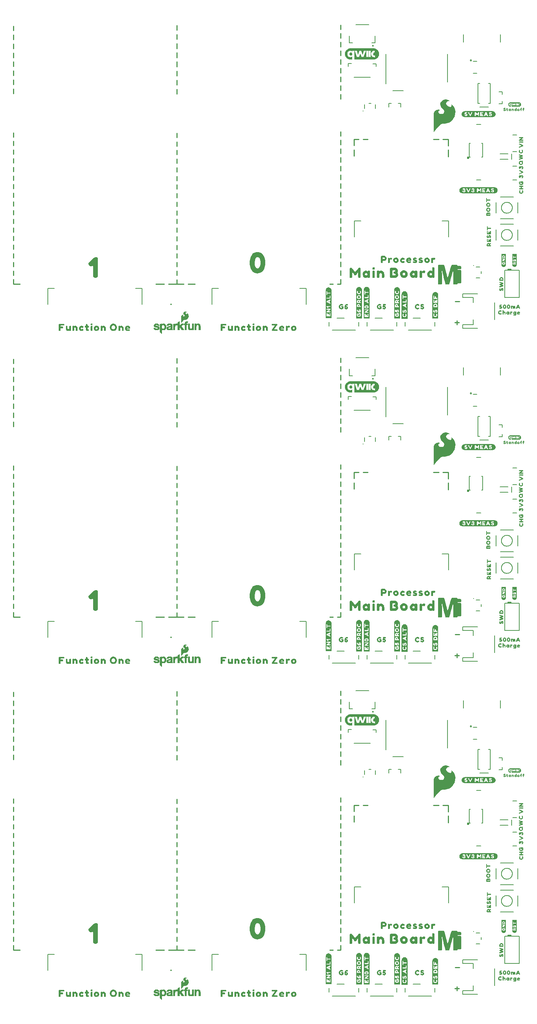
<source format=gto>
G04 EAGLE Gerber RS-274X export*
G75*
%MOMM*%
%FSLAX34Y34*%
%LPD*%
%INSilkscreen Top*%
%IPPOS*%
%AMOC8*
5,1,8,0,0,1.08239X$1,22.5*%
G01*
%ADD10C,0.279400*%
%ADD11C,0.254000*%
%ADD12C,0.203200*%
%ADD13C,0.406400*%
%ADD14C,0.152400*%
%ADD15C,0.254000*%
%ADD16C,0.127000*%
%ADD17C,0.600000*%
%ADD18C,0.359206*%

G36*
X1030406Y2035655D02*
X1030406Y2035655D01*
X1030433Y2035651D01*
X1030633Y2035851D01*
X1030634Y2035857D01*
X1030638Y2035857D01*
X1031136Y2036555D01*
X1032035Y2037553D01*
X1032035Y2037554D01*
X1032036Y2037554D01*
X1033136Y2038854D01*
X1033136Y2038855D01*
X1034435Y2040454D01*
X1035935Y2042153D01*
X1037635Y2044053D01*
X1039434Y2045952D01*
X1039434Y2045953D01*
X1039435Y2045953D01*
X1041335Y2048053D01*
X1043034Y2049953D01*
X1044632Y2051550D01*
X1046129Y2052948D01*
X1047624Y2054044D01*
X1049215Y2054839D01*
X1051003Y2055237D01*
X1056798Y2055237D01*
X1056800Y2055238D01*
X1056804Y2055238D01*
X1056805Y2055237D01*
X1060305Y2055737D01*
X1060308Y2055741D01*
X1060311Y2055739D01*
X1063611Y2056639D01*
X1063614Y2056642D01*
X1063617Y2056641D01*
X1066717Y2057941D01*
X1066720Y2057946D01*
X1066725Y2057945D01*
X1069525Y2059745D01*
X1069526Y2059748D01*
X1069529Y2059748D01*
X1072029Y2061748D01*
X1072030Y2061752D01*
X1072034Y2061752D01*
X1074334Y2064152D01*
X1074334Y2064156D01*
X1074337Y2064156D01*
X1076437Y2066856D01*
X1076437Y2066862D01*
X1076442Y2066863D01*
X1079342Y2072363D01*
X1079340Y2072371D01*
X1079346Y2072373D01*
X1080846Y2077873D01*
X1080843Y2077878D01*
X1080846Y2077880D01*
X1080845Y2077881D01*
X1080847Y2077883D01*
X1081147Y2083083D01*
X1081143Y2083089D01*
X1081147Y2083093D01*
X1080447Y2087993D01*
X1080442Y2087998D01*
X1080445Y2088002D01*
X1078945Y2092302D01*
X1078938Y2092306D01*
X1078940Y2092311D01*
X1076840Y2095811D01*
X1076833Y2095814D01*
X1076834Y2095819D01*
X1074434Y2098419D01*
X1074423Y2098421D01*
X1074421Y2098429D01*
X1071821Y2099829D01*
X1071798Y2099826D01*
X1071774Y2099829D01*
X1071773Y2099822D01*
X1071763Y2099820D01*
X1071768Y2099786D01*
X1071763Y2099751D01*
X1071849Y2099666D01*
X1071849Y2099486D01*
X1071853Y2099480D01*
X1071850Y2099476D01*
X1071949Y2098981D01*
X1071949Y2097394D01*
X1071652Y2096504D01*
X1071257Y2095614D01*
X1070571Y2094929D01*
X1069489Y2094535D01*
X1068503Y2094535D01*
X1067411Y2094734D01*
X1066318Y2095131D01*
X1065223Y2095729D01*
X1063029Y2097125D01*
X1061237Y2098917D01*
X1060540Y2100012D01*
X1059943Y2101007D01*
X1059646Y2101896D01*
X1059548Y2102885D01*
X1059646Y2103675D01*
X1059943Y2104565D01*
X1060438Y2105358D01*
X1061034Y2106152D01*
X1062126Y2107045D01*
X1063416Y2107740D01*
X1064608Y2108038D01*
X1065902Y2108237D01*
X1066895Y2108237D01*
X1067791Y2108137D01*
X1068390Y2108037D01*
X1068395Y2108040D01*
X1068398Y2108037D01*
X1068598Y2108037D01*
X1068611Y2108047D01*
X1068628Y2108047D01*
X1068628Y2108059D01*
X1068645Y2108073D01*
X1068628Y2108096D01*
X1068628Y2108125D01*
X1068228Y2108425D01*
X1068227Y2108425D01*
X1068227Y2108426D01*
X1067127Y2109226D01*
X1067122Y2109226D01*
X1067122Y2109229D01*
X1065322Y2110229D01*
X1065319Y2110229D01*
X1065318Y2110231D01*
X1063118Y2111231D01*
X1063111Y2111229D01*
X1063108Y2111234D01*
X1060308Y2111834D01*
X1060303Y2111832D01*
X1060301Y2111835D01*
X1057301Y2112035D01*
X1057293Y2112030D01*
X1057288Y2112034D01*
X1053988Y2111334D01*
X1053981Y2111327D01*
X1053975Y2111330D01*
X1050575Y2109530D01*
X1050572Y2109522D01*
X1050566Y2109524D01*
X1047966Y2107324D01*
X1047964Y2107314D01*
X1047957Y2107313D01*
X1046357Y2104913D01*
X1046358Y2104904D01*
X1046351Y2104902D01*
X1045551Y2102502D01*
X1045555Y2102491D01*
X1045549Y2102486D01*
X1045549Y2099886D01*
X1045555Y2099878D01*
X1045550Y2099873D01*
X1046250Y2097273D01*
X1046257Y2097268D01*
X1046255Y2097263D01*
X1047655Y2094663D01*
X1047659Y2094661D01*
X1047658Y2094657D01*
X1049558Y2092057D01*
X1049564Y2092055D01*
X1049563Y2092051D01*
X1052161Y2089453D01*
X1054056Y2087160D01*
X1055049Y2084974D01*
X1055148Y2082894D01*
X1054455Y2081011D01*
X1053165Y2079424D01*
X1051378Y2078332D01*
X1049191Y2077735D01*
X1046803Y2077735D01*
X1045213Y2078033D01*
X1043923Y2078629D01*
X1042831Y2079423D01*
X1042038Y2080315D01*
X1041445Y2081304D01*
X1041247Y2082291D01*
X1041247Y2083281D01*
X1041444Y2084166D01*
X1041936Y2084854D01*
X1042531Y2085450D01*
X1043227Y2086046D01*
X1044618Y2086841D01*
X1045214Y2087039D01*
X1045219Y2087047D01*
X1045225Y2087045D01*
X1045523Y2087243D01*
X1045720Y2087342D01*
X1045725Y2087351D01*
X1045734Y2087353D01*
X1045732Y2087366D01*
X1045746Y2087395D01*
X1045725Y2087406D01*
X1045720Y2087430D01*
X1045520Y2087530D01*
X1045511Y2087528D01*
X1045508Y2087534D01*
X1045010Y2087634D01*
X1044312Y2087833D01*
X1044308Y2087832D01*
X1044307Y2087834D01*
X1043207Y2088034D01*
X1043204Y2088033D01*
X1043202Y2088035D01*
X1042002Y2088135D01*
X1041997Y2088132D01*
X1041995Y2088135D01*
X1040595Y2088035D01*
X1040591Y2088032D01*
X1040588Y2088034D01*
X1039088Y2087734D01*
X1039086Y2087732D01*
X1039084Y2087733D01*
X1037384Y2087233D01*
X1037381Y2087230D01*
X1037379Y2087231D01*
X1035979Y2086631D01*
X1035976Y2086626D01*
X1035971Y2086627D01*
X1034571Y2085727D01*
X1034569Y2085722D01*
X1034565Y2085722D01*
X1033365Y2084622D01*
X1033364Y2084616D01*
X1033359Y2084616D01*
X1032259Y2083216D01*
X1032259Y2083208D01*
X1032253Y2083207D01*
X1031453Y2081507D01*
X1031454Y2081504D01*
X1031453Y2081503D01*
X1031452Y2081502D01*
X1030752Y2079502D01*
X1030754Y2079495D01*
X1030749Y2079492D01*
X1030449Y2076992D01*
X1030451Y2076989D01*
X1030449Y2076988D01*
X1030349Y2074088D01*
X1030350Y2074087D01*
X1030349Y2074086D01*
X1030349Y2035686D01*
X1030357Y2035675D01*
X1030355Y2035662D01*
X1030368Y2035660D01*
X1030385Y2035639D01*
X1030406Y2035655D01*
G37*
G36*
X1030406Y1258415D02*
X1030406Y1258415D01*
X1030433Y1258411D01*
X1030633Y1258611D01*
X1030634Y1258617D01*
X1030638Y1258617D01*
X1031136Y1259315D01*
X1032035Y1260313D01*
X1032035Y1260314D01*
X1032036Y1260314D01*
X1033136Y1261614D01*
X1033136Y1261615D01*
X1034435Y1263214D01*
X1035935Y1264913D01*
X1037635Y1266813D01*
X1039434Y1268712D01*
X1039434Y1268713D01*
X1039435Y1268713D01*
X1041335Y1270813D01*
X1043034Y1272713D01*
X1044632Y1274310D01*
X1046129Y1275708D01*
X1047624Y1276804D01*
X1049215Y1277599D01*
X1051003Y1277997D01*
X1056798Y1277997D01*
X1056800Y1277998D01*
X1056804Y1277998D01*
X1056805Y1277997D01*
X1060305Y1278497D01*
X1060308Y1278501D01*
X1060311Y1278499D01*
X1063611Y1279399D01*
X1063614Y1279402D01*
X1063617Y1279401D01*
X1066717Y1280701D01*
X1066720Y1280706D01*
X1066725Y1280705D01*
X1069525Y1282505D01*
X1069526Y1282508D01*
X1069529Y1282508D01*
X1072029Y1284508D01*
X1072030Y1284512D01*
X1072034Y1284512D01*
X1074334Y1286912D01*
X1074334Y1286916D01*
X1074337Y1286916D01*
X1076437Y1289616D01*
X1076437Y1289622D01*
X1076442Y1289623D01*
X1079342Y1295123D01*
X1079340Y1295131D01*
X1079346Y1295133D01*
X1080846Y1300633D01*
X1080843Y1300638D01*
X1080846Y1300640D01*
X1080845Y1300641D01*
X1080847Y1300643D01*
X1081147Y1305843D01*
X1081143Y1305849D01*
X1081147Y1305853D01*
X1080447Y1310753D01*
X1080442Y1310758D01*
X1080445Y1310762D01*
X1078945Y1315062D01*
X1078938Y1315066D01*
X1078940Y1315071D01*
X1076840Y1318571D01*
X1076833Y1318574D01*
X1076834Y1318579D01*
X1074434Y1321179D01*
X1074423Y1321181D01*
X1074421Y1321189D01*
X1071821Y1322589D01*
X1071798Y1322586D01*
X1071774Y1322589D01*
X1071773Y1322582D01*
X1071763Y1322580D01*
X1071768Y1322546D01*
X1071763Y1322511D01*
X1071849Y1322426D01*
X1071849Y1322246D01*
X1071853Y1322240D01*
X1071850Y1322236D01*
X1071949Y1321741D01*
X1071949Y1320154D01*
X1071652Y1319264D01*
X1071257Y1318374D01*
X1070571Y1317689D01*
X1069489Y1317295D01*
X1068503Y1317295D01*
X1067411Y1317494D01*
X1066318Y1317891D01*
X1065223Y1318489D01*
X1063029Y1319885D01*
X1061237Y1321677D01*
X1060540Y1322772D01*
X1059943Y1323767D01*
X1059646Y1324656D01*
X1059548Y1325645D01*
X1059646Y1326435D01*
X1059943Y1327325D01*
X1060438Y1328118D01*
X1061034Y1328912D01*
X1062126Y1329805D01*
X1063416Y1330500D01*
X1064608Y1330798D01*
X1065902Y1330997D01*
X1066895Y1330997D01*
X1067791Y1330897D01*
X1068390Y1330797D01*
X1068395Y1330800D01*
X1068398Y1330797D01*
X1068598Y1330797D01*
X1068611Y1330807D01*
X1068628Y1330807D01*
X1068628Y1330819D01*
X1068645Y1330833D01*
X1068628Y1330856D01*
X1068628Y1330885D01*
X1068228Y1331185D01*
X1068227Y1331185D01*
X1068227Y1331186D01*
X1067127Y1331986D01*
X1067122Y1331986D01*
X1067122Y1331989D01*
X1065322Y1332989D01*
X1065319Y1332989D01*
X1065318Y1332991D01*
X1063118Y1333991D01*
X1063111Y1333989D01*
X1063108Y1333994D01*
X1060308Y1334594D01*
X1060303Y1334592D01*
X1060301Y1334595D01*
X1057301Y1334795D01*
X1057293Y1334790D01*
X1057288Y1334794D01*
X1053988Y1334094D01*
X1053981Y1334087D01*
X1053975Y1334090D01*
X1050575Y1332290D01*
X1050572Y1332282D01*
X1050566Y1332284D01*
X1047966Y1330084D01*
X1047964Y1330074D01*
X1047957Y1330073D01*
X1046357Y1327673D01*
X1046358Y1327664D01*
X1046351Y1327662D01*
X1045551Y1325262D01*
X1045555Y1325251D01*
X1045549Y1325246D01*
X1045549Y1322646D01*
X1045555Y1322638D01*
X1045550Y1322633D01*
X1046250Y1320033D01*
X1046257Y1320028D01*
X1046255Y1320023D01*
X1047655Y1317423D01*
X1047659Y1317421D01*
X1047658Y1317417D01*
X1049558Y1314817D01*
X1049564Y1314815D01*
X1049563Y1314811D01*
X1052161Y1312213D01*
X1054056Y1309920D01*
X1055049Y1307734D01*
X1055148Y1305654D01*
X1054455Y1303771D01*
X1053165Y1302184D01*
X1051378Y1301092D01*
X1049191Y1300495D01*
X1046803Y1300495D01*
X1045213Y1300793D01*
X1043923Y1301389D01*
X1042831Y1302183D01*
X1042038Y1303075D01*
X1041445Y1304064D01*
X1041247Y1305051D01*
X1041247Y1306041D01*
X1041444Y1306926D01*
X1041936Y1307614D01*
X1042531Y1308210D01*
X1043227Y1308806D01*
X1044618Y1309601D01*
X1045214Y1309799D01*
X1045219Y1309807D01*
X1045225Y1309805D01*
X1045523Y1310003D01*
X1045720Y1310102D01*
X1045725Y1310111D01*
X1045734Y1310113D01*
X1045732Y1310126D01*
X1045746Y1310155D01*
X1045725Y1310166D01*
X1045720Y1310190D01*
X1045520Y1310290D01*
X1045511Y1310288D01*
X1045508Y1310294D01*
X1045010Y1310394D01*
X1044312Y1310593D01*
X1044308Y1310592D01*
X1044307Y1310594D01*
X1043207Y1310794D01*
X1043204Y1310793D01*
X1043202Y1310795D01*
X1042002Y1310895D01*
X1041997Y1310892D01*
X1041995Y1310895D01*
X1040595Y1310795D01*
X1040591Y1310792D01*
X1040588Y1310794D01*
X1039088Y1310494D01*
X1039086Y1310492D01*
X1039084Y1310493D01*
X1037384Y1309993D01*
X1037381Y1309990D01*
X1037379Y1309991D01*
X1035979Y1309391D01*
X1035976Y1309386D01*
X1035971Y1309387D01*
X1034571Y1308487D01*
X1034569Y1308482D01*
X1034565Y1308482D01*
X1033365Y1307382D01*
X1033364Y1307376D01*
X1033359Y1307376D01*
X1032259Y1305976D01*
X1032259Y1305968D01*
X1032253Y1305967D01*
X1031453Y1304267D01*
X1031454Y1304264D01*
X1031453Y1304263D01*
X1031452Y1304262D01*
X1030752Y1302262D01*
X1030754Y1302255D01*
X1030749Y1302252D01*
X1030449Y1299752D01*
X1030451Y1299749D01*
X1030449Y1299748D01*
X1030349Y1296848D01*
X1030350Y1296847D01*
X1030349Y1296846D01*
X1030349Y1258446D01*
X1030357Y1258435D01*
X1030355Y1258422D01*
X1030368Y1258420D01*
X1030385Y1258399D01*
X1030406Y1258415D01*
G37*
G36*
X1030406Y481175D02*
X1030406Y481175D01*
X1030433Y481171D01*
X1030633Y481371D01*
X1030634Y481377D01*
X1030638Y481377D01*
X1031136Y482075D01*
X1032035Y483073D01*
X1032035Y483074D01*
X1032036Y483074D01*
X1033136Y484374D01*
X1033136Y484375D01*
X1034435Y485974D01*
X1035935Y487673D01*
X1037635Y489573D01*
X1039434Y491472D01*
X1039434Y491473D01*
X1039435Y491473D01*
X1041335Y493573D01*
X1043034Y495473D01*
X1044632Y497070D01*
X1046129Y498468D01*
X1047624Y499564D01*
X1049215Y500359D01*
X1051003Y500757D01*
X1056798Y500757D01*
X1056800Y500758D01*
X1056804Y500758D01*
X1056805Y500757D01*
X1060305Y501257D01*
X1060308Y501261D01*
X1060311Y501259D01*
X1063611Y502159D01*
X1063614Y502162D01*
X1063617Y502161D01*
X1066717Y503461D01*
X1066720Y503466D01*
X1066725Y503465D01*
X1069525Y505265D01*
X1069526Y505268D01*
X1069529Y505268D01*
X1072029Y507268D01*
X1072030Y507272D01*
X1072034Y507272D01*
X1074334Y509672D01*
X1074334Y509676D01*
X1074337Y509676D01*
X1076437Y512376D01*
X1076437Y512382D01*
X1076442Y512383D01*
X1079342Y517883D01*
X1079340Y517891D01*
X1079346Y517893D01*
X1080846Y523393D01*
X1080843Y523398D01*
X1080846Y523400D01*
X1080845Y523401D01*
X1080847Y523403D01*
X1081147Y528603D01*
X1081143Y528609D01*
X1081147Y528613D01*
X1080447Y533513D01*
X1080442Y533518D01*
X1080445Y533522D01*
X1078945Y537822D01*
X1078938Y537826D01*
X1078940Y537831D01*
X1076840Y541331D01*
X1076833Y541334D01*
X1076834Y541339D01*
X1074434Y543939D01*
X1074423Y543941D01*
X1074421Y543949D01*
X1071821Y545349D01*
X1071798Y545346D01*
X1071774Y545349D01*
X1071773Y545342D01*
X1071763Y545340D01*
X1071768Y545306D01*
X1071763Y545271D01*
X1071849Y545186D01*
X1071849Y545006D01*
X1071853Y545000D01*
X1071850Y544996D01*
X1071949Y544501D01*
X1071949Y542914D01*
X1071652Y542024D01*
X1071257Y541134D01*
X1070571Y540449D01*
X1069489Y540055D01*
X1068503Y540055D01*
X1067411Y540254D01*
X1066318Y540651D01*
X1065223Y541249D01*
X1063029Y542645D01*
X1061237Y544437D01*
X1060540Y545532D01*
X1059943Y546527D01*
X1059646Y547416D01*
X1059548Y548405D01*
X1059646Y549195D01*
X1059943Y550085D01*
X1060438Y550878D01*
X1061034Y551672D01*
X1062126Y552565D01*
X1063416Y553260D01*
X1064608Y553558D01*
X1065902Y553757D01*
X1066895Y553757D01*
X1067791Y553657D01*
X1068390Y553557D01*
X1068395Y553560D01*
X1068398Y553557D01*
X1068598Y553557D01*
X1068611Y553567D01*
X1068628Y553567D01*
X1068628Y553579D01*
X1068645Y553593D01*
X1068628Y553616D01*
X1068628Y553645D01*
X1068228Y553945D01*
X1068227Y553945D01*
X1068227Y553946D01*
X1067127Y554746D01*
X1067122Y554746D01*
X1067122Y554749D01*
X1065322Y555749D01*
X1065319Y555749D01*
X1065318Y555751D01*
X1063118Y556751D01*
X1063111Y556749D01*
X1063108Y556754D01*
X1060308Y557354D01*
X1060303Y557352D01*
X1060301Y557355D01*
X1057301Y557555D01*
X1057293Y557550D01*
X1057288Y557554D01*
X1053988Y556854D01*
X1053981Y556847D01*
X1053975Y556850D01*
X1050575Y555050D01*
X1050572Y555042D01*
X1050566Y555044D01*
X1047966Y552844D01*
X1047964Y552834D01*
X1047957Y552833D01*
X1046357Y550433D01*
X1046358Y550424D01*
X1046351Y550422D01*
X1045551Y548022D01*
X1045555Y548011D01*
X1045549Y548006D01*
X1045549Y545406D01*
X1045555Y545398D01*
X1045550Y545393D01*
X1046250Y542793D01*
X1046257Y542788D01*
X1046255Y542783D01*
X1047655Y540183D01*
X1047659Y540181D01*
X1047658Y540177D01*
X1049558Y537577D01*
X1049564Y537575D01*
X1049563Y537571D01*
X1052161Y534973D01*
X1054056Y532680D01*
X1055049Y530494D01*
X1055148Y528414D01*
X1054455Y526531D01*
X1053165Y524944D01*
X1051378Y523852D01*
X1049191Y523255D01*
X1046803Y523255D01*
X1045213Y523553D01*
X1043923Y524149D01*
X1042831Y524943D01*
X1042038Y525835D01*
X1041445Y526824D01*
X1041247Y527811D01*
X1041247Y528801D01*
X1041444Y529686D01*
X1041936Y530374D01*
X1042531Y530970D01*
X1043227Y531566D01*
X1044618Y532361D01*
X1045214Y532559D01*
X1045219Y532567D01*
X1045225Y532565D01*
X1045523Y532763D01*
X1045720Y532862D01*
X1045725Y532871D01*
X1045734Y532873D01*
X1045732Y532886D01*
X1045746Y532915D01*
X1045725Y532926D01*
X1045720Y532950D01*
X1045520Y533050D01*
X1045511Y533048D01*
X1045508Y533054D01*
X1045010Y533154D01*
X1044312Y533353D01*
X1044308Y533352D01*
X1044307Y533354D01*
X1043207Y533554D01*
X1043204Y533553D01*
X1043202Y533555D01*
X1042002Y533655D01*
X1041997Y533652D01*
X1041995Y533655D01*
X1040595Y533555D01*
X1040591Y533552D01*
X1040588Y533554D01*
X1039088Y533254D01*
X1039086Y533252D01*
X1039084Y533253D01*
X1037384Y532753D01*
X1037381Y532750D01*
X1037379Y532751D01*
X1035979Y532151D01*
X1035976Y532146D01*
X1035971Y532147D01*
X1034571Y531247D01*
X1034569Y531242D01*
X1034565Y531242D01*
X1033365Y530142D01*
X1033364Y530136D01*
X1033359Y530136D01*
X1032259Y528736D01*
X1032259Y528728D01*
X1032253Y528727D01*
X1031453Y527027D01*
X1031454Y527024D01*
X1031453Y527023D01*
X1031452Y527022D01*
X1030752Y525022D01*
X1030754Y525015D01*
X1030749Y525012D01*
X1030449Y522512D01*
X1030451Y522509D01*
X1030449Y522508D01*
X1030349Y519608D01*
X1030350Y519607D01*
X1030349Y519606D01*
X1030349Y481206D01*
X1030357Y481195D01*
X1030355Y481182D01*
X1030368Y481180D01*
X1030385Y481159D01*
X1030406Y481175D01*
G37*
G36*
X1083945Y902618D02*
X1083945Y902618D01*
X1083958Y902617D01*
X1084484Y902642D01*
X1084506Y902648D01*
X1084641Y902676D01*
X1085129Y902865D01*
X1085136Y902869D01*
X1085143Y902871D01*
X1085284Y902960D01*
X1085672Y903312D01*
X1085677Y903318D01*
X1085683Y903322D01*
X1085782Y903456D01*
X1086020Y903923D01*
X1086022Y903929D01*
X1086025Y903934D01*
X1086071Y904094D01*
X1086131Y904616D01*
X1086129Y904633D01*
X1086134Y904655D01*
X1086147Y905056D01*
X1086267Y905263D01*
X1086495Y905372D01*
X1092713Y905389D01*
X1092756Y905398D01*
X1092830Y905403D01*
X1093341Y905529D01*
X1093380Y905547D01*
X1093470Y905580D01*
X1093926Y905842D01*
X1093959Y905871D01*
X1094036Y905927D01*
X1094402Y906304D01*
X1094426Y906341D01*
X1094484Y906415D01*
X1094734Y906877D01*
X1094742Y906906D01*
X1094757Y906930D01*
X1094762Y906959D01*
X1094782Y907009D01*
X1094893Y907522D01*
X1094894Y907564D01*
X1094904Y907628D01*
X1094912Y927667D01*
X1094931Y928185D01*
X1094928Y928202D01*
X1094931Y928220D01*
X1094912Y928300D01*
X1094905Y928340D01*
X1094911Y928357D01*
X1094909Y928387D01*
X1094916Y928426D01*
X1094916Y934241D01*
X1094915Y934245D01*
X1094916Y934249D01*
X1094906Y934778D01*
X1094897Y934819D01*
X1094893Y934883D01*
X1094773Y935396D01*
X1094755Y935435D01*
X1094722Y935526D01*
X1094464Y935985D01*
X1094436Y936018D01*
X1094380Y936096D01*
X1094006Y936466D01*
X1093969Y936490D01*
X1093894Y936549D01*
X1093432Y936802D01*
X1093391Y936815D01*
X1093302Y936851D01*
X1092788Y936966D01*
X1092746Y936967D01*
X1092680Y936978D01*
X1086871Y936986D01*
X1086472Y936996D01*
X1086259Y937114D01*
X1086147Y937337D01*
X1086142Y938173D01*
X1086244Y938411D01*
X1086442Y938535D01*
X1086827Y938553D01*
X1092629Y938559D01*
X1092668Y938566D01*
X1092725Y938568D01*
X1093241Y938669D01*
X1093282Y938686D01*
X1093373Y938714D01*
X1093842Y938954D01*
X1093876Y938981D01*
X1093955Y939034D01*
X1094340Y939393D01*
X1094366Y939429D01*
X1094428Y939501D01*
X1094698Y939954D01*
X1094712Y939991D01*
X1094721Y940006D01*
X1094723Y940017D01*
X1094753Y940084D01*
X1094886Y940594D01*
X1094889Y940637D01*
X1094902Y940706D01*
X1094917Y941234D01*
X1094916Y941240D01*
X1094917Y941248D01*
X1094917Y943362D01*
X1094914Y943378D01*
X1094916Y943398D01*
X1094878Y943924D01*
X1094866Y943967D01*
X1094850Y944056D01*
X1094673Y944552D01*
X1094651Y944590D01*
X1094609Y944675D01*
X1094302Y945103D01*
X1094271Y945133D01*
X1094207Y945204D01*
X1093794Y945531D01*
X1093755Y945551D01*
X1093676Y945601D01*
X1093189Y945803D01*
X1093146Y945811D01*
X1093056Y945838D01*
X1092533Y945899D01*
X1092507Y945897D01*
X1092475Y945902D01*
X1086696Y945904D01*
X1086361Y945952D01*
X1086202Y946093D01*
X1086124Y946417D01*
X1086068Y946910D01*
X1086067Y946915D01*
X1086067Y946921D01*
X1086017Y947080D01*
X1085778Y947548D01*
X1085773Y947554D01*
X1085771Y947561D01*
X1085668Y947691D01*
X1085278Y948043D01*
X1085271Y948048D01*
X1085266Y948054D01*
X1085123Y948139D01*
X1084633Y948328D01*
X1084615Y948331D01*
X1084475Y948361D01*
X1083948Y948383D01*
X1083938Y948382D01*
X1083926Y948384D01*
X1073883Y948384D01*
X1073878Y948383D01*
X1073872Y948384D01*
X1073343Y948371D01*
X1073312Y948364D01*
X1073191Y948344D01*
X1072695Y948171D01*
X1072687Y948167D01*
X1072678Y948165D01*
X1072535Y948080D01*
X1072135Y947739D01*
X1072130Y947732D01*
X1072123Y947728D01*
X1072020Y947597D01*
X1071770Y947136D01*
X1071758Y947098D01*
X1071732Y947047D01*
X1069829Y940996D01*
X1069829Y940995D01*
X1069829Y940994D01*
X1068423Y936449D01*
X1068423Y936447D01*
X1068422Y936445D01*
X1065984Y928347D01*
X1065977Y928266D01*
X1065970Y928225D01*
X1065965Y928212D01*
X1065914Y928107D01*
X1064896Y924554D01*
X1064896Y924551D01*
X1064895Y924548D01*
X1063922Y920983D01*
X1063922Y920978D01*
X1063920Y920972D01*
X1063152Y917899D01*
X1063152Y917893D01*
X1063149Y917887D01*
X1063049Y917436D01*
X1062929Y918033D01*
X1062927Y918037D01*
X1062926Y918043D01*
X1062118Y921649D01*
X1062117Y921653D01*
X1062117Y921657D01*
X1061131Y925764D01*
X1061131Y925765D01*
X1061131Y925767D01*
X1060751Y927304D01*
X1060748Y927309D01*
X1060748Y927316D01*
X1060470Y928335D01*
X1060457Y928360D01*
X1060453Y928399D01*
X1060453Y928413D01*
X1060452Y928415D01*
X1060452Y928417D01*
X1059532Y932001D01*
X1059531Y932003D01*
X1059531Y932006D01*
X1058444Y936094D01*
X1058444Y936095D01*
X1058444Y936097D01*
X1057748Y938647D01*
X1057747Y938649D01*
X1057747Y938651D01*
X1056600Y942722D01*
X1056599Y942725D01*
X1056598Y942728D01*
X1055404Y946786D01*
X1055398Y946798D01*
X1055395Y946814D01*
X1055216Y947310D01*
X1055208Y947323D01*
X1055136Y947452D01*
X1054808Y947863D01*
X1054800Y947870D01*
X1054795Y947879D01*
X1054667Y947985D01*
X1054211Y948246D01*
X1054201Y948249D01*
X1054193Y948256D01*
X1054035Y948307D01*
X1053515Y948384D01*
X1053484Y948382D01*
X1053443Y948389D01*
X1042339Y948394D01*
X1042303Y948387D01*
X1042250Y948386D01*
X1041733Y948292D01*
X1041724Y948289D01*
X1041715Y948289D01*
X1041560Y948226D01*
X1041113Y947951D01*
X1041108Y947946D01*
X1041101Y947943D01*
X1040979Y947830D01*
X1040659Y947414D01*
X1040655Y947406D01*
X1040649Y947400D01*
X1040576Y947251D01*
X1040427Y946747D01*
X1040423Y946705D01*
X1040407Y946606D01*
X1040398Y928629D01*
X1040407Y928586D01*
X1040412Y928511D01*
X1040440Y928397D01*
X1040431Y928383D01*
X1040430Y928374D01*
X1040425Y928367D01*
X1040398Y928203D01*
X1040408Y904389D01*
X1040416Y904352D01*
X1040430Y904243D01*
X1040585Y903740D01*
X1040589Y903733D01*
X1040591Y903724D01*
X1040670Y903578D01*
X1040996Y903165D01*
X1041002Y903160D01*
X1041006Y903153D01*
X1041132Y903045D01*
X1041584Y902776D01*
X1041592Y902773D01*
X1041598Y902768D01*
X1041755Y902713D01*
X1042273Y902624D01*
X1042309Y902625D01*
X1042358Y902616D01*
X1047650Y902616D01*
X1047668Y902620D01*
X1047690Y902618D01*
X1048215Y902659D01*
X1048218Y902660D01*
X1048220Y902660D01*
X1048381Y902702D01*
X1048861Y902917D01*
X1048867Y902922D01*
X1048875Y902924D01*
X1049010Y903021D01*
X1049381Y903395D01*
X1049386Y903402D01*
X1049393Y903407D01*
X1049484Y903546D01*
X1049695Y904028D01*
X1049695Y904029D01*
X1049696Y904030D01*
X1049735Y904191D01*
X1049774Y904717D01*
X1049772Y904734D01*
X1049776Y904754D01*
X1049773Y920630D01*
X1049773Y920632D01*
X1049773Y920633D01*
X1049749Y924867D01*
X1049749Y924869D01*
X1049749Y924871D01*
X1049701Y928046D01*
X1049681Y928139D01*
X1049659Y928239D01*
X1049659Y928240D01*
X1049643Y928262D01*
X1049657Y928283D01*
X1049660Y928300D01*
X1049668Y928314D01*
X1049692Y928479D01*
X1049599Y932708D01*
X1049599Y932710D01*
X1049599Y932712D01*
X1049568Y933712D01*
X1049553Y934211D01*
X1049537Y934710D01*
X1049537Y934711D01*
X1049522Y935210D01*
X1049501Y935883D01*
X1049500Y935886D01*
X1049500Y935890D01*
X1049422Y937668D01*
X1049837Y935787D01*
X1049838Y935785D01*
X1049838Y935781D01*
X1051517Y928572D01*
X1051523Y928558D01*
X1051526Y928538D01*
X1051629Y928203D01*
X1051634Y928137D01*
X1051631Y928094D01*
X1051639Y928071D01*
X1051641Y928040D01*
X1053262Y921371D01*
X1053263Y921370D01*
X1053263Y921368D01*
X1054669Y915734D01*
X1054670Y915733D01*
X1054670Y915731D01*
X1056505Y908571D01*
X1056506Y908570D01*
X1056506Y908567D01*
X1057722Y903974D01*
X1057741Y903936D01*
X1057749Y903905D01*
X1057756Y903895D01*
X1057767Y903863D01*
X1058019Y903403D01*
X1058025Y903395D01*
X1058028Y903387D01*
X1058135Y903260D01*
X1058537Y902922D01*
X1058543Y902919D01*
X1058547Y902914D01*
X1058693Y902833D01*
X1059188Y902659D01*
X1059218Y902654D01*
X1059341Y902631D01*
X1059868Y902617D01*
X1059874Y902618D01*
X1059881Y902617D01*
X1065160Y902617D01*
X1065182Y902621D01*
X1065211Y902619D01*
X1065733Y902673D01*
X1065739Y902674D01*
X1065744Y902674D01*
X1065904Y902722D01*
X1066374Y902954D01*
X1066381Y902959D01*
X1066389Y902962D01*
X1066521Y903064D01*
X1066876Y903450D01*
X1066879Y903455D01*
X1066883Y903458D01*
X1066970Y903599D01*
X1067169Y904086D01*
X1067173Y904107D01*
X1067185Y904131D01*
X1068705Y909187D01*
X1068706Y909189D01*
X1068707Y909191D01*
X1070771Y916288D01*
X1070772Y916290D01*
X1070773Y916292D01*
X1072343Y921883D01*
X1072343Y921885D01*
X1072344Y921888D01*
X1074001Y928002D01*
X1074003Y928037D01*
X1074015Y928070D01*
X1074010Y928136D01*
X1074014Y928201D01*
X1074010Y928213D01*
X1074036Y928239D01*
X1074069Y928312D01*
X1074092Y928350D01*
X1074095Y928369D01*
X1074104Y928391D01*
X1074907Y931459D01*
X1074907Y931461D01*
X1074908Y931463D01*
X1075941Y935564D01*
X1075941Y935566D01*
X1075942Y935569D01*
X1076559Y938139D01*
X1076559Y938142D01*
X1076560Y938145D01*
X1076484Y934779D01*
X1076484Y934777D01*
X1076484Y934775D01*
X1076392Y928433D01*
X1076402Y928379D01*
X1076402Y928324D01*
X1076420Y928282D01*
X1076429Y928237D01*
X1076459Y928191D01*
X1076481Y928141D01*
X1076482Y928139D01*
X1076422Y927931D01*
X1076418Y927888D01*
X1076402Y927795D01*
X1076377Y924630D01*
X1076377Y924628D01*
X1076377Y924626D01*
X1076364Y904578D01*
X1076371Y904543D01*
X1076372Y904493D01*
X1076460Y903976D01*
X1076463Y903969D01*
X1076463Y903962D01*
X1076523Y903806D01*
X1076790Y903355D01*
X1076795Y903349D01*
X1076798Y903342D01*
X1076862Y903270D01*
X1076881Y903244D01*
X1076890Y903239D01*
X1076909Y903218D01*
X1077320Y902892D01*
X1077328Y902888D01*
X1077333Y902882D01*
X1077482Y902806D01*
X1077982Y902650D01*
X1078026Y902646D01*
X1078120Y902628D01*
X1078647Y902616D01*
X1078652Y902617D01*
X1078658Y902616D01*
X1083934Y902616D01*
X1083945Y902618D01*
G37*
G36*
X1083945Y125378D02*
X1083945Y125378D01*
X1083958Y125377D01*
X1084484Y125402D01*
X1084506Y125408D01*
X1084641Y125436D01*
X1085129Y125625D01*
X1085136Y125629D01*
X1085143Y125631D01*
X1085284Y125720D01*
X1085672Y126072D01*
X1085677Y126078D01*
X1085683Y126082D01*
X1085782Y126216D01*
X1086020Y126683D01*
X1086022Y126689D01*
X1086025Y126694D01*
X1086071Y126854D01*
X1086131Y127376D01*
X1086129Y127393D01*
X1086134Y127415D01*
X1086147Y127816D01*
X1086267Y128023D01*
X1086495Y128132D01*
X1092713Y128149D01*
X1092756Y128158D01*
X1092830Y128163D01*
X1093341Y128289D01*
X1093380Y128307D01*
X1093470Y128340D01*
X1093926Y128602D01*
X1093959Y128631D01*
X1094036Y128687D01*
X1094402Y129064D01*
X1094426Y129101D01*
X1094484Y129175D01*
X1094734Y129637D01*
X1094742Y129666D01*
X1094757Y129690D01*
X1094762Y129719D01*
X1094782Y129769D01*
X1094893Y130282D01*
X1094894Y130324D01*
X1094904Y130388D01*
X1094912Y150427D01*
X1094931Y150945D01*
X1094928Y150962D01*
X1094931Y150980D01*
X1094912Y151060D01*
X1094905Y151100D01*
X1094911Y151117D01*
X1094909Y151147D01*
X1094916Y151186D01*
X1094916Y157001D01*
X1094915Y157005D01*
X1094916Y157009D01*
X1094906Y157538D01*
X1094897Y157579D01*
X1094893Y157643D01*
X1094773Y158156D01*
X1094755Y158195D01*
X1094722Y158286D01*
X1094464Y158745D01*
X1094436Y158778D01*
X1094380Y158856D01*
X1094006Y159226D01*
X1093969Y159250D01*
X1093894Y159309D01*
X1093432Y159562D01*
X1093391Y159575D01*
X1093302Y159611D01*
X1092788Y159726D01*
X1092746Y159727D01*
X1092680Y159738D01*
X1086871Y159746D01*
X1086472Y159756D01*
X1086259Y159874D01*
X1086147Y160097D01*
X1086142Y160933D01*
X1086244Y161171D01*
X1086442Y161295D01*
X1086827Y161313D01*
X1092629Y161319D01*
X1092668Y161326D01*
X1092725Y161328D01*
X1093241Y161429D01*
X1093282Y161446D01*
X1093373Y161474D01*
X1093842Y161714D01*
X1093876Y161741D01*
X1093955Y161794D01*
X1094340Y162153D01*
X1094366Y162189D01*
X1094428Y162261D01*
X1094698Y162714D01*
X1094712Y162751D01*
X1094721Y162766D01*
X1094723Y162777D01*
X1094753Y162844D01*
X1094886Y163354D01*
X1094889Y163397D01*
X1094902Y163466D01*
X1094917Y163994D01*
X1094916Y164000D01*
X1094917Y164008D01*
X1094917Y166122D01*
X1094914Y166138D01*
X1094916Y166158D01*
X1094878Y166684D01*
X1094866Y166727D01*
X1094850Y166816D01*
X1094673Y167312D01*
X1094651Y167350D01*
X1094609Y167435D01*
X1094302Y167863D01*
X1094271Y167893D01*
X1094207Y167964D01*
X1093794Y168291D01*
X1093755Y168311D01*
X1093676Y168361D01*
X1093189Y168563D01*
X1093146Y168571D01*
X1093056Y168598D01*
X1092533Y168659D01*
X1092507Y168657D01*
X1092475Y168662D01*
X1086696Y168664D01*
X1086361Y168712D01*
X1086202Y168853D01*
X1086124Y169177D01*
X1086068Y169670D01*
X1086067Y169675D01*
X1086067Y169681D01*
X1086017Y169840D01*
X1085778Y170308D01*
X1085773Y170314D01*
X1085771Y170321D01*
X1085668Y170451D01*
X1085278Y170803D01*
X1085271Y170808D01*
X1085266Y170814D01*
X1085123Y170899D01*
X1084633Y171088D01*
X1084615Y171091D01*
X1084475Y171121D01*
X1083948Y171143D01*
X1083938Y171142D01*
X1083926Y171144D01*
X1073883Y171144D01*
X1073878Y171143D01*
X1073872Y171144D01*
X1073343Y171131D01*
X1073312Y171124D01*
X1073191Y171104D01*
X1072695Y170931D01*
X1072687Y170927D01*
X1072678Y170925D01*
X1072535Y170840D01*
X1072135Y170499D01*
X1072130Y170492D01*
X1072123Y170488D01*
X1072020Y170357D01*
X1071770Y169896D01*
X1071758Y169858D01*
X1071732Y169807D01*
X1069829Y163756D01*
X1069829Y163755D01*
X1069829Y163754D01*
X1068423Y159209D01*
X1068423Y159207D01*
X1068422Y159205D01*
X1065984Y151107D01*
X1065977Y151026D01*
X1065970Y150985D01*
X1065965Y150972D01*
X1065914Y150867D01*
X1064896Y147314D01*
X1064896Y147311D01*
X1064895Y147308D01*
X1063922Y143743D01*
X1063922Y143738D01*
X1063920Y143732D01*
X1063152Y140659D01*
X1063152Y140653D01*
X1063149Y140647D01*
X1063049Y140196D01*
X1062929Y140793D01*
X1062927Y140797D01*
X1062926Y140803D01*
X1062118Y144409D01*
X1062117Y144413D01*
X1062117Y144417D01*
X1061131Y148524D01*
X1061131Y148525D01*
X1061131Y148527D01*
X1060751Y150064D01*
X1060748Y150069D01*
X1060748Y150076D01*
X1060470Y151095D01*
X1060457Y151120D01*
X1060453Y151159D01*
X1060453Y151173D01*
X1060452Y151175D01*
X1060452Y151177D01*
X1059532Y154761D01*
X1059531Y154763D01*
X1059531Y154766D01*
X1058444Y158854D01*
X1058444Y158855D01*
X1058444Y158857D01*
X1057748Y161407D01*
X1057747Y161409D01*
X1057747Y161411D01*
X1056600Y165482D01*
X1056599Y165485D01*
X1056598Y165488D01*
X1055404Y169546D01*
X1055398Y169558D01*
X1055395Y169574D01*
X1055216Y170070D01*
X1055208Y170083D01*
X1055136Y170212D01*
X1054808Y170623D01*
X1054800Y170630D01*
X1054795Y170639D01*
X1054667Y170745D01*
X1054211Y171006D01*
X1054201Y171009D01*
X1054193Y171016D01*
X1054035Y171067D01*
X1053515Y171144D01*
X1053484Y171142D01*
X1053443Y171149D01*
X1042339Y171154D01*
X1042303Y171147D01*
X1042250Y171146D01*
X1041733Y171052D01*
X1041724Y171049D01*
X1041715Y171049D01*
X1041560Y170986D01*
X1041113Y170711D01*
X1041108Y170706D01*
X1041101Y170703D01*
X1040979Y170590D01*
X1040659Y170174D01*
X1040655Y170166D01*
X1040649Y170160D01*
X1040576Y170011D01*
X1040427Y169507D01*
X1040423Y169465D01*
X1040407Y169366D01*
X1040398Y151389D01*
X1040407Y151346D01*
X1040412Y151271D01*
X1040440Y151157D01*
X1040431Y151143D01*
X1040430Y151134D01*
X1040425Y151127D01*
X1040398Y150963D01*
X1040408Y127149D01*
X1040416Y127112D01*
X1040430Y127003D01*
X1040585Y126500D01*
X1040589Y126493D01*
X1040591Y126484D01*
X1040670Y126338D01*
X1040996Y125925D01*
X1041002Y125920D01*
X1041006Y125913D01*
X1041132Y125805D01*
X1041584Y125536D01*
X1041592Y125533D01*
X1041598Y125528D01*
X1041755Y125473D01*
X1042273Y125384D01*
X1042309Y125385D01*
X1042358Y125376D01*
X1047650Y125376D01*
X1047668Y125380D01*
X1047690Y125378D01*
X1048215Y125419D01*
X1048218Y125420D01*
X1048220Y125420D01*
X1048381Y125462D01*
X1048861Y125677D01*
X1048867Y125682D01*
X1048875Y125684D01*
X1049010Y125781D01*
X1049381Y126155D01*
X1049386Y126162D01*
X1049393Y126167D01*
X1049484Y126306D01*
X1049695Y126788D01*
X1049695Y126789D01*
X1049696Y126790D01*
X1049735Y126951D01*
X1049774Y127477D01*
X1049772Y127494D01*
X1049776Y127514D01*
X1049773Y143390D01*
X1049773Y143392D01*
X1049773Y143393D01*
X1049749Y147627D01*
X1049749Y147629D01*
X1049749Y147631D01*
X1049701Y150806D01*
X1049681Y150899D01*
X1049659Y150999D01*
X1049659Y151000D01*
X1049643Y151022D01*
X1049657Y151043D01*
X1049660Y151060D01*
X1049668Y151074D01*
X1049692Y151239D01*
X1049599Y155468D01*
X1049599Y155470D01*
X1049599Y155472D01*
X1049568Y156472D01*
X1049553Y156971D01*
X1049537Y157470D01*
X1049537Y157471D01*
X1049522Y157970D01*
X1049501Y158643D01*
X1049500Y158646D01*
X1049500Y158650D01*
X1049422Y160428D01*
X1049837Y158547D01*
X1049838Y158545D01*
X1049838Y158541D01*
X1051517Y151332D01*
X1051523Y151318D01*
X1051526Y151298D01*
X1051629Y150963D01*
X1051634Y150897D01*
X1051631Y150854D01*
X1051639Y150831D01*
X1051641Y150800D01*
X1053262Y144131D01*
X1053263Y144130D01*
X1053263Y144128D01*
X1054669Y138494D01*
X1054670Y138493D01*
X1054670Y138491D01*
X1056505Y131331D01*
X1056506Y131330D01*
X1056506Y131327D01*
X1057722Y126734D01*
X1057741Y126696D01*
X1057749Y126665D01*
X1057756Y126655D01*
X1057767Y126623D01*
X1058019Y126163D01*
X1058025Y126155D01*
X1058028Y126147D01*
X1058135Y126020D01*
X1058537Y125682D01*
X1058543Y125679D01*
X1058547Y125674D01*
X1058693Y125593D01*
X1059188Y125419D01*
X1059218Y125414D01*
X1059341Y125391D01*
X1059868Y125377D01*
X1059874Y125378D01*
X1059881Y125377D01*
X1065160Y125377D01*
X1065182Y125381D01*
X1065211Y125379D01*
X1065733Y125433D01*
X1065739Y125434D01*
X1065744Y125434D01*
X1065904Y125482D01*
X1066374Y125714D01*
X1066381Y125719D01*
X1066389Y125722D01*
X1066521Y125824D01*
X1066876Y126210D01*
X1066879Y126215D01*
X1066883Y126218D01*
X1066970Y126359D01*
X1067169Y126846D01*
X1067173Y126867D01*
X1067185Y126891D01*
X1068705Y131947D01*
X1068706Y131949D01*
X1068707Y131951D01*
X1070771Y139048D01*
X1070772Y139050D01*
X1070773Y139052D01*
X1072343Y144643D01*
X1072343Y144645D01*
X1072344Y144648D01*
X1074001Y150762D01*
X1074003Y150797D01*
X1074015Y150830D01*
X1074010Y150896D01*
X1074014Y150961D01*
X1074010Y150973D01*
X1074036Y150999D01*
X1074069Y151072D01*
X1074092Y151110D01*
X1074095Y151129D01*
X1074104Y151151D01*
X1074907Y154219D01*
X1074907Y154221D01*
X1074908Y154223D01*
X1075941Y158324D01*
X1075941Y158326D01*
X1075942Y158329D01*
X1076559Y160899D01*
X1076559Y160902D01*
X1076560Y160905D01*
X1076484Y157539D01*
X1076484Y157537D01*
X1076484Y157535D01*
X1076392Y151193D01*
X1076402Y151139D01*
X1076402Y151084D01*
X1076420Y151042D01*
X1076429Y150997D01*
X1076459Y150951D01*
X1076481Y150901D01*
X1076482Y150899D01*
X1076422Y150691D01*
X1076418Y150648D01*
X1076402Y150555D01*
X1076377Y147390D01*
X1076377Y147388D01*
X1076377Y147386D01*
X1076364Y127338D01*
X1076371Y127303D01*
X1076372Y127253D01*
X1076460Y126736D01*
X1076463Y126729D01*
X1076463Y126722D01*
X1076523Y126566D01*
X1076790Y126115D01*
X1076795Y126109D01*
X1076798Y126102D01*
X1076862Y126030D01*
X1076881Y126004D01*
X1076890Y125999D01*
X1076909Y125978D01*
X1077320Y125652D01*
X1077328Y125648D01*
X1077333Y125642D01*
X1077482Y125566D01*
X1077982Y125410D01*
X1078026Y125406D01*
X1078120Y125388D01*
X1078647Y125376D01*
X1078652Y125377D01*
X1078658Y125376D01*
X1083934Y125376D01*
X1083945Y125378D01*
G37*
G36*
X1083945Y1679858D02*
X1083945Y1679858D01*
X1083958Y1679857D01*
X1084484Y1679882D01*
X1084506Y1679888D01*
X1084641Y1679916D01*
X1085129Y1680105D01*
X1085136Y1680109D01*
X1085143Y1680111D01*
X1085284Y1680200D01*
X1085672Y1680552D01*
X1085677Y1680558D01*
X1085683Y1680562D01*
X1085782Y1680696D01*
X1086020Y1681163D01*
X1086022Y1681169D01*
X1086025Y1681174D01*
X1086071Y1681334D01*
X1086131Y1681856D01*
X1086129Y1681873D01*
X1086134Y1681895D01*
X1086147Y1682296D01*
X1086267Y1682503D01*
X1086495Y1682612D01*
X1092713Y1682629D01*
X1092756Y1682638D01*
X1092830Y1682643D01*
X1093341Y1682769D01*
X1093380Y1682787D01*
X1093470Y1682820D01*
X1093926Y1683082D01*
X1093959Y1683111D01*
X1094036Y1683167D01*
X1094402Y1683544D01*
X1094426Y1683581D01*
X1094484Y1683655D01*
X1094734Y1684117D01*
X1094742Y1684146D01*
X1094757Y1684170D01*
X1094762Y1684199D01*
X1094782Y1684249D01*
X1094893Y1684762D01*
X1094894Y1684804D01*
X1094904Y1684868D01*
X1094912Y1704907D01*
X1094931Y1705425D01*
X1094928Y1705442D01*
X1094931Y1705460D01*
X1094912Y1705540D01*
X1094905Y1705580D01*
X1094911Y1705597D01*
X1094909Y1705627D01*
X1094916Y1705666D01*
X1094916Y1711481D01*
X1094915Y1711485D01*
X1094916Y1711489D01*
X1094906Y1712018D01*
X1094897Y1712059D01*
X1094893Y1712123D01*
X1094773Y1712636D01*
X1094755Y1712675D01*
X1094722Y1712766D01*
X1094464Y1713225D01*
X1094436Y1713258D01*
X1094380Y1713336D01*
X1094006Y1713706D01*
X1093969Y1713730D01*
X1093894Y1713789D01*
X1093432Y1714042D01*
X1093391Y1714055D01*
X1093302Y1714091D01*
X1092788Y1714206D01*
X1092746Y1714207D01*
X1092680Y1714218D01*
X1086871Y1714226D01*
X1086472Y1714236D01*
X1086259Y1714354D01*
X1086147Y1714577D01*
X1086142Y1715413D01*
X1086244Y1715651D01*
X1086442Y1715775D01*
X1086827Y1715793D01*
X1092629Y1715799D01*
X1092668Y1715806D01*
X1092725Y1715808D01*
X1093241Y1715909D01*
X1093282Y1715926D01*
X1093373Y1715954D01*
X1093842Y1716194D01*
X1093876Y1716221D01*
X1093955Y1716274D01*
X1094340Y1716633D01*
X1094366Y1716669D01*
X1094428Y1716741D01*
X1094698Y1717194D01*
X1094712Y1717231D01*
X1094721Y1717246D01*
X1094723Y1717257D01*
X1094753Y1717324D01*
X1094886Y1717834D01*
X1094889Y1717877D01*
X1094902Y1717946D01*
X1094917Y1718474D01*
X1094916Y1718480D01*
X1094917Y1718488D01*
X1094917Y1720602D01*
X1094914Y1720618D01*
X1094916Y1720638D01*
X1094878Y1721164D01*
X1094866Y1721207D01*
X1094850Y1721296D01*
X1094673Y1721792D01*
X1094651Y1721830D01*
X1094609Y1721915D01*
X1094302Y1722343D01*
X1094271Y1722373D01*
X1094207Y1722444D01*
X1093794Y1722771D01*
X1093755Y1722791D01*
X1093676Y1722841D01*
X1093189Y1723043D01*
X1093146Y1723051D01*
X1093056Y1723078D01*
X1092533Y1723139D01*
X1092507Y1723137D01*
X1092475Y1723142D01*
X1086696Y1723144D01*
X1086361Y1723192D01*
X1086202Y1723333D01*
X1086124Y1723657D01*
X1086068Y1724150D01*
X1086067Y1724155D01*
X1086067Y1724161D01*
X1086017Y1724320D01*
X1085778Y1724788D01*
X1085773Y1724794D01*
X1085771Y1724801D01*
X1085668Y1724931D01*
X1085278Y1725283D01*
X1085271Y1725288D01*
X1085266Y1725294D01*
X1085123Y1725379D01*
X1084633Y1725568D01*
X1084615Y1725571D01*
X1084475Y1725601D01*
X1083948Y1725623D01*
X1083938Y1725622D01*
X1083926Y1725624D01*
X1073883Y1725624D01*
X1073878Y1725623D01*
X1073872Y1725624D01*
X1073343Y1725611D01*
X1073312Y1725604D01*
X1073191Y1725584D01*
X1072695Y1725411D01*
X1072687Y1725407D01*
X1072678Y1725405D01*
X1072535Y1725320D01*
X1072135Y1724979D01*
X1072130Y1724972D01*
X1072123Y1724968D01*
X1072020Y1724837D01*
X1071770Y1724376D01*
X1071758Y1724338D01*
X1071732Y1724287D01*
X1069829Y1718236D01*
X1069829Y1718235D01*
X1069829Y1718234D01*
X1068423Y1713689D01*
X1068423Y1713687D01*
X1068422Y1713685D01*
X1065984Y1705587D01*
X1065977Y1705506D01*
X1065970Y1705465D01*
X1065965Y1705452D01*
X1065914Y1705347D01*
X1064896Y1701794D01*
X1064896Y1701791D01*
X1064895Y1701788D01*
X1063922Y1698223D01*
X1063922Y1698218D01*
X1063920Y1698212D01*
X1063152Y1695139D01*
X1063152Y1695133D01*
X1063149Y1695127D01*
X1063049Y1694676D01*
X1062929Y1695273D01*
X1062927Y1695277D01*
X1062926Y1695283D01*
X1062118Y1698889D01*
X1062117Y1698893D01*
X1062117Y1698897D01*
X1061131Y1703004D01*
X1061131Y1703005D01*
X1061131Y1703007D01*
X1060751Y1704544D01*
X1060748Y1704549D01*
X1060748Y1704556D01*
X1060470Y1705575D01*
X1060457Y1705600D01*
X1060453Y1705639D01*
X1060453Y1705653D01*
X1060452Y1705655D01*
X1060452Y1705657D01*
X1059532Y1709241D01*
X1059531Y1709243D01*
X1059531Y1709246D01*
X1058444Y1713334D01*
X1058444Y1713335D01*
X1058444Y1713337D01*
X1057748Y1715887D01*
X1057747Y1715889D01*
X1057747Y1715891D01*
X1056600Y1719962D01*
X1056599Y1719965D01*
X1056598Y1719968D01*
X1055404Y1724026D01*
X1055398Y1724038D01*
X1055395Y1724054D01*
X1055216Y1724550D01*
X1055208Y1724563D01*
X1055136Y1724692D01*
X1054808Y1725103D01*
X1054800Y1725110D01*
X1054795Y1725119D01*
X1054667Y1725225D01*
X1054211Y1725486D01*
X1054201Y1725489D01*
X1054193Y1725496D01*
X1054035Y1725547D01*
X1053515Y1725624D01*
X1053484Y1725622D01*
X1053443Y1725629D01*
X1042339Y1725634D01*
X1042303Y1725627D01*
X1042250Y1725626D01*
X1041733Y1725532D01*
X1041724Y1725529D01*
X1041715Y1725529D01*
X1041560Y1725466D01*
X1041113Y1725191D01*
X1041108Y1725186D01*
X1041101Y1725183D01*
X1040979Y1725070D01*
X1040659Y1724654D01*
X1040655Y1724646D01*
X1040649Y1724640D01*
X1040576Y1724491D01*
X1040427Y1723987D01*
X1040423Y1723945D01*
X1040407Y1723846D01*
X1040398Y1705869D01*
X1040407Y1705826D01*
X1040412Y1705751D01*
X1040440Y1705637D01*
X1040431Y1705623D01*
X1040430Y1705614D01*
X1040425Y1705607D01*
X1040398Y1705443D01*
X1040408Y1681629D01*
X1040416Y1681592D01*
X1040430Y1681483D01*
X1040585Y1680980D01*
X1040589Y1680973D01*
X1040591Y1680964D01*
X1040670Y1680818D01*
X1040996Y1680405D01*
X1041002Y1680400D01*
X1041006Y1680393D01*
X1041132Y1680285D01*
X1041584Y1680016D01*
X1041592Y1680013D01*
X1041598Y1680008D01*
X1041755Y1679953D01*
X1042273Y1679864D01*
X1042309Y1679865D01*
X1042358Y1679856D01*
X1047650Y1679856D01*
X1047668Y1679860D01*
X1047690Y1679858D01*
X1048215Y1679899D01*
X1048218Y1679900D01*
X1048220Y1679900D01*
X1048381Y1679942D01*
X1048861Y1680157D01*
X1048867Y1680162D01*
X1048875Y1680164D01*
X1049010Y1680261D01*
X1049381Y1680635D01*
X1049386Y1680642D01*
X1049393Y1680647D01*
X1049484Y1680786D01*
X1049695Y1681268D01*
X1049695Y1681269D01*
X1049696Y1681270D01*
X1049735Y1681431D01*
X1049774Y1681957D01*
X1049772Y1681974D01*
X1049776Y1681994D01*
X1049773Y1697870D01*
X1049773Y1697872D01*
X1049773Y1697873D01*
X1049749Y1702107D01*
X1049749Y1702109D01*
X1049749Y1702111D01*
X1049701Y1705286D01*
X1049681Y1705379D01*
X1049659Y1705479D01*
X1049659Y1705480D01*
X1049643Y1705502D01*
X1049657Y1705523D01*
X1049660Y1705540D01*
X1049668Y1705554D01*
X1049692Y1705719D01*
X1049599Y1709948D01*
X1049599Y1709950D01*
X1049599Y1709952D01*
X1049568Y1710952D01*
X1049553Y1711451D01*
X1049537Y1711950D01*
X1049537Y1711951D01*
X1049522Y1712450D01*
X1049501Y1713123D01*
X1049500Y1713126D01*
X1049500Y1713130D01*
X1049422Y1714908D01*
X1049837Y1713027D01*
X1049838Y1713025D01*
X1049838Y1713021D01*
X1051517Y1705812D01*
X1051523Y1705798D01*
X1051526Y1705778D01*
X1051629Y1705443D01*
X1051634Y1705377D01*
X1051631Y1705334D01*
X1051639Y1705311D01*
X1051641Y1705280D01*
X1053262Y1698611D01*
X1053263Y1698610D01*
X1053263Y1698608D01*
X1054669Y1692974D01*
X1054670Y1692973D01*
X1054670Y1692971D01*
X1056505Y1685811D01*
X1056506Y1685810D01*
X1056506Y1685807D01*
X1057722Y1681214D01*
X1057741Y1681176D01*
X1057749Y1681145D01*
X1057756Y1681135D01*
X1057767Y1681103D01*
X1058019Y1680643D01*
X1058025Y1680635D01*
X1058028Y1680627D01*
X1058135Y1680500D01*
X1058537Y1680162D01*
X1058543Y1680159D01*
X1058547Y1680154D01*
X1058693Y1680073D01*
X1059188Y1679899D01*
X1059218Y1679894D01*
X1059341Y1679871D01*
X1059868Y1679857D01*
X1059874Y1679858D01*
X1059881Y1679857D01*
X1065160Y1679857D01*
X1065182Y1679861D01*
X1065211Y1679859D01*
X1065733Y1679913D01*
X1065739Y1679914D01*
X1065744Y1679914D01*
X1065904Y1679962D01*
X1066374Y1680194D01*
X1066381Y1680199D01*
X1066389Y1680202D01*
X1066521Y1680304D01*
X1066876Y1680690D01*
X1066879Y1680695D01*
X1066883Y1680698D01*
X1066970Y1680839D01*
X1067169Y1681326D01*
X1067173Y1681347D01*
X1067185Y1681371D01*
X1068705Y1686427D01*
X1068706Y1686429D01*
X1068707Y1686431D01*
X1070771Y1693528D01*
X1070772Y1693530D01*
X1070773Y1693532D01*
X1072343Y1699123D01*
X1072343Y1699125D01*
X1072344Y1699128D01*
X1074001Y1705242D01*
X1074003Y1705277D01*
X1074015Y1705310D01*
X1074010Y1705376D01*
X1074014Y1705441D01*
X1074010Y1705453D01*
X1074036Y1705479D01*
X1074069Y1705552D01*
X1074092Y1705590D01*
X1074095Y1705609D01*
X1074104Y1705631D01*
X1074907Y1708699D01*
X1074907Y1708701D01*
X1074908Y1708703D01*
X1075941Y1712804D01*
X1075941Y1712806D01*
X1075942Y1712809D01*
X1076559Y1715379D01*
X1076559Y1715382D01*
X1076560Y1715385D01*
X1076484Y1712019D01*
X1076484Y1712017D01*
X1076484Y1712015D01*
X1076392Y1705673D01*
X1076402Y1705619D01*
X1076402Y1705564D01*
X1076420Y1705522D01*
X1076429Y1705477D01*
X1076459Y1705431D01*
X1076481Y1705381D01*
X1076482Y1705379D01*
X1076422Y1705171D01*
X1076418Y1705128D01*
X1076402Y1705035D01*
X1076377Y1701870D01*
X1076377Y1701868D01*
X1076377Y1701866D01*
X1076364Y1681818D01*
X1076371Y1681783D01*
X1076372Y1681733D01*
X1076460Y1681216D01*
X1076463Y1681209D01*
X1076463Y1681202D01*
X1076523Y1681046D01*
X1076790Y1680595D01*
X1076795Y1680589D01*
X1076798Y1680582D01*
X1076862Y1680510D01*
X1076881Y1680484D01*
X1076890Y1680479D01*
X1076909Y1680458D01*
X1077320Y1680132D01*
X1077328Y1680128D01*
X1077333Y1680122D01*
X1077482Y1680046D01*
X1077982Y1679890D01*
X1078026Y1679886D01*
X1078120Y1679868D01*
X1078647Y1679856D01*
X1078652Y1679857D01*
X1078658Y1679856D01*
X1083934Y1679856D01*
X1083945Y1679858D01*
G37*
G36*
X866761Y1428041D02*
X866761Y1428041D01*
X866765Y1428042D01*
X866773Y1428038D01*
X889962Y1428039D01*
X889964Y1428041D01*
X889967Y1428040D01*
X892487Y1428260D01*
X892491Y1428262D01*
X892497Y1428261D01*
X893047Y1428401D01*
X893050Y1428403D01*
X893061Y1428402D01*
X895051Y1429022D01*
X895053Y1429025D01*
X895060Y1429026D01*
X895530Y1429256D01*
X895530Y1429257D01*
X895532Y1429257D01*
X897442Y1430307D01*
X897445Y1430312D01*
X897452Y1430314D01*
X898752Y1431394D01*
X899132Y1431714D01*
X899133Y1431716D01*
X899136Y1431717D01*
X899476Y1432047D01*
X899476Y1432050D01*
X899480Y1432052D01*
X900360Y1433122D01*
X900790Y1433642D01*
X900791Y1433646D01*
X900796Y1433649D01*
X901076Y1434109D01*
X901076Y1434111D01*
X901077Y1434112D01*
X901357Y1434632D01*
X902087Y1435962D01*
X902087Y1435965D01*
X902089Y1435966D01*
X902089Y1435970D01*
X902092Y1435974D01*
X902462Y1437194D01*
X902460Y1437200D01*
X902469Y1437206D01*
X902469Y1437210D01*
X902472Y1437214D01*
X902862Y1438534D01*
X902861Y1438539D01*
X902864Y1438546D01*
X903114Y1441136D01*
X903112Y1441141D01*
X903114Y1441149D01*
X902834Y1443729D01*
X902831Y1443733D01*
X902832Y1443741D01*
X902732Y1444061D01*
X902721Y1444070D01*
X902721Y1444072D01*
X902722Y1444081D01*
X902162Y1445881D01*
X902159Y1445883D01*
X902159Y1445889D01*
X901799Y1446649D01*
X901797Y1446650D01*
X901797Y1446652D01*
X901307Y1447552D01*
X901307Y1447553D01*
X900917Y1448253D01*
X900913Y1448255D01*
X900911Y1448261D01*
X900021Y1449361D01*
X900020Y1449362D01*
X899858Y1449556D01*
X899250Y1450282D01*
X899245Y1450284D01*
X899242Y1450291D01*
X897292Y1451871D01*
X897286Y1451871D01*
X897282Y1451877D01*
X895452Y1452877D01*
X895449Y1452877D01*
X895447Y1452880D01*
X894897Y1453120D01*
X894894Y1453119D01*
X894891Y1453122D01*
X893053Y1453691D01*
X893048Y1453699D01*
X893024Y1453696D01*
X893017Y1453697D01*
X893014Y1453699D01*
X893008Y1453709D01*
X893002Y1453708D01*
X892995Y1453713D01*
X892515Y1453813D01*
X892512Y1453812D01*
X892508Y1453814D01*
X890158Y1454054D01*
X890156Y1454053D01*
X890152Y1454055D01*
X883422Y1454055D01*
X883412Y1454048D01*
X883408Y1454048D01*
X883392Y1454055D01*
X876292Y1454055D01*
X876288Y1454052D01*
X876282Y1454055D01*
X861352Y1454053D01*
X861348Y1454059D01*
X861335Y1454057D01*
X861324Y1454065D01*
X861315Y1454059D01*
X861302Y1454065D01*
X840062Y1454065D01*
X840043Y1454053D01*
X840038Y1454052D01*
X840032Y1454055D01*
X836092Y1454055D01*
X836090Y1454053D01*
X836086Y1454054D01*
X833516Y1453804D01*
X833512Y1453801D01*
X833504Y1453802D01*
X832284Y1453432D01*
X832280Y1453427D01*
X832276Y1453428D01*
X832268Y1453435D01*
X832259Y1453430D01*
X832243Y1453432D01*
X830933Y1453012D01*
X830929Y1453008D01*
X830922Y1453007D01*
X829592Y1452277D01*
X829591Y1452277D01*
X828681Y1451767D01*
X828679Y1451762D01*
X828672Y1451760D01*
X827872Y1451090D01*
X827012Y1450380D01*
X827011Y1450377D01*
X827006Y1450375D01*
X826576Y1449915D01*
X826576Y1449913D01*
X826574Y1449912D01*
X825904Y1449112D01*
X825903Y1449112D01*
X825383Y1448472D01*
X825383Y1448468D01*
X825379Y1448465D01*
X825149Y1448095D01*
X825149Y1448094D01*
X825147Y1448092D01*
X824597Y1447102D01*
X824597Y1447101D01*
X824067Y1446101D01*
X824067Y1446097D01*
X824062Y1446092D01*
X823872Y1445512D01*
X823873Y1445511D01*
X823872Y1445511D01*
X823452Y1444161D01*
X823453Y1444159D01*
X823451Y1444156D01*
X823271Y1443386D01*
X823272Y1443383D01*
X823270Y1443379D01*
X823130Y1442089D01*
X823060Y1441439D01*
X823061Y1441437D01*
X823059Y1441434D01*
X823039Y1440794D01*
X823040Y1440793D01*
X823039Y1440792D01*
X823039Y1440782D01*
X823050Y1440766D01*
X823260Y1438736D01*
X823261Y1438734D01*
X823260Y1438731D01*
X823360Y1438181D01*
X823363Y1438178D01*
X823362Y1438173D01*
X823982Y1436193D01*
X823986Y1436190D01*
X823986Y1436184D01*
X823995Y1436165D01*
X824265Y1435576D01*
X824267Y1435575D01*
X824267Y1435572D01*
X824677Y1434822D01*
X824977Y1434282D01*
X825207Y1433852D01*
X825217Y1433847D01*
X825224Y1433822D01*
X825454Y1433542D01*
X826153Y1432682D01*
X826154Y1432682D01*
X826154Y1432681D01*
X826226Y1432598D01*
X826279Y1432535D01*
X826386Y1432409D01*
X826493Y1432284D01*
X826546Y1432221D01*
X826653Y1432096D01*
X826707Y1432033D01*
X826814Y1431907D01*
X826867Y1431845D01*
X826904Y1431801D01*
X826909Y1431800D01*
X826912Y1431794D01*
X827342Y1431434D01*
X828252Y1430674D01*
X828253Y1430674D01*
X828254Y1430672D01*
X828584Y1430422D01*
X828585Y1430422D01*
X828586Y1430420D01*
X829006Y1430130D01*
X829009Y1430130D01*
X829012Y1430127D01*
X830822Y1429137D01*
X830826Y1429137D01*
X830830Y1429133D01*
X831350Y1428943D01*
X831352Y1428944D01*
X831354Y1428942D01*
X831693Y1428842D01*
X833383Y1428312D01*
X833408Y1428319D01*
X833410Y1428319D01*
X833425Y1428310D01*
X835965Y1428040D01*
X835976Y1428045D01*
X835986Y1428046D01*
X836002Y1428039D01*
X840042Y1428039D01*
X840061Y1428051D01*
X840083Y1428055D01*
X840090Y1428070D01*
X840099Y1428076D01*
X840098Y1428086D01*
X840105Y1428102D01*
X840105Y1435332D01*
X840096Y1435345D01*
X840098Y1435360D01*
X840080Y1435371D01*
X840068Y1435389D01*
X840053Y1435387D01*
X840039Y1435395D01*
X840012Y1435381D01*
X840001Y1435379D01*
X839998Y1435374D01*
X839993Y1435371D01*
X839914Y1435272D01*
X839786Y1435125D01*
X839557Y1434876D01*
X839229Y1434568D01*
X839012Y1434371D01*
X838796Y1434213D01*
X838579Y1434065D01*
X838205Y1433859D01*
X837949Y1433750D01*
X837602Y1433621D01*
X837275Y1433512D01*
X836939Y1433433D01*
X836492Y1433354D01*
X836246Y1433315D01*
X836000Y1433305D01*
X835993Y1433300D01*
X835982Y1433305D01*
X835972Y1433305D01*
X835972Y1433304D01*
X835634Y1433295D01*
X834099Y1433454D01*
X834084Y1433447D01*
X834075Y1433449D01*
X834061Y1433462D01*
X833711Y1433572D01*
X833132Y1433751D01*
X832559Y1433969D01*
X832053Y1434257D01*
X831678Y1434474D01*
X831044Y1435009D01*
X830520Y1435523D01*
X829973Y1436279D01*
X829956Y1436285D01*
X829949Y1436295D01*
X829948Y1436310D01*
X829211Y1437814D01*
X828834Y1439302D01*
X828717Y1440865D01*
X828720Y1440867D01*
X828718Y1440876D01*
X828725Y1440888D01*
X828824Y1442473D01*
X829182Y1444012D01*
X829817Y1445400D01*
X830460Y1446301D01*
X831183Y1446985D01*
X831608Y1447340D01*
X832411Y1447796D01*
X833004Y1448063D01*
X834020Y1448362D01*
X834034Y1448378D01*
X834057Y1448369D01*
X835633Y1448499D01*
X836116Y1448470D01*
X836642Y1448400D01*
X837010Y1448331D01*
X837235Y1448281D01*
X837670Y1448133D01*
X838175Y1447925D01*
X838597Y1447689D01*
X838924Y1447442D01*
X839310Y1447135D01*
X839608Y1446847D01*
X839988Y1446477D01*
X840000Y1446475D01*
X840006Y1446465D01*
X840031Y1446468D01*
X840055Y1446464D01*
X840062Y1446473D01*
X840073Y1446475D01*
X840091Y1446513D01*
X840095Y1446519D01*
X840094Y1446520D01*
X840095Y1446522D01*
X840095Y1448351D01*
X844929Y1448350D01*
X844929Y1439832D01*
X844939Y1436272D01*
X844929Y1433542D01*
X844929Y1428102D01*
X844941Y1428083D01*
X844945Y1428061D01*
X844960Y1428054D01*
X844966Y1428045D01*
X844976Y1428046D01*
X844992Y1428039D01*
X850951Y1428039D01*
X850953Y1428036D01*
X850964Y1428037D01*
X850982Y1428029D01*
X866742Y1428029D01*
X866761Y1428041D01*
G37*
G36*
X866761Y2205281D02*
X866761Y2205281D01*
X866765Y2205282D01*
X866773Y2205278D01*
X889962Y2205279D01*
X889964Y2205281D01*
X889967Y2205280D01*
X892487Y2205500D01*
X892491Y2205502D01*
X892497Y2205501D01*
X893047Y2205641D01*
X893050Y2205643D01*
X893061Y2205642D01*
X895051Y2206262D01*
X895053Y2206265D01*
X895060Y2206266D01*
X895530Y2206496D01*
X895530Y2206497D01*
X895532Y2206497D01*
X897442Y2207547D01*
X897445Y2207552D01*
X897452Y2207554D01*
X898752Y2208634D01*
X899132Y2208954D01*
X899133Y2208956D01*
X899136Y2208957D01*
X899476Y2209287D01*
X899476Y2209290D01*
X899480Y2209292D01*
X900360Y2210362D01*
X900790Y2210882D01*
X900791Y2210886D01*
X900796Y2210889D01*
X901076Y2211349D01*
X901076Y2211351D01*
X901077Y2211352D01*
X901357Y2211872D01*
X902087Y2213202D01*
X902087Y2213205D01*
X902089Y2213206D01*
X902089Y2213210D01*
X902092Y2213214D01*
X902462Y2214434D01*
X902460Y2214440D01*
X902469Y2214446D01*
X902469Y2214450D01*
X902472Y2214454D01*
X902862Y2215774D01*
X902861Y2215779D01*
X902864Y2215786D01*
X903114Y2218376D01*
X903112Y2218381D01*
X903114Y2218389D01*
X902834Y2220969D01*
X902831Y2220973D01*
X902832Y2220981D01*
X902732Y2221301D01*
X902721Y2221310D01*
X902721Y2221312D01*
X902722Y2221321D01*
X902162Y2223121D01*
X902159Y2223123D01*
X902159Y2223129D01*
X901799Y2223889D01*
X901797Y2223890D01*
X901797Y2223892D01*
X901307Y2224792D01*
X901307Y2224793D01*
X900917Y2225493D01*
X900913Y2225495D01*
X900911Y2225501D01*
X900021Y2226601D01*
X900020Y2226602D01*
X899858Y2226796D01*
X899250Y2227522D01*
X899245Y2227524D01*
X899242Y2227531D01*
X897292Y2229111D01*
X897286Y2229111D01*
X897282Y2229117D01*
X895452Y2230117D01*
X895449Y2230117D01*
X895447Y2230120D01*
X894897Y2230360D01*
X894894Y2230359D01*
X894891Y2230362D01*
X893053Y2230931D01*
X893048Y2230939D01*
X893024Y2230936D01*
X893017Y2230937D01*
X893014Y2230939D01*
X893008Y2230949D01*
X893002Y2230948D01*
X892995Y2230953D01*
X892515Y2231053D01*
X892512Y2231052D01*
X892508Y2231054D01*
X890158Y2231294D01*
X890156Y2231293D01*
X890152Y2231295D01*
X883422Y2231295D01*
X883412Y2231288D01*
X883408Y2231288D01*
X883392Y2231295D01*
X876292Y2231295D01*
X876288Y2231292D01*
X876282Y2231295D01*
X861352Y2231293D01*
X861348Y2231299D01*
X861335Y2231297D01*
X861324Y2231305D01*
X861315Y2231299D01*
X861302Y2231305D01*
X840062Y2231305D01*
X840043Y2231293D01*
X840038Y2231292D01*
X840032Y2231295D01*
X836092Y2231295D01*
X836090Y2231293D01*
X836086Y2231294D01*
X833516Y2231044D01*
X833512Y2231041D01*
X833504Y2231042D01*
X832284Y2230672D01*
X832280Y2230667D01*
X832276Y2230668D01*
X832268Y2230675D01*
X832259Y2230670D01*
X832243Y2230672D01*
X830933Y2230252D01*
X830929Y2230248D01*
X830922Y2230247D01*
X829592Y2229517D01*
X829591Y2229517D01*
X828681Y2229007D01*
X828679Y2229002D01*
X828672Y2229000D01*
X827872Y2228330D01*
X827012Y2227620D01*
X827011Y2227617D01*
X827006Y2227615D01*
X826576Y2227155D01*
X826576Y2227153D01*
X826574Y2227152D01*
X825904Y2226352D01*
X825903Y2226352D01*
X825383Y2225712D01*
X825383Y2225708D01*
X825379Y2225705D01*
X825149Y2225335D01*
X825149Y2225334D01*
X825147Y2225332D01*
X824597Y2224342D01*
X824597Y2224341D01*
X824067Y2223341D01*
X824067Y2223337D01*
X824062Y2223332D01*
X823872Y2222752D01*
X823873Y2222751D01*
X823872Y2222751D01*
X823452Y2221401D01*
X823453Y2221399D01*
X823451Y2221396D01*
X823271Y2220626D01*
X823272Y2220623D01*
X823270Y2220619D01*
X823130Y2219329D01*
X823060Y2218679D01*
X823061Y2218677D01*
X823059Y2218674D01*
X823039Y2218034D01*
X823040Y2218033D01*
X823039Y2218032D01*
X823039Y2218022D01*
X823050Y2218006D01*
X823260Y2215976D01*
X823261Y2215974D01*
X823260Y2215971D01*
X823360Y2215421D01*
X823363Y2215418D01*
X823362Y2215413D01*
X823982Y2213433D01*
X823986Y2213430D01*
X823986Y2213424D01*
X823995Y2213405D01*
X824265Y2212816D01*
X824267Y2212815D01*
X824267Y2212812D01*
X824677Y2212062D01*
X824977Y2211522D01*
X825207Y2211092D01*
X825217Y2211087D01*
X825224Y2211062D01*
X825454Y2210782D01*
X826153Y2209922D01*
X826154Y2209922D01*
X826154Y2209921D01*
X826226Y2209838D01*
X826279Y2209775D01*
X826386Y2209649D01*
X826493Y2209524D01*
X826546Y2209461D01*
X826653Y2209336D01*
X826707Y2209273D01*
X826814Y2209147D01*
X826867Y2209085D01*
X826904Y2209041D01*
X826909Y2209040D01*
X826912Y2209034D01*
X827342Y2208674D01*
X828252Y2207914D01*
X828253Y2207914D01*
X828254Y2207912D01*
X828584Y2207662D01*
X828585Y2207662D01*
X828586Y2207660D01*
X829006Y2207370D01*
X829009Y2207370D01*
X829012Y2207367D01*
X830822Y2206377D01*
X830826Y2206377D01*
X830830Y2206373D01*
X831350Y2206183D01*
X831352Y2206184D01*
X831354Y2206182D01*
X831693Y2206082D01*
X833383Y2205552D01*
X833408Y2205559D01*
X833410Y2205559D01*
X833425Y2205550D01*
X835965Y2205280D01*
X835976Y2205285D01*
X835986Y2205286D01*
X836002Y2205279D01*
X840042Y2205279D01*
X840061Y2205291D01*
X840083Y2205295D01*
X840090Y2205310D01*
X840099Y2205316D01*
X840098Y2205326D01*
X840105Y2205342D01*
X840105Y2212572D01*
X840096Y2212585D01*
X840098Y2212600D01*
X840080Y2212611D01*
X840068Y2212629D01*
X840053Y2212627D01*
X840039Y2212635D01*
X840012Y2212621D01*
X840001Y2212619D01*
X839998Y2212614D01*
X839993Y2212611D01*
X839914Y2212512D01*
X839786Y2212365D01*
X839557Y2212116D01*
X839229Y2211808D01*
X839012Y2211611D01*
X838796Y2211453D01*
X838579Y2211305D01*
X838205Y2211099D01*
X837949Y2210990D01*
X837602Y2210861D01*
X837275Y2210752D01*
X836939Y2210673D01*
X836492Y2210594D01*
X836246Y2210555D01*
X836000Y2210545D01*
X835993Y2210540D01*
X835982Y2210545D01*
X835972Y2210545D01*
X835972Y2210544D01*
X835634Y2210535D01*
X834099Y2210694D01*
X834084Y2210687D01*
X834075Y2210689D01*
X834061Y2210702D01*
X833711Y2210812D01*
X833132Y2210991D01*
X832559Y2211209D01*
X832053Y2211497D01*
X831678Y2211714D01*
X831044Y2212249D01*
X830520Y2212763D01*
X829973Y2213519D01*
X829956Y2213525D01*
X829949Y2213535D01*
X829948Y2213550D01*
X829211Y2215054D01*
X828834Y2216542D01*
X828717Y2218105D01*
X828720Y2218107D01*
X828718Y2218116D01*
X828725Y2218128D01*
X828824Y2219713D01*
X829182Y2221252D01*
X829817Y2222640D01*
X830460Y2223541D01*
X831183Y2224225D01*
X831608Y2224580D01*
X832411Y2225036D01*
X833004Y2225303D01*
X834020Y2225602D01*
X834034Y2225618D01*
X834057Y2225609D01*
X835633Y2225739D01*
X836116Y2225710D01*
X836642Y2225640D01*
X837010Y2225571D01*
X837235Y2225521D01*
X837670Y2225373D01*
X838175Y2225165D01*
X838597Y2224929D01*
X838924Y2224682D01*
X839310Y2224375D01*
X839608Y2224087D01*
X839988Y2223717D01*
X840000Y2223715D01*
X840006Y2223705D01*
X840031Y2223708D01*
X840055Y2223704D01*
X840062Y2223713D01*
X840073Y2223715D01*
X840091Y2223753D01*
X840095Y2223759D01*
X840094Y2223760D01*
X840095Y2223762D01*
X840095Y2225591D01*
X844929Y2225590D01*
X844929Y2217072D01*
X844939Y2213512D01*
X844929Y2210782D01*
X844929Y2205342D01*
X844941Y2205323D01*
X844945Y2205301D01*
X844960Y2205294D01*
X844966Y2205285D01*
X844976Y2205286D01*
X844992Y2205279D01*
X850951Y2205279D01*
X850953Y2205276D01*
X850964Y2205277D01*
X850982Y2205269D01*
X866742Y2205269D01*
X866761Y2205281D01*
G37*
G36*
X866761Y650801D02*
X866761Y650801D01*
X866765Y650802D01*
X866773Y650798D01*
X889962Y650799D01*
X889964Y650801D01*
X889967Y650800D01*
X892487Y651020D01*
X892491Y651022D01*
X892497Y651021D01*
X893047Y651161D01*
X893050Y651163D01*
X893061Y651162D01*
X895051Y651782D01*
X895053Y651785D01*
X895060Y651786D01*
X895530Y652016D01*
X895530Y652017D01*
X895532Y652017D01*
X897442Y653067D01*
X897445Y653072D01*
X897452Y653074D01*
X898752Y654154D01*
X899132Y654474D01*
X899133Y654476D01*
X899136Y654477D01*
X899476Y654807D01*
X899476Y654810D01*
X899480Y654812D01*
X900360Y655882D01*
X900790Y656402D01*
X900791Y656406D01*
X900796Y656409D01*
X901076Y656869D01*
X901076Y656871D01*
X901077Y656872D01*
X901357Y657392D01*
X902087Y658722D01*
X902087Y658725D01*
X902089Y658726D01*
X902089Y658730D01*
X902092Y658734D01*
X902462Y659954D01*
X902460Y659960D01*
X902469Y659966D01*
X902469Y659970D01*
X902472Y659974D01*
X902862Y661294D01*
X902861Y661299D01*
X902864Y661306D01*
X903114Y663896D01*
X903112Y663901D01*
X903114Y663909D01*
X902834Y666489D01*
X902831Y666493D01*
X902832Y666501D01*
X902732Y666821D01*
X902721Y666830D01*
X902721Y666832D01*
X902722Y666841D01*
X902162Y668641D01*
X902159Y668643D01*
X902159Y668649D01*
X901799Y669409D01*
X901797Y669410D01*
X901797Y669412D01*
X901307Y670312D01*
X901307Y670313D01*
X900917Y671013D01*
X900913Y671015D01*
X900911Y671021D01*
X900021Y672121D01*
X900020Y672122D01*
X899858Y672316D01*
X899250Y673042D01*
X899245Y673044D01*
X899242Y673051D01*
X897292Y674631D01*
X897286Y674631D01*
X897282Y674637D01*
X895452Y675637D01*
X895449Y675637D01*
X895447Y675640D01*
X894897Y675880D01*
X894894Y675879D01*
X894891Y675882D01*
X893053Y676451D01*
X893048Y676459D01*
X893024Y676456D01*
X893017Y676457D01*
X893014Y676459D01*
X893008Y676469D01*
X893002Y676468D01*
X892995Y676473D01*
X892515Y676573D01*
X892512Y676572D01*
X892508Y676574D01*
X890158Y676814D01*
X890156Y676813D01*
X890152Y676815D01*
X883422Y676815D01*
X883412Y676808D01*
X883408Y676808D01*
X883392Y676815D01*
X876292Y676815D01*
X876288Y676812D01*
X876282Y676815D01*
X861352Y676813D01*
X861348Y676819D01*
X861335Y676817D01*
X861324Y676825D01*
X861315Y676819D01*
X861302Y676825D01*
X840062Y676825D01*
X840043Y676813D01*
X840038Y676812D01*
X840032Y676815D01*
X836092Y676815D01*
X836090Y676813D01*
X836086Y676814D01*
X833516Y676564D01*
X833512Y676561D01*
X833504Y676562D01*
X832284Y676192D01*
X832280Y676187D01*
X832276Y676188D01*
X832268Y676195D01*
X832259Y676190D01*
X832243Y676192D01*
X830933Y675772D01*
X830929Y675768D01*
X830922Y675767D01*
X829592Y675037D01*
X829591Y675037D01*
X828681Y674527D01*
X828679Y674522D01*
X828672Y674520D01*
X827872Y673850D01*
X827012Y673140D01*
X827011Y673137D01*
X827006Y673135D01*
X826576Y672675D01*
X826576Y672673D01*
X826574Y672672D01*
X825904Y671872D01*
X825903Y671872D01*
X825383Y671232D01*
X825383Y671228D01*
X825379Y671225D01*
X825149Y670855D01*
X825149Y670854D01*
X825147Y670852D01*
X824597Y669862D01*
X824597Y669861D01*
X824067Y668861D01*
X824067Y668857D01*
X824062Y668852D01*
X823872Y668272D01*
X823873Y668271D01*
X823872Y668271D01*
X823452Y666921D01*
X823453Y666919D01*
X823451Y666916D01*
X823271Y666146D01*
X823272Y666143D01*
X823270Y666139D01*
X823130Y664849D01*
X823060Y664199D01*
X823061Y664197D01*
X823059Y664194D01*
X823039Y663554D01*
X823040Y663553D01*
X823039Y663552D01*
X823039Y663542D01*
X823050Y663526D01*
X823260Y661496D01*
X823261Y661494D01*
X823260Y661491D01*
X823360Y660941D01*
X823363Y660938D01*
X823362Y660933D01*
X823982Y658953D01*
X823986Y658950D01*
X823986Y658944D01*
X823995Y658925D01*
X824265Y658336D01*
X824267Y658335D01*
X824267Y658332D01*
X824677Y657582D01*
X824977Y657042D01*
X825207Y656612D01*
X825217Y656607D01*
X825224Y656582D01*
X825454Y656302D01*
X826153Y655442D01*
X826154Y655442D01*
X826154Y655441D01*
X826226Y655358D01*
X826279Y655295D01*
X826386Y655169D01*
X826493Y655044D01*
X826546Y654981D01*
X826653Y654856D01*
X826707Y654793D01*
X826814Y654667D01*
X826867Y654605D01*
X826904Y654561D01*
X826909Y654560D01*
X826912Y654554D01*
X827342Y654194D01*
X828252Y653434D01*
X828253Y653434D01*
X828254Y653432D01*
X828584Y653182D01*
X828585Y653182D01*
X828586Y653180D01*
X829006Y652890D01*
X829009Y652890D01*
X829012Y652887D01*
X830822Y651897D01*
X830826Y651897D01*
X830830Y651893D01*
X831350Y651703D01*
X831352Y651704D01*
X831354Y651702D01*
X831693Y651602D01*
X833383Y651072D01*
X833408Y651079D01*
X833410Y651079D01*
X833425Y651070D01*
X835965Y650800D01*
X835976Y650805D01*
X835986Y650806D01*
X836002Y650799D01*
X840042Y650799D01*
X840061Y650811D01*
X840083Y650815D01*
X840090Y650830D01*
X840099Y650836D01*
X840098Y650846D01*
X840105Y650862D01*
X840105Y658092D01*
X840096Y658105D01*
X840098Y658120D01*
X840080Y658131D01*
X840068Y658149D01*
X840053Y658147D01*
X840039Y658155D01*
X840012Y658141D01*
X840001Y658139D01*
X839998Y658134D01*
X839993Y658131D01*
X839914Y658032D01*
X839786Y657885D01*
X839557Y657636D01*
X839229Y657328D01*
X839012Y657131D01*
X838796Y656973D01*
X838579Y656825D01*
X838205Y656619D01*
X837949Y656510D01*
X837602Y656381D01*
X837275Y656272D01*
X836939Y656193D01*
X836492Y656114D01*
X836246Y656075D01*
X836000Y656065D01*
X835993Y656060D01*
X835982Y656065D01*
X835972Y656065D01*
X835972Y656064D01*
X835634Y656055D01*
X834099Y656214D01*
X834084Y656207D01*
X834075Y656209D01*
X834061Y656222D01*
X833711Y656332D01*
X833132Y656511D01*
X832559Y656729D01*
X832053Y657017D01*
X831678Y657234D01*
X831044Y657769D01*
X830520Y658283D01*
X829973Y659039D01*
X829956Y659045D01*
X829949Y659055D01*
X829948Y659070D01*
X829211Y660574D01*
X828834Y662062D01*
X828717Y663625D01*
X828720Y663627D01*
X828718Y663636D01*
X828725Y663648D01*
X828824Y665233D01*
X829182Y666772D01*
X829817Y668160D01*
X830460Y669061D01*
X831183Y669745D01*
X831608Y670100D01*
X832411Y670556D01*
X833004Y670823D01*
X834020Y671122D01*
X834034Y671138D01*
X834057Y671129D01*
X835633Y671259D01*
X836116Y671230D01*
X836642Y671160D01*
X837010Y671091D01*
X837235Y671041D01*
X837670Y670893D01*
X838175Y670685D01*
X838597Y670449D01*
X838924Y670202D01*
X839310Y669895D01*
X839608Y669607D01*
X839988Y669237D01*
X840000Y669235D01*
X840006Y669225D01*
X840031Y669228D01*
X840055Y669224D01*
X840062Y669233D01*
X840073Y669235D01*
X840091Y669273D01*
X840095Y669279D01*
X840094Y669280D01*
X840095Y669282D01*
X840095Y671111D01*
X844929Y671110D01*
X844929Y662592D01*
X844939Y659032D01*
X844929Y656302D01*
X844929Y650862D01*
X844941Y650843D01*
X844945Y650821D01*
X844960Y650814D01*
X844966Y650805D01*
X844976Y650806D01*
X844992Y650799D01*
X850951Y650799D01*
X850953Y650796D01*
X850964Y650797D01*
X850982Y650789D01*
X866742Y650789D01*
X866761Y650801D01*
G37*
G36*
X622003Y928951D02*
X622003Y928951D01*
X622008Y928955D01*
X622012Y928952D01*
X625212Y929752D01*
X625218Y929759D01*
X625223Y929757D01*
X628223Y931357D01*
X628226Y931363D01*
X628231Y931362D01*
X630831Y933462D01*
X630833Y933470D01*
X630839Y933470D01*
X632739Y935970D01*
X632739Y935975D01*
X632743Y935975D01*
X634243Y938575D01*
X634242Y938581D01*
X634246Y938582D01*
X635446Y941582D01*
X635444Y941587D01*
X635448Y941588D01*
X636248Y944788D01*
X636247Y944791D01*
X636249Y944792D01*
X636849Y948392D01*
X636847Y948396D01*
X636849Y948397D01*
X637049Y952197D01*
X637048Y952199D01*
X637049Y952200D01*
X637049Y955900D01*
X637047Y955904D01*
X637049Y955906D01*
X636649Y959206D01*
X636647Y959208D01*
X636648Y959209D01*
X636048Y962509D01*
X636005Y962549D01*
X635998Y962542D01*
X635991Y962548D01*
X636010Y962552D01*
X636049Y962597D01*
X636040Y962604D01*
X636047Y962613D01*
X635147Y965813D01*
X635144Y965816D01*
X635146Y965818D01*
X633846Y969118D01*
X633840Y969122D01*
X633841Y969127D01*
X632041Y971927D01*
X632034Y971929D01*
X632035Y971935D01*
X629735Y974235D01*
X629730Y974236D01*
X629730Y974239D01*
X626930Y976339D01*
X626921Y976339D01*
X626920Y976345D01*
X623920Y977645D01*
X623911Y977643D01*
X623909Y977649D01*
X620509Y978249D01*
X620506Y978247D01*
X620500Y978247D01*
X620499Y978249D01*
X616899Y978149D01*
X616898Y978148D01*
X616896Y978148D01*
X616893Y978147D01*
X616891Y978149D01*
X613491Y977549D01*
X613485Y977542D01*
X613480Y977545D01*
X610580Y976245D01*
X610578Y976242D01*
X610576Y976243D01*
X607576Y974543D01*
X607570Y974530D01*
X607561Y974530D01*
X606161Y972730D01*
X606161Y972726D01*
X606158Y972726D01*
X604558Y970126D01*
X604558Y970122D01*
X604556Y970121D01*
X603056Y967021D01*
X603057Y967016D01*
X603053Y967015D01*
X601953Y963615D01*
X601954Y963612D01*
X601952Y963611D01*
X601252Y960511D01*
X601254Y960507D01*
X601251Y960506D01*
X600851Y957006D01*
X600853Y957003D01*
X600851Y957001D01*
X600751Y953301D01*
X600752Y953300D01*
X600751Y953299D01*
X600851Y949599D01*
X600853Y949596D01*
X600851Y949594D01*
X601251Y946194D01*
X601253Y946192D01*
X601252Y946191D01*
X601852Y942991D01*
X601855Y942988D01*
X601853Y942985D01*
X602853Y939785D01*
X602857Y939782D01*
X602856Y939779D01*
X604356Y936679D01*
X604361Y936676D01*
X604360Y936672D01*
X606160Y934072D01*
X606167Y934069D01*
X606167Y934064D01*
X608567Y931864D01*
X608576Y931863D01*
X608577Y931857D01*
X611777Y930157D01*
X611783Y930158D01*
X611785Y930153D01*
X614885Y929153D01*
X614892Y929156D01*
X614894Y929151D01*
X618394Y928751D01*
X618400Y928754D01*
X618403Y928751D01*
X622003Y928951D01*
G37*
G36*
X622003Y151711D02*
X622003Y151711D01*
X622008Y151715D01*
X622012Y151712D01*
X625212Y152512D01*
X625218Y152519D01*
X625223Y152517D01*
X628223Y154117D01*
X628226Y154123D01*
X628231Y154122D01*
X630831Y156222D01*
X630833Y156230D01*
X630839Y156230D01*
X632739Y158730D01*
X632739Y158735D01*
X632743Y158735D01*
X634243Y161335D01*
X634242Y161341D01*
X634246Y161342D01*
X635446Y164342D01*
X635444Y164347D01*
X635448Y164348D01*
X636248Y167548D01*
X636247Y167551D01*
X636249Y167552D01*
X636849Y171152D01*
X636847Y171156D01*
X636849Y171157D01*
X637049Y174957D01*
X637048Y174959D01*
X637049Y174960D01*
X637049Y178660D01*
X637047Y178664D01*
X637049Y178666D01*
X636649Y181966D01*
X636647Y181968D01*
X636648Y181969D01*
X636048Y185269D01*
X636005Y185309D01*
X635998Y185302D01*
X635991Y185308D01*
X636010Y185312D01*
X636049Y185357D01*
X636040Y185364D01*
X636047Y185373D01*
X635147Y188573D01*
X635144Y188576D01*
X635146Y188578D01*
X633846Y191878D01*
X633840Y191882D01*
X633841Y191887D01*
X632041Y194687D01*
X632034Y194689D01*
X632035Y194695D01*
X629735Y196995D01*
X629730Y196996D01*
X629730Y196999D01*
X626930Y199099D01*
X626921Y199099D01*
X626920Y199105D01*
X623920Y200405D01*
X623911Y200403D01*
X623909Y200409D01*
X620509Y201009D01*
X620506Y201007D01*
X620500Y201007D01*
X620499Y201009D01*
X616899Y200909D01*
X616898Y200909D01*
X616896Y200909D01*
X616893Y200907D01*
X616891Y200909D01*
X613491Y200309D01*
X613485Y200302D01*
X613480Y200305D01*
X610580Y199005D01*
X610578Y199002D01*
X610576Y199003D01*
X607576Y197303D01*
X607570Y197290D01*
X607561Y197290D01*
X606161Y195490D01*
X606161Y195486D01*
X606158Y195486D01*
X604558Y192886D01*
X604558Y192882D01*
X604556Y192881D01*
X603056Y189781D01*
X603057Y189776D01*
X603053Y189775D01*
X601953Y186375D01*
X601954Y186372D01*
X601952Y186371D01*
X601252Y183271D01*
X601254Y183267D01*
X601251Y183266D01*
X600851Y179766D01*
X600853Y179763D01*
X600851Y179761D01*
X600751Y176061D01*
X600752Y176060D01*
X600751Y176059D01*
X600851Y172359D01*
X600853Y172356D01*
X600851Y172354D01*
X601251Y168954D01*
X601253Y168952D01*
X601252Y168951D01*
X601852Y165751D01*
X601855Y165748D01*
X601853Y165745D01*
X602853Y162545D01*
X602857Y162542D01*
X602856Y162539D01*
X604356Y159439D01*
X604361Y159436D01*
X604360Y159432D01*
X606160Y156832D01*
X606167Y156829D01*
X606167Y156824D01*
X608567Y154624D01*
X608576Y154623D01*
X608577Y154617D01*
X611777Y152917D01*
X611783Y152918D01*
X611785Y152913D01*
X614885Y151913D01*
X614892Y151916D01*
X614894Y151911D01*
X618394Y151511D01*
X618400Y151514D01*
X618403Y151511D01*
X622003Y151711D01*
G37*
G36*
X622003Y1706191D02*
X622003Y1706191D01*
X622008Y1706195D01*
X622012Y1706192D01*
X625212Y1706992D01*
X625218Y1706999D01*
X625223Y1706997D01*
X628223Y1708597D01*
X628226Y1708603D01*
X628231Y1708602D01*
X630831Y1710702D01*
X630833Y1710710D01*
X630839Y1710710D01*
X632739Y1713210D01*
X632739Y1713215D01*
X632743Y1713215D01*
X634243Y1715815D01*
X634242Y1715821D01*
X634246Y1715822D01*
X635446Y1718822D01*
X635444Y1718827D01*
X635448Y1718828D01*
X636248Y1722028D01*
X636247Y1722031D01*
X636249Y1722032D01*
X636849Y1725632D01*
X636847Y1725636D01*
X636849Y1725637D01*
X637049Y1729437D01*
X637048Y1729439D01*
X637049Y1729440D01*
X637049Y1733140D01*
X637047Y1733144D01*
X637049Y1733146D01*
X636649Y1736446D01*
X636647Y1736448D01*
X636648Y1736449D01*
X636048Y1739749D01*
X636005Y1739789D01*
X635998Y1739782D01*
X635991Y1739788D01*
X636010Y1739792D01*
X636049Y1739837D01*
X636040Y1739844D01*
X636047Y1739853D01*
X635147Y1743053D01*
X635144Y1743056D01*
X635146Y1743058D01*
X633846Y1746358D01*
X633840Y1746362D01*
X633841Y1746367D01*
X632041Y1749167D01*
X632034Y1749169D01*
X632035Y1749175D01*
X629735Y1751475D01*
X629730Y1751476D01*
X629730Y1751479D01*
X626930Y1753579D01*
X626921Y1753579D01*
X626920Y1753585D01*
X623920Y1754885D01*
X623911Y1754883D01*
X623909Y1754889D01*
X620509Y1755489D01*
X620506Y1755487D01*
X620500Y1755487D01*
X620499Y1755489D01*
X616899Y1755389D01*
X616898Y1755389D01*
X616896Y1755389D01*
X616893Y1755387D01*
X616891Y1755389D01*
X613491Y1754789D01*
X613485Y1754782D01*
X613480Y1754785D01*
X610580Y1753485D01*
X610578Y1753482D01*
X610576Y1753483D01*
X607576Y1751783D01*
X607570Y1751770D01*
X607561Y1751770D01*
X606161Y1749970D01*
X606161Y1749966D01*
X606158Y1749966D01*
X604558Y1747366D01*
X604558Y1747362D01*
X604556Y1747361D01*
X603056Y1744261D01*
X603057Y1744256D01*
X603053Y1744255D01*
X601953Y1740855D01*
X601954Y1740852D01*
X601952Y1740851D01*
X601252Y1737751D01*
X601254Y1737747D01*
X601251Y1737746D01*
X600851Y1734246D01*
X600853Y1734243D01*
X600851Y1734241D01*
X600751Y1730541D01*
X600752Y1730540D01*
X600751Y1730539D01*
X600851Y1726839D01*
X600853Y1726836D01*
X600851Y1726834D01*
X601251Y1723434D01*
X601253Y1723432D01*
X601252Y1723431D01*
X601852Y1720231D01*
X601855Y1720228D01*
X601853Y1720225D01*
X602853Y1717025D01*
X602857Y1717022D01*
X602856Y1717019D01*
X604356Y1713919D01*
X604361Y1713916D01*
X604360Y1713912D01*
X606160Y1711312D01*
X606167Y1711309D01*
X606167Y1711304D01*
X608567Y1709104D01*
X608576Y1709103D01*
X608577Y1709097D01*
X611777Y1707397D01*
X611783Y1707398D01*
X611785Y1707393D01*
X614885Y1706393D01*
X614892Y1706396D01*
X614894Y1706391D01*
X618394Y1705991D01*
X618400Y1705994D01*
X618403Y1705991D01*
X622003Y1706191D01*
G37*
G36*
X1173631Y1115834D02*
X1173631Y1115834D01*
X1173634Y1115831D01*
X1174234Y1115931D01*
X1174237Y1115935D01*
X1174240Y1115933D01*
X1174940Y1116133D01*
X1174941Y1116134D01*
X1174942Y1116133D01*
X1175542Y1116333D01*
X1175543Y1116336D01*
X1175545Y1116335D01*
X1176245Y1116635D01*
X1176248Y1116639D01*
X1176251Y1116638D01*
X1176751Y1116938D01*
X1176752Y1116939D01*
X1176753Y1116939D01*
X1177353Y1117339D01*
X1177354Y1117342D01*
X1177357Y1117342D01*
X1177857Y1117742D01*
X1177858Y1117746D01*
X1177861Y1117745D01*
X1178361Y1118245D01*
X1178362Y1118252D01*
X1178367Y1118253D01*
X1178767Y1118853D01*
X1178767Y1118855D01*
X1178768Y1118855D01*
X1179068Y1119355D01*
X1179068Y1119358D01*
X1179070Y1119358D01*
X1179370Y1119958D01*
X1179370Y1119960D01*
X1179371Y1119961D01*
X1179671Y1120661D01*
X1179669Y1120669D01*
X1179675Y1120672D01*
X1179775Y1121272D01*
X1179774Y1121273D01*
X1179775Y1121273D01*
X1179975Y1122673D01*
X1179970Y1122682D01*
X1179975Y1122687D01*
X1179875Y1123387D01*
X1179874Y1123388D01*
X1179875Y1123388D01*
X1179775Y1123988D01*
X1179675Y1124687D01*
X1179667Y1124695D01*
X1179670Y1124702D01*
X1179372Y1125299D01*
X1179173Y1125896D01*
X1179165Y1125901D01*
X1179167Y1125907D01*
X1178767Y1126507D01*
X1178764Y1126508D01*
X1178764Y1126511D01*
X1178364Y1127011D01*
X1178360Y1127012D01*
X1178361Y1127015D01*
X1177361Y1128015D01*
X1177357Y1128015D01*
X1177357Y1128018D01*
X1176857Y1128418D01*
X1176849Y1128419D01*
X1176848Y1128424D01*
X1175648Y1129024D01*
X1175641Y1129023D01*
X1175640Y1129027D01*
X1174941Y1129227D01*
X1174342Y1129427D01*
X1174335Y1129425D01*
X1174333Y1129429D01*
X1173633Y1129529D01*
X1173628Y1129526D01*
X1173626Y1129529D01*
X1096926Y1129529D01*
X1096922Y1129526D01*
X1096919Y1129529D01*
X1095519Y1129329D01*
X1095516Y1129325D01*
X1095514Y1129325D01*
X1095513Y1129325D01*
X1095510Y1129327D01*
X1094910Y1129127D01*
X1094909Y1129124D01*
X1094907Y1129125D01*
X1094207Y1128825D01*
X1094205Y1128823D01*
X1094204Y1128824D01*
X1093604Y1128524D01*
X1093603Y1128521D01*
X1093601Y1128522D01*
X1093101Y1128222D01*
X1093097Y1128214D01*
X1093091Y1128215D01*
X1092091Y1127215D01*
X1092091Y1127211D01*
X1092088Y1127211D01*
X1091288Y1126211D01*
X1091287Y1126203D01*
X1091282Y1126202D01*
X1090982Y1125602D01*
X1090982Y1125600D01*
X1090981Y1125599D01*
X1090681Y1124899D01*
X1090682Y1124896D01*
X1090679Y1124896D01*
X1090479Y1124296D01*
X1090481Y1124289D01*
X1090477Y1124287D01*
X1090277Y1122887D01*
X1090280Y1122882D01*
X1090277Y1122880D01*
X1090277Y1122280D01*
X1090280Y1122276D01*
X1090277Y1122273D01*
X1090377Y1121573D01*
X1090381Y1121569D01*
X1090379Y1121566D01*
X1090579Y1120866D01*
X1090580Y1120865D01*
X1090579Y1120864D01*
X1090979Y1119664D01*
X1090987Y1119659D01*
X1090985Y1119653D01*
X1091785Y1118453D01*
X1091788Y1118452D01*
X1091788Y1118449D01*
X1092188Y1117949D01*
X1092195Y1117947D01*
X1092195Y1117942D01*
X1092693Y1117543D01*
X1093191Y1117045D01*
X1093203Y1117044D01*
X1093204Y1117036D01*
X1094404Y1116436D01*
X1094406Y1116436D01*
X1094407Y1116435D01*
X1095107Y1116135D01*
X1095115Y1116137D01*
X1095118Y1116131D01*
X1095718Y1116031D01*
X1095719Y1116032D01*
X1095719Y1116031D01*
X1097119Y1115831D01*
X1097124Y1115834D01*
X1097126Y1115831D01*
X1173626Y1115831D01*
X1173631Y1115834D01*
G37*
G36*
X1173631Y1893074D02*
X1173631Y1893074D01*
X1173634Y1893071D01*
X1174234Y1893171D01*
X1174237Y1893175D01*
X1174240Y1893173D01*
X1174940Y1893373D01*
X1174941Y1893374D01*
X1174942Y1893373D01*
X1175542Y1893573D01*
X1175543Y1893576D01*
X1175545Y1893575D01*
X1176245Y1893875D01*
X1176248Y1893879D01*
X1176251Y1893878D01*
X1176751Y1894178D01*
X1176752Y1894179D01*
X1176753Y1894179D01*
X1177353Y1894579D01*
X1177354Y1894582D01*
X1177357Y1894582D01*
X1177857Y1894982D01*
X1177858Y1894986D01*
X1177861Y1894985D01*
X1178361Y1895485D01*
X1178362Y1895492D01*
X1178367Y1895493D01*
X1178767Y1896093D01*
X1178767Y1896095D01*
X1178768Y1896095D01*
X1179068Y1896595D01*
X1179068Y1896598D01*
X1179070Y1896598D01*
X1179370Y1897198D01*
X1179370Y1897200D01*
X1179371Y1897201D01*
X1179671Y1897901D01*
X1179669Y1897909D01*
X1179675Y1897912D01*
X1179775Y1898512D01*
X1179774Y1898513D01*
X1179775Y1898513D01*
X1179975Y1899913D01*
X1179970Y1899922D01*
X1179975Y1899927D01*
X1179875Y1900627D01*
X1179874Y1900628D01*
X1179875Y1900628D01*
X1179775Y1901228D01*
X1179675Y1901927D01*
X1179667Y1901935D01*
X1179670Y1901942D01*
X1179372Y1902539D01*
X1179173Y1903136D01*
X1179165Y1903141D01*
X1179167Y1903147D01*
X1178767Y1903747D01*
X1178764Y1903748D01*
X1178764Y1903751D01*
X1178364Y1904251D01*
X1178360Y1904252D01*
X1178361Y1904255D01*
X1177361Y1905255D01*
X1177357Y1905255D01*
X1177357Y1905258D01*
X1176857Y1905658D01*
X1176849Y1905659D01*
X1176848Y1905664D01*
X1175648Y1906264D01*
X1175641Y1906263D01*
X1175640Y1906267D01*
X1174941Y1906467D01*
X1174342Y1906667D01*
X1174335Y1906665D01*
X1174333Y1906669D01*
X1173633Y1906769D01*
X1173628Y1906766D01*
X1173626Y1906769D01*
X1096926Y1906769D01*
X1096922Y1906766D01*
X1096919Y1906769D01*
X1095519Y1906569D01*
X1095516Y1906565D01*
X1095514Y1906565D01*
X1095513Y1906565D01*
X1095510Y1906567D01*
X1094910Y1906367D01*
X1094909Y1906364D01*
X1094907Y1906365D01*
X1094207Y1906065D01*
X1094205Y1906063D01*
X1094204Y1906064D01*
X1093604Y1905764D01*
X1093603Y1905761D01*
X1093601Y1905762D01*
X1093101Y1905462D01*
X1093097Y1905454D01*
X1093091Y1905455D01*
X1092091Y1904455D01*
X1092091Y1904451D01*
X1092088Y1904451D01*
X1091288Y1903451D01*
X1091287Y1903443D01*
X1091282Y1903442D01*
X1090982Y1902842D01*
X1090982Y1902840D01*
X1090981Y1902839D01*
X1090681Y1902139D01*
X1090682Y1902136D01*
X1090679Y1902136D01*
X1090479Y1901536D01*
X1090481Y1901529D01*
X1090477Y1901527D01*
X1090277Y1900127D01*
X1090280Y1900122D01*
X1090277Y1900120D01*
X1090277Y1899520D01*
X1090280Y1899516D01*
X1090277Y1899513D01*
X1090377Y1898813D01*
X1090381Y1898809D01*
X1090379Y1898806D01*
X1090579Y1898106D01*
X1090580Y1898105D01*
X1090579Y1898104D01*
X1090979Y1896904D01*
X1090987Y1896899D01*
X1090985Y1896893D01*
X1091785Y1895693D01*
X1091788Y1895692D01*
X1091788Y1895689D01*
X1092188Y1895189D01*
X1092195Y1895187D01*
X1092195Y1895182D01*
X1092693Y1894783D01*
X1093191Y1894285D01*
X1093203Y1894284D01*
X1093204Y1894276D01*
X1094404Y1893676D01*
X1094406Y1893676D01*
X1094407Y1893675D01*
X1095107Y1893375D01*
X1095115Y1893377D01*
X1095118Y1893371D01*
X1095718Y1893271D01*
X1095719Y1893272D01*
X1095719Y1893271D01*
X1097119Y1893071D01*
X1097124Y1893074D01*
X1097126Y1893071D01*
X1173626Y1893071D01*
X1173631Y1893074D01*
G37*
G36*
X1173631Y338594D02*
X1173631Y338594D01*
X1173634Y338591D01*
X1174234Y338691D01*
X1174237Y338695D01*
X1174240Y338693D01*
X1174940Y338893D01*
X1174941Y338894D01*
X1174942Y338893D01*
X1175542Y339093D01*
X1175543Y339096D01*
X1175545Y339095D01*
X1176245Y339395D01*
X1176248Y339399D01*
X1176251Y339398D01*
X1176751Y339698D01*
X1176752Y339699D01*
X1176753Y339699D01*
X1177353Y340099D01*
X1177354Y340102D01*
X1177357Y340102D01*
X1177857Y340502D01*
X1177858Y340506D01*
X1177861Y340505D01*
X1178361Y341005D01*
X1178362Y341012D01*
X1178367Y341013D01*
X1178767Y341613D01*
X1178767Y341615D01*
X1178768Y341615D01*
X1179068Y342115D01*
X1179068Y342118D01*
X1179070Y342118D01*
X1179370Y342718D01*
X1179370Y342720D01*
X1179371Y342721D01*
X1179671Y343421D01*
X1179669Y343429D01*
X1179675Y343432D01*
X1179775Y344032D01*
X1179774Y344033D01*
X1179775Y344033D01*
X1179975Y345433D01*
X1179970Y345442D01*
X1179975Y345447D01*
X1179875Y346147D01*
X1179874Y346148D01*
X1179875Y346148D01*
X1179775Y346748D01*
X1179675Y347447D01*
X1179667Y347455D01*
X1179670Y347462D01*
X1179372Y348059D01*
X1179173Y348656D01*
X1179165Y348661D01*
X1179167Y348667D01*
X1178767Y349267D01*
X1178764Y349268D01*
X1178764Y349271D01*
X1178364Y349771D01*
X1178360Y349772D01*
X1178361Y349775D01*
X1177361Y350775D01*
X1177357Y350775D01*
X1177357Y350778D01*
X1176857Y351178D01*
X1176849Y351179D01*
X1176848Y351184D01*
X1175648Y351784D01*
X1175641Y351783D01*
X1175640Y351787D01*
X1174941Y351987D01*
X1174342Y352187D01*
X1174335Y352185D01*
X1174333Y352189D01*
X1173633Y352289D01*
X1173628Y352286D01*
X1173626Y352289D01*
X1096926Y352289D01*
X1096922Y352286D01*
X1096919Y352289D01*
X1095519Y352089D01*
X1095516Y352085D01*
X1095514Y352085D01*
X1095513Y352085D01*
X1095510Y352087D01*
X1094910Y351887D01*
X1094909Y351884D01*
X1094907Y351885D01*
X1094207Y351585D01*
X1094205Y351583D01*
X1094204Y351584D01*
X1093604Y351284D01*
X1093603Y351281D01*
X1093601Y351282D01*
X1093101Y350982D01*
X1093097Y350974D01*
X1093091Y350975D01*
X1092091Y349975D01*
X1092091Y349971D01*
X1092088Y349971D01*
X1091288Y348971D01*
X1091287Y348963D01*
X1091282Y348962D01*
X1090982Y348362D01*
X1090982Y348360D01*
X1090981Y348359D01*
X1090681Y347659D01*
X1090682Y347656D01*
X1090679Y347656D01*
X1090479Y347056D01*
X1090481Y347049D01*
X1090477Y347047D01*
X1090277Y345647D01*
X1090280Y345642D01*
X1090277Y345640D01*
X1090277Y345040D01*
X1090280Y345036D01*
X1090277Y345033D01*
X1090377Y344333D01*
X1090381Y344329D01*
X1090379Y344326D01*
X1090579Y343626D01*
X1090580Y343625D01*
X1090579Y343624D01*
X1090979Y342424D01*
X1090987Y342419D01*
X1090985Y342413D01*
X1091785Y341213D01*
X1091788Y341212D01*
X1091788Y341209D01*
X1092188Y340709D01*
X1092195Y340707D01*
X1092195Y340702D01*
X1092693Y340303D01*
X1093191Y339805D01*
X1093203Y339804D01*
X1093204Y339796D01*
X1094404Y339196D01*
X1094406Y339196D01*
X1094407Y339195D01*
X1095107Y338895D01*
X1095115Y338897D01*
X1095118Y338891D01*
X1095718Y338791D01*
X1095719Y338792D01*
X1095719Y338791D01*
X1097119Y338591D01*
X1097124Y338594D01*
X1097126Y338591D01*
X1173626Y338591D01*
X1173631Y338594D01*
G37*
G36*
X1168784Y1293634D02*
X1168784Y1293634D01*
X1168787Y1293631D01*
X1169487Y1293731D01*
X1169492Y1293736D01*
X1169496Y1293733D01*
X1170095Y1293933D01*
X1170794Y1294133D01*
X1170798Y1294138D01*
X1170802Y1294136D01*
X1172002Y1294736D01*
X1172005Y1294743D01*
X1172011Y1294742D01*
X1173011Y1295542D01*
X1173012Y1295546D01*
X1173015Y1295545D01*
X1173515Y1296045D01*
X1173516Y1296052D01*
X1173521Y1296053D01*
X1173920Y1296651D01*
X1174318Y1297149D01*
X1174319Y1297159D01*
X1174325Y1297163D01*
X1174325Y1297164D01*
X1174327Y1297164D01*
X1174526Y1297762D01*
X1174825Y1298461D01*
X1174825Y1298464D01*
X1174827Y1298464D01*
X1175027Y1299064D01*
X1175025Y1299071D01*
X1175029Y1299073D01*
X1175129Y1299773D01*
X1175126Y1299778D01*
X1175129Y1299780D01*
X1175129Y1301180D01*
X1175126Y1301185D01*
X1175129Y1301188D01*
X1175029Y1301788D01*
X1175025Y1301791D01*
X1175027Y1301794D01*
X1174827Y1302494D01*
X1174826Y1302495D01*
X1174827Y1302496D01*
X1174627Y1303096D01*
X1174622Y1303099D01*
X1174624Y1303102D01*
X1174324Y1303702D01*
X1174320Y1303704D01*
X1174321Y1303707D01*
X1173921Y1304307D01*
X1173918Y1304308D01*
X1173918Y1304311D01*
X1173118Y1305311D01*
X1173114Y1305312D01*
X1173115Y1305315D01*
X1172615Y1305815D01*
X1172608Y1305816D01*
X1172607Y1305821D01*
X1172007Y1306221D01*
X1172003Y1306221D01*
X1172002Y1306224D01*
X1170802Y1306824D01*
X1170797Y1306823D01*
X1170796Y1306827D01*
X1170196Y1307027D01*
X1170194Y1307026D01*
X1170194Y1307027D01*
X1169494Y1307227D01*
X1169489Y1307226D01*
X1169487Y1307229D01*
X1168787Y1307329D01*
X1168782Y1307326D01*
X1168780Y1307329D01*
X1102180Y1307329D01*
X1102175Y1307326D01*
X1102172Y1307329D01*
X1101572Y1307229D01*
X1100873Y1307129D01*
X1100870Y1307125D01*
X1100869Y1307125D01*
X1100866Y1307127D01*
X1100166Y1306927D01*
X1100162Y1306922D01*
X1100158Y1306924D01*
X1098958Y1306324D01*
X1098957Y1306321D01*
X1098955Y1306322D01*
X1098455Y1306022D01*
X1098453Y1306017D01*
X1098448Y1306018D01*
X1097848Y1305518D01*
X1097847Y1305511D01*
X1097842Y1305511D01*
X1097443Y1305013D01*
X1096945Y1304515D01*
X1096944Y1304506D01*
X1096938Y1304505D01*
X1096638Y1304006D01*
X1096239Y1303407D01*
X1096240Y1303400D01*
X1096234Y1303396D01*
X1096235Y1303394D01*
X1096233Y1303394D01*
X1096033Y1302695D01*
X1095833Y1302096D01*
X1095835Y1302089D01*
X1095831Y1302087D01*
X1095631Y1300687D01*
X1095634Y1300682D01*
X1095631Y1300680D01*
X1095631Y1300080D01*
X1095634Y1300076D01*
X1095631Y1300073D01*
X1095831Y1298673D01*
X1095839Y1298665D01*
X1095836Y1298658D01*
X1096134Y1298061D01*
X1096333Y1297464D01*
X1096341Y1297459D01*
X1096339Y1297453D01*
X1096737Y1296855D01*
X1097036Y1296258D01*
X1097046Y1296253D01*
X1097045Y1296245D01*
X1098045Y1295245D01*
X1098049Y1295245D01*
X1098049Y1295242D01*
X1098549Y1294842D01*
X1098557Y1294841D01*
X1098558Y1294836D01*
X1100358Y1293936D01*
X1100369Y1293938D01*
X1100373Y1293931D01*
X1101073Y1293831D01*
X1101772Y1293731D01*
X1102372Y1293631D01*
X1102377Y1293634D01*
X1102380Y1293631D01*
X1168780Y1293631D01*
X1168784Y1293634D01*
G37*
G36*
X1168784Y516394D02*
X1168784Y516394D01*
X1168787Y516391D01*
X1169487Y516491D01*
X1169492Y516496D01*
X1169496Y516493D01*
X1170095Y516693D01*
X1170794Y516893D01*
X1170798Y516898D01*
X1170802Y516896D01*
X1172002Y517496D01*
X1172005Y517503D01*
X1172011Y517502D01*
X1173011Y518302D01*
X1173012Y518306D01*
X1173015Y518305D01*
X1173515Y518805D01*
X1173516Y518812D01*
X1173521Y518813D01*
X1173920Y519411D01*
X1174318Y519909D01*
X1174319Y519919D01*
X1174325Y519923D01*
X1174325Y519924D01*
X1174327Y519924D01*
X1174526Y520522D01*
X1174825Y521221D01*
X1174825Y521224D01*
X1174827Y521224D01*
X1175027Y521824D01*
X1175025Y521831D01*
X1175029Y521833D01*
X1175129Y522533D01*
X1175126Y522538D01*
X1175129Y522540D01*
X1175129Y523940D01*
X1175126Y523945D01*
X1175129Y523948D01*
X1175029Y524548D01*
X1175025Y524551D01*
X1175027Y524554D01*
X1174827Y525254D01*
X1174826Y525255D01*
X1174827Y525256D01*
X1174627Y525856D01*
X1174622Y525859D01*
X1174624Y525862D01*
X1174324Y526462D01*
X1174320Y526464D01*
X1174321Y526467D01*
X1173921Y527067D01*
X1173918Y527068D01*
X1173918Y527071D01*
X1173118Y528071D01*
X1173114Y528072D01*
X1173115Y528075D01*
X1172615Y528575D01*
X1172608Y528576D01*
X1172607Y528581D01*
X1172007Y528981D01*
X1172003Y528981D01*
X1172002Y528984D01*
X1170802Y529584D01*
X1170797Y529583D01*
X1170796Y529587D01*
X1170196Y529787D01*
X1170194Y529786D01*
X1170194Y529787D01*
X1169494Y529987D01*
X1169489Y529986D01*
X1169487Y529989D01*
X1168787Y530089D01*
X1168782Y530086D01*
X1168780Y530089D01*
X1102180Y530089D01*
X1102175Y530086D01*
X1102172Y530089D01*
X1101572Y529989D01*
X1100873Y529889D01*
X1100870Y529885D01*
X1100869Y529885D01*
X1100866Y529887D01*
X1100166Y529687D01*
X1100162Y529682D01*
X1100158Y529684D01*
X1098958Y529084D01*
X1098957Y529081D01*
X1098955Y529082D01*
X1098455Y528782D01*
X1098453Y528777D01*
X1098448Y528778D01*
X1097848Y528278D01*
X1097847Y528271D01*
X1097842Y528271D01*
X1097443Y527773D01*
X1096945Y527275D01*
X1096944Y527266D01*
X1096938Y527265D01*
X1096638Y526766D01*
X1096239Y526167D01*
X1096240Y526160D01*
X1096234Y526156D01*
X1096235Y526154D01*
X1096233Y526154D01*
X1096033Y525455D01*
X1095833Y524856D01*
X1095835Y524849D01*
X1095831Y524847D01*
X1095631Y523447D01*
X1095634Y523442D01*
X1095631Y523440D01*
X1095631Y522840D01*
X1095634Y522836D01*
X1095631Y522833D01*
X1095831Y521433D01*
X1095839Y521425D01*
X1095836Y521418D01*
X1096134Y520821D01*
X1096333Y520224D01*
X1096341Y520219D01*
X1096339Y520213D01*
X1096737Y519615D01*
X1097036Y519018D01*
X1097046Y519013D01*
X1097045Y519005D01*
X1098045Y518005D01*
X1098049Y518005D01*
X1098049Y518002D01*
X1098549Y517602D01*
X1098557Y517601D01*
X1098558Y517596D01*
X1100358Y516696D01*
X1100369Y516698D01*
X1100373Y516691D01*
X1101073Y516591D01*
X1101772Y516491D01*
X1102372Y516391D01*
X1102377Y516394D01*
X1102380Y516391D01*
X1168780Y516391D01*
X1168784Y516394D01*
G37*
G36*
X1168784Y2070874D02*
X1168784Y2070874D01*
X1168787Y2070871D01*
X1169487Y2070971D01*
X1169492Y2070976D01*
X1169496Y2070973D01*
X1170095Y2071173D01*
X1170794Y2071373D01*
X1170798Y2071378D01*
X1170802Y2071376D01*
X1172002Y2071976D01*
X1172005Y2071983D01*
X1172011Y2071982D01*
X1173011Y2072782D01*
X1173012Y2072786D01*
X1173015Y2072785D01*
X1173515Y2073285D01*
X1173516Y2073292D01*
X1173521Y2073293D01*
X1173920Y2073891D01*
X1174318Y2074389D01*
X1174319Y2074399D01*
X1174325Y2074403D01*
X1174325Y2074404D01*
X1174327Y2074404D01*
X1174526Y2075002D01*
X1174825Y2075701D01*
X1174825Y2075704D01*
X1174827Y2075704D01*
X1175027Y2076304D01*
X1175025Y2076311D01*
X1175029Y2076313D01*
X1175129Y2077013D01*
X1175126Y2077018D01*
X1175129Y2077020D01*
X1175129Y2078420D01*
X1175126Y2078425D01*
X1175129Y2078428D01*
X1175029Y2079028D01*
X1175025Y2079031D01*
X1175027Y2079034D01*
X1174827Y2079734D01*
X1174826Y2079735D01*
X1174827Y2079736D01*
X1174627Y2080336D01*
X1174622Y2080339D01*
X1174624Y2080342D01*
X1174324Y2080942D01*
X1174320Y2080944D01*
X1174321Y2080947D01*
X1173921Y2081547D01*
X1173918Y2081548D01*
X1173918Y2081551D01*
X1173118Y2082551D01*
X1173114Y2082552D01*
X1173115Y2082555D01*
X1172615Y2083055D01*
X1172608Y2083056D01*
X1172607Y2083061D01*
X1172007Y2083461D01*
X1172003Y2083461D01*
X1172002Y2083464D01*
X1170802Y2084064D01*
X1170797Y2084063D01*
X1170796Y2084067D01*
X1170196Y2084267D01*
X1170194Y2084266D01*
X1170194Y2084267D01*
X1169494Y2084467D01*
X1169489Y2084466D01*
X1169487Y2084469D01*
X1168787Y2084569D01*
X1168782Y2084566D01*
X1168780Y2084569D01*
X1102180Y2084569D01*
X1102175Y2084566D01*
X1102172Y2084569D01*
X1101572Y2084469D01*
X1100873Y2084369D01*
X1100870Y2084365D01*
X1100869Y2084365D01*
X1100866Y2084367D01*
X1100166Y2084167D01*
X1100162Y2084162D01*
X1100158Y2084164D01*
X1098958Y2083564D01*
X1098957Y2083561D01*
X1098955Y2083562D01*
X1098455Y2083262D01*
X1098453Y2083257D01*
X1098448Y2083258D01*
X1097848Y2082758D01*
X1097847Y2082751D01*
X1097842Y2082751D01*
X1097443Y2082253D01*
X1096945Y2081755D01*
X1096944Y2081746D01*
X1096938Y2081745D01*
X1096638Y2081246D01*
X1096239Y2080647D01*
X1096240Y2080640D01*
X1096234Y2080636D01*
X1096235Y2080634D01*
X1096233Y2080634D01*
X1096033Y2079935D01*
X1095833Y2079336D01*
X1095835Y2079329D01*
X1095831Y2079327D01*
X1095631Y2077927D01*
X1095634Y2077922D01*
X1095631Y2077920D01*
X1095631Y2077320D01*
X1095634Y2077316D01*
X1095631Y2077313D01*
X1095831Y2075913D01*
X1095839Y2075905D01*
X1095836Y2075898D01*
X1096134Y2075301D01*
X1096333Y2074704D01*
X1096341Y2074699D01*
X1096339Y2074693D01*
X1096737Y2074095D01*
X1097036Y2073498D01*
X1097046Y2073493D01*
X1097045Y2073485D01*
X1098045Y2072485D01*
X1098049Y2072485D01*
X1098049Y2072482D01*
X1098549Y2072082D01*
X1098557Y2072081D01*
X1098558Y2072076D01*
X1100358Y2071176D01*
X1100369Y2071178D01*
X1100373Y2071171D01*
X1101073Y2071071D01*
X1101772Y2070971D01*
X1102372Y2070871D01*
X1102377Y2070874D01*
X1102380Y2070871D01*
X1168780Y2070871D01*
X1168784Y2070874D01*
G37*
G36*
X880178Y45844D02*
X880178Y45844D01*
X880190Y45841D01*
X880590Y46141D01*
X880594Y46157D01*
X880601Y46162D01*
X880597Y46168D01*
X880599Y46172D01*
X880609Y46180D01*
X880609Y113180D01*
X880606Y113184D01*
X880609Y113187D01*
X880509Y113883D01*
X880509Y114580D01*
X880502Y114589D01*
X880507Y114596D01*
X880307Y115195D01*
X880107Y115894D01*
X880102Y115898D01*
X880104Y115902D01*
X879804Y116502D01*
X879800Y116504D01*
X879801Y116507D01*
X879401Y117107D01*
X879398Y117108D01*
X879398Y117111D01*
X878598Y118111D01*
X878594Y118112D01*
X878595Y118115D01*
X878095Y118615D01*
X878088Y118616D01*
X878087Y118621D01*
X877487Y119021D01*
X877483Y119021D01*
X877482Y119024D01*
X876282Y119624D01*
X876277Y119623D01*
X876276Y119627D01*
X875676Y119827D01*
X875674Y119826D01*
X875674Y119827D01*
X874974Y120027D01*
X874969Y120026D01*
X874967Y120029D01*
X874267Y120129D01*
X874262Y120126D01*
X874260Y120129D01*
X873660Y120129D01*
X873656Y120126D01*
X873653Y120129D01*
X872253Y119929D01*
X872248Y119924D01*
X872244Y119927D01*
X871645Y119727D01*
X870946Y119527D01*
X870942Y119522D01*
X870938Y119524D01*
X870338Y119224D01*
X870335Y119217D01*
X870329Y119218D01*
X869831Y118820D01*
X869233Y118421D01*
X869230Y118414D01*
X869225Y118415D01*
X868725Y117915D01*
X868725Y117911D01*
X868722Y117911D01*
X868322Y117411D01*
X868321Y117407D01*
X868319Y117407D01*
X867919Y116807D01*
X867919Y116806D01*
X867918Y116805D01*
X867618Y116305D01*
X867618Y116300D01*
X867615Y116299D01*
X867315Y115599D01*
X867316Y115596D01*
X867313Y115596D01*
X867113Y114996D01*
X867114Y114993D01*
X867112Y114991D01*
X867114Y114989D01*
X867111Y114987D01*
X866911Y113587D01*
X866914Y113582D01*
X866911Y113580D01*
X866911Y46280D01*
X866924Y46262D01*
X866921Y46250D01*
X867221Y45850D01*
X867252Y45842D01*
X867260Y45831D01*
X880160Y45831D01*
X880178Y45844D01*
G37*
G36*
X880178Y1600324D02*
X880178Y1600324D01*
X880190Y1600321D01*
X880590Y1600621D01*
X880594Y1600637D01*
X880601Y1600642D01*
X880597Y1600648D01*
X880599Y1600652D01*
X880609Y1600660D01*
X880609Y1667660D01*
X880606Y1667664D01*
X880609Y1667667D01*
X880509Y1668363D01*
X880509Y1669060D01*
X880502Y1669069D01*
X880507Y1669076D01*
X880307Y1669675D01*
X880107Y1670374D01*
X880102Y1670378D01*
X880104Y1670382D01*
X879804Y1670982D01*
X879800Y1670984D01*
X879801Y1670987D01*
X879401Y1671587D01*
X879398Y1671588D01*
X879398Y1671591D01*
X878598Y1672591D01*
X878594Y1672592D01*
X878595Y1672595D01*
X878095Y1673095D01*
X878088Y1673096D01*
X878087Y1673101D01*
X877487Y1673501D01*
X877483Y1673501D01*
X877482Y1673504D01*
X876282Y1674104D01*
X876277Y1674103D01*
X876276Y1674107D01*
X875676Y1674307D01*
X875674Y1674306D01*
X875674Y1674307D01*
X874974Y1674507D01*
X874969Y1674506D01*
X874967Y1674509D01*
X874267Y1674609D01*
X874262Y1674606D01*
X874260Y1674609D01*
X873660Y1674609D01*
X873656Y1674606D01*
X873653Y1674609D01*
X872253Y1674409D01*
X872248Y1674404D01*
X872244Y1674407D01*
X871645Y1674207D01*
X870946Y1674007D01*
X870942Y1674002D01*
X870938Y1674004D01*
X870338Y1673704D01*
X870335Y1673697D01*
X870329Y1673698D01*
X869831Y1673300D01*
X869233Y1672901D01*
X869230Y1672894D01*
X869225Y1672895D01*
X868725Y1672395D01*
X868725Y1672391D01*
X868722Y1672391D01*
X868322Y1671891D01*
X868321Y1671887D01*
X868319Y1671887D01*
X867919Y1671287D01*
X867919Y1671286D01*
X867918Y1671285D01*
X867618Y1670785D01*
X867618Y1670780D01*
X867615Y1670779D01*
X867315Y1670079D01*
X867316Y1670076D01*
X867313Y1670076D01*
X867113Y1669476D01*
X867114Y1669473D01*
X867112Y1669471D01*
X867114Y1669469D01*
X867111Y1669467D01*
X866911Y1668067D01*
X866914Y1668062D01*
X866911Y1668060D01*
X866911Y1600760D01*
X866924Y1600742D01*
X866921Y1600730D01*
X867221Y1600330D01*
X867252Y1600322D01*
X867260Y1600311D01*
X880160Y1600311D01*
X880178Y1600324D01*
G37*
G36*
X880178Y823084D02*
X880178Y823084D01*
X880190Y823081D01*
X880590Y823381D01*
X880594Y823397D01*
X880601Y823402D01*
X880597Y823408D01*
X880599Y823412D01*
X880609Y823420D01*
X880609Y890420D01*
X880606Y890424D01*
X880609Y890427D01*
X880509Y891123D01*
X880509Y891820D01*
X880502Y891829D01*
X880507Y891836D01*
X880307Y892435D01*
X880107Y893134D01*
X880102Y893138D01*
X880104Y893142D01*
X879804Y893742D01*
X879800Y893744D01*
X879801Y893747D01*
X879401Y894347D01*
X879398Y894348D01*
X879398Y894351D01*
X878598Y895351D01*
X878594Y895352D01*
X878595Y895355D01*
X878095Y895855D01*
X878088Y895856D01*
X878087Y895861D01*
X877487Y896261D01*
X877483Y896261D01*
X877482Y896264D01*
X876282Y896864D01*
X876277Y896863D01*
X876276Y896867D01*
X875676Y897067D01*
X875674Y897066D01*
X875674Y897067D01*
X874974Y897267D01*
X874969Y897266D01*
X874967Y897269D01*
X874267Y897369D01*
X874262Y897366D01*
X874260Y897369D01*
X873660Y897369D01*
X873656Y897366D01*
X873653Y897369D01*
X872253Y897169D01*
X872248Y897164D01*
X872244Y897167D01*
X871645Y896967D01*
X870946Y896767D01*
X870942Y896762D01*
X870938Y896764D01*
X870338Y896464D01*
X870335Y896457D01*
X870329Y896458D01*
X869831Y896060D01*
X869233Y895661D01*
X869230Y895654D01*
X869225Y895655D01*
X868725Y895155D01*
X868725Y895151D01*
X868722Y895151D01*
X868322Y894651D01*
X868321Y894647D01*
X868319Y894647D01*
X867919Y894047D01*
X867919Y894046D01*
X867918Y894045D01*
X867618Y893545D01*
X867618Y893540D01*
X867615Y893539D01*
X867315Y892839D01*
X867316Y892836D01*
X867313Y892836D01*
X867113Y892236D01*
X867114Y892233D01*
X867112Y892231D01*
X867114Y892229D01*
X867111Y892227D01*
X866911Y890827D01*
X866914Y890822D01*
X866911Y890820D01*
X866911Y823520D01*
X866924Y823502D01*
X866921Y823490D01*
X867221Y823090D01*
X867252Y823082D01*
X867260Y823071D01*
X880160Y823071D01*
X880178Y823084D01*
G37*
G36*
X862506Y823590D02*
X862506Y823590D01*
X862519Y823590D01*
X862819Y823990D01*
X862819Y823998D01*
X862823Y824001D01*
X862819Y824005D01*
X862819Y824012D01*
X862829Y824020D01*
X862829Y890420D01*
X862826Y890425D01*
X862829Y890428D01*
X862729Y891028D01*
X862629Y891727D01*
X862624Y891732D01*
X862627Y891736D01*
X862427Y892336D01*
X862424Y892337D01*
X862425Y892339D01*
X862125Y893039D01*
X862123Y893041D01*
X862124Y893042D01*
X861824Y893642D01*
X861817Y893645D01*
X861818Y893651D01*
X861018Y894651D01*
X861014Y894652D01*
X861015Y894655D01*
X860515Y895155D01*
X860508Y895156D01*
X860507Y895161D01*
X859909Y895560D01*
X859411Y895958D01*
X859403Y895959D01*
X859402Y895964D01*
X858802Y896264D01*
X858800Y896264D01*
X858799Y896265D01*
X858099Y896565D01*
X858091Y896563D01*
X858088Y896569D01*
X857491Y896668D01*
X856794Y896867D01*
X856784Y896864D01*
X856780Y896869D01*
X855480Y896869D01*
X855476Y896866D01*
X855473Y896869D01*
X854773Y896769D01*
X854769Y896765D01*
X854766Y896767D01*
X854066Y896567D01*
X854065Y896566D01*
X854064Y896567D01*
X853464Y896367D01*
X853461Y896362D01*
X853458Y896364D01*
X852258Y895764D01*
X852255Y895757D01*
X852249Y895758D01*
X851751Y895360D01*
X851153Y894961D01*
X851149Y894951D01*
X851142Y894951D01*
X850742Y894451D01*
X850741Y894447D01*
X850739Y894447D01*
X849939Y893247D01*
X849939Y893243D01*
X849936Y893242D01*
X849636Y892642D01*
X849637Y892637D01*
X849633Y892636D01*
X849433Y892036D01*
X849435Y892029D01*
X849431Y892027D01*
X849331Y891328D01*
X849231Y890728D01*
X849232Y890727D01*
X849231Y890727D01*
X849131Y890027D01*
X849133Y890023D01*
X849133Y890022D01*
X849131Y890020D01*
X849131Y823920D01*
X849150Y823894D01*
X849150Y823881D01*
X849550Y823581D01*
X849572Y823581D01*
X849580Y823571D01*
X862480Y823571D01*
X862506Y823590D01*
G37*
G36*
X862506Y1600830D02*
X862506Y1600830D01*
X862519Y1600830D01*
X862819Y1601230D01*
X862819Y1601238D01*
X862823Y1601241D01*
X862819Y1601245D01*
X862819Y1601252D01*
X862829Y1601260D01*
X862829Y1667660D01*
X862826Y1667665D01*
X862829Y1667668D01*
X862729Y1668268D01*
X862629Y1668967D01*
X862624Y1668972D01*
X862627Y1668976D01*
X862427Y1669576D01*
X862424Y1669577D01*
X862425Y1669579D01*
X862125Y1670279D01*
X862123Y1670281D01*
X862124Y1670282D01*
X861824Y1670882D01*
X861817Y1670885D01*
X861818Y1670891D01*
X861018Y1671891D01*
X861014Y1671892D01*
X861015Y1671895D01*
X860515Y1672395D01*
X860508Y1672396D01*
X860507Y1672401D01*
X859909Y1672800D01*
X859411Y1673198D01*
X859403Y1673199D01*
X859402Y1673204D01*
X858802Y1673504D01*
X858800Y1673504D01*
X858799Y1673505D01*
X858099Y1673805D01*
X858091Y1673803D01*
X858088Y1673809D01*
X857491Y1673908D01*
X856794Y1674107D01*
X856784Y1674104D01*
X856780Y1674109D01*
X855480Y1674109D01*
X855476Y1674106D01*
X855473Y1674109D01*
X854773Y1674009D01*
X854769Y1674005D01*
X854766Y1674007D01*
X854066Y1673807D01*
X854065Y1673806D01*
X854064Y1673807D01*
X853464Y1673607D01*
X853461Y1673602D01*
X853458Y1673604D01*
X852258Y1673004D01*
X852255Y1672997D01*
X852249Y1672998D01*
X851751Y1672600D01*
X851153Y1672201D01*
X851149Y1672191D01*
X851142Y1672191D01*
X850742Y1671691D01*
X850741Y1671687D01*
X850739Y1671687D01*
X849939Y1670487D01*
X849939Y1670483D01*
X849936Y1670482D01*
X849636Y1669882D01*
X849637Y1669877D01*
X849633Y1669876D01*
X849433Y1669276D01*
X849435Y1669269D01*
X849431Y1669267D01*
X849331Y1668568D01*
X849231Y1667968D01*
X849232Y1667967D01*
X849231Y1667967D01*
X849131Y1667267D01*
X849133Y1667263D01*
X849133Y1667262D01*
X849131Y1667260D01*
X849131Y1601160D01*
X849150Y1601134D01*
X849150Y1601121D01*
X849550Y1600821D01*
X849572Y1600821D01*
X849580Y1600811D01*
X862480Y1600811D01*
X862506Y1600830D01*
G37*
G36*
X862506Y46350D02*
X862506Y46350D01*
X862519Y46350D01*
X862819Y46750D01*
X862819Y46758D01*
X862823Y46761D01*
X862819Y46765D01*
X862819Y46772D01*
X862829Y46780D01*
X862829Y113180D01*
X862826Y113185D01*
X862829Y113188D01*
X862729Y113788D01*
X862629Y114487D01*
X862624Y114492D01*
X862627Y114496D01*
X862427Y115096D01*
X862424Y115097D01*
X862425Y115099D01*
X862125Y115799D01*
X862123Y115801D01*
X862124Y115802D01*
X861824Y116402D01*
X861817Y116405D01*
X861818Y116411D01*
X861018Y117411D01*
X861014Y117412D01*
X861015Y117415D01*
X860515Y117915D01*
X860508Y117916D01*
X860507Y117921D01*
X859909Y118320D01*
X859411Y118718D01*
X859403Y118719D01*
X859402Y118724D01*
X858802Y119024D01*
X858800Y119024D01*
X858799Y119025D01*
X858099Y119325D01*
X858091Y119323D01*
X858088Y119329D01*
X857491Y119428D01*
X856794Y119627D01*
X856784Y119624D01*
X856780Y119629D01*
X855480Y119629D01*
X855476Y119626D01*
X855473Y119629D01*
X854773Y119529D01*
X854769Y119525D01*
X854766Y119527D01*
X854066Y119327D01*
X854065Y119326D01*
X854064Y119327D01*
X853464Y119127D01*
X853461Y119122D01*
X853458Y119124D01*
X852258Y118524D01*
X852255Y118517D01*
X852249Y118518D01*
X851751Y118120D01*
X851153Y117721D01*
X851149Y117711D01*
X851142Y117711D01*
X850742Y117211D01*
X850741Y117207D01*
X850739Y117207D01*
X849939Y116007D01*
X849939Y116003D01*
X849936Y116002D01*
X849636Y115402D01*
X849637Y115397D01*
X849633Y115396D01*
X849433Y114796D01*
X849435Y114789D01*
X849431Y114787D01*
X849331Y114088D01*
X849231Y113488D01*
X849232Y113487D01*
X849231Y113487D01*
X849131Y112787D01*
X849133Y112783D01*
X849133Y112782D01*
X849131Y112780D01*
X849131Y46680D01*
X849150Y46654D01*
X849150Y46641D01*
X849550Y46341D01*
X849572Y46341D01*
X849580Y46331D01*
X862480Y46331D01*
X862506Y46350D01*
G37*
G36*
X951627Y823707D02*
X951627Y823707D01*
X951625Y823710D01*
X951629Y823712D01*
X951729Y824312D01*
X951726Y824317D01*
X951729Y824320D01*
X951729Y890020D01*
X951726Y890025D01*
X951729Y890028D01*
X951629Y890628D01*
X951529Y891327D01*
X951525Y891331D01*
X951527Y891334D01*
X951327Y892034D01*
X951326Y892035D01*
X951327Y892036D01*
X951127Y892636D01*
X951122Y892639D01*
X951124Y892642D01*
X950824Y893242D01*
X950820Y893244D01*
X950821Y893247D01*
X950421Y893847D01*
X950418Y893848D01*
X950418Y893851D01*
X949618Y894851D01*
X949608Y894853D01*
X949607Y894861D01*
X949009Y895260D01*
X948511Y895658D01*
X948507Y895659D01*
X948507Y895661D01*
X947907Y896061D01*
X947898Y896060D01*
X947896Y896067D01*
X947296Y896267D01*
X947294Y896266D01*
X947294Y896267D01*
X946595Y896467D01*
X945996Y896667D01*
X945989Y896665D01*
X945987Y896669D01*
X945287Y896769D01*
X945282Y896766D01*
X945280Y896769D01*
X944580Y896769D01*
X944576Y896766D01*
X944573Y896769D01*
X943873Y896669D01*
X943872Y896668D01*
X943872Y896669D01*
X943272Y896569D01*
X943269Y896565D01*
X943266Y896567D01*
X942566Y896367D01*
X942562Y896362D01*
X942558Y896364D01*
X941358Y895764D01*
X941356Y895760D01*
X941353Y895761D01*
X940753Y895361D01*
X940752Y895358D01*
X940749Y895358D01*
X940249Y894958D01*
X940247Y894951D01*
X940242Y894951D01*
X939843Y894453D01*
X939345Y893955D01*
X939344Y893943D01*
X939336Y893942D01*
X939037Y893345D01*
X938639Y892747D01*
X938640Y892738D01*
X938639Y892737D01*
X938633Y892736D01*
X938433Y892136D01*
X938434Y892134D01*
X938433Y892134D01*
X938233Y891434D01*
X938234Y891430D01*
X938231Y891428D01*
X938131Y890828D01*
X938132Y890827D01*
X938131Y890827D01*
X938031Y890127D01*
X938033Y890123D01*
X938033Y890122D01*
X938031Y890120D01*
X938031Y823820D01*
X938067Y823773D01*
X938070Y823775D01*
X938072Y823771D01*
X938672Y823671D01*
X938677Y823674D01*
X938680Y823671D01*
X951580Y823671D01*
X951627Y823707D01*
G37*
G36*
X951627Y46467D02*
X951627Y46467D01*
X951625Y46470D01*
X951629Y46472D01*
X951729Y47072D01*
X951726Y47077D01*
X951729Y47080D01*
X951729Y112780D01*
X951726Y112785D01*
X951729Y112788D01*
X951629Y113388D01*
X951529Y114087D01*
X951525Y114091D01*
X951527Y114094D01*
X951327Y114794D01*
X951326Y114795D01*
X951327Y114796D01*
X951127Y115396D01*
X951122Y115399D01*
X951124Y115402D01*
X950824Y116002D01*
X950820Y116004D01*
X950821Y116007D01*
X950421Y116607D01*
X950418Y116608D01*
X950418Y116611D01*
X949618Y117611D01*
X949608Y117613D01*
X949607Y117621D01*
X949009Y118020D01*
X948511Y118418D01*
X948507Y118419D01*
X948507Y118421D01*
X947907Y118821D01*
X947898Y118820D01*
X947896Y118827D01*
X947296Y119027D01*
X947294Y119026D01*
X947294Y119027D01*
X946595Y119227D01*
X945996Y119427D01*
X945989Y119425D01*
X945987Y119429D01*
X945287Y119529D01*
X945282Y119526D01*
X945280Y119529D01*
X944580Y119529D01*
X944576Y119526D01*
X944573Y119529D01*
X943873Y119429D01*
X943872Y119428D01*
X943872Y119429D01*
X943272Y119329D01*
X943269Y119325D01*
X943266Y119327D01*
X942566Y119127D01*
X942562Y119122D01*
X942558Y119124D01*
X941358Y118524D01*
X941356Y118520D01*
X941353Y118521D01*
X940753Y118121D01*
X940752Y118118D01*
X940749Y118118D01*
X940249Y117718D01*
X940247Y117711D01*
X940242Y117711D01*
X939843Y117213D01*
X939345Y116715D01*
X939344Y116703D01*
X939336Y116702D01*
X939037Y116105D01*
X938639Y115507D01*
X938640Y115498D01*
X938639Y115497D01*
X938633Y115496D01*
X938433Y114896D01*
X938434Y114894D01*
X938433Y114894D01*
X938233Y114194D01*
X938234Y114190D01*
X938231Y114188D01*
X938131Y113588D01*
X938132Y113587D01*
X938131Y113587D01*
X938031Y112887D01*
X938033Y112883D01*
X938033Y112882D01*
X938031Y112880D01*
X938031Y46580D01*
X938067Y46533D01*
X938070Y46535D01*
X938072Y46531D01*
X938672Y46431D01*
X938677Y46434D01*
X938680Y46431D01*
X951580Y46431D01*
X951627Y46467D01*
G37*
G36*
X951627Y1600947D02*
X951627Y1600947D01*
X951625Y1600950D01*
X951629Y1600952D01*
X951729Y1601552D01*
X951726Y1601557D01*
X951729Y1601560D01*
X951729Y1667260D01*
X951726Y1667265D01*
X951729Y1667268D01*
X951629Y1667868D01*
X951529Y1668567D01*
X951525Y1668571D01*
X951527Y1668574D01*
X951327Y1669274D01*
X951326Y1669275D01*
X951327Y1669276D01*
X951127Y1669876D01*
X951122Y1669879D01*
X951124Y1669882D01*
X950824Y1670482D01*
X950820Y1670484D01*
X950821Y1670487D01*
X950421Y1671087D01*
X950418Y1671088D01*
X950418Y1671091D01*
X949618Y1672091D01*
X949608Y1672093D01*
X949607Y1672101D01*
X949009Y1672500D01*
X948511Y1672898D01*
X948507Y1672899D01*
X948507Y1672901D01*
X947907Y1673301D01*
X947898Y1673300D01*
X947896Y1673307D01*
X947296Y1673507D01*
X947294Y1673506D01*
X947294Y1673507D01*
X946595Y1673707D01*
X945996Y1673907D01*
X945989Y1673905D01*
X945987Y1673909D01*
X945287Y1674009D01*
X945282Y1674006D01*
X945280Y1674009D01*
X944580Y1674009D01*
X944576Y1674006D01*
X944573Y1674009D01*
X943873Y1673909D01*
X943872Y1673908D01*
X943872Y1673909D01*
X943272Y1673809D01*
X943269Y1673805D01*
X943266Y1673807D01*
X942566Y1673607D01*
X942562Y1673602D01*
X942558Y1673604D01*
X941358Y1673004D01*
X941356Y1673000D01*
X941353Y1673001D01*
X940753Y1672601D01*
X940752Y1672598D01*
X940749Y1672598D01*
X940249Y1672198D01*
X940247Y1672191D01*
X940242Y1672191D01*
X939843Y1671693D01*
X939345Y1671195D01*
X939344Y1671183D01*
X939336Y1671182D01*
X939037Y1670585D01*
X938639Y1669987D01*
X938640Y1669978D01*
X938639Y1669977D01*
X938633Y1669976D01*
X938433Y1669376D01*
X938434Y1669374D01*
X938433Y1669374D01*
X938233Y1668674D01*
X938234Y1668670D01*
X938231Y1668668D01*
X938131Y1668068D01*
X938132Y1668067D01*
X938131Y1668067D01*
X938031Y1667367D01*
X938033Y1667363D01*
X938033Y1667362D01*
X938031Y1667360D01*
X938031Y1601060D01*
X938067Y1601013D01*
X938070Y1601015D01*
X938072Y1601011D01*
X938672Y1600911D01*
X938677Y1600914D01*
X938680Y1600911D01*
X951580Y1600911D01*
X951627Y1600947D01*
G37*
G36*
X791166Y47235D02*
X791166Y47235D01*
X791170Y47232D01*
X791670Y47332D01*
X791698Y47364D01*
X791700Y47365D01*
X791700Y47366D01*
X791709Y47376D01*
X791707Y47378D01*
X791709Y47380D01*
X791709Y112480D01*
X791706Y112484D01*
X791709Y112487D01*
X791609Y113187D01*
X791604Y113192D01*
X791607Y113196D01*
X791407Y113795D01*
X791207Y114494D01*
X791202Y114498D01*
X791204Y114502D01*
X790604Y115702D01*
X790597Y115705D01*
X790598Y115711D01*
X790198Y116211D01*
X790194Y116212D01*
X790195Y116215D01*
X789195Y117215D01*
X789191Y117215D01*
X789191Y117218D01*
X788691Y117618D01*
X788683Y117619D01*
X788682Y117624D01*
X787482Y118224D01*
X787475Y118223D01*
X787474Y118227D01*
X786775Y118427D01*
X786176Y118627D01*
X786169Y118625D01*
X786167Y118629D01*
X785467Y118729D01*
X785462Y118726D01*
X785460Y118729D01*
X784060Y118729D01*
X784055Y118726D01*
X784052Y118729D01*
X783452Y118629D01*
X783449Y118625D01*
X783446Y118627D01*
X782746Y118427D01*
X782745Y118426D01*
X782744Y118427D01*
X782144Y118227D01*
X782139Y118219D01*
X782133Y118221D01*
X781535Y117823D01*
X780938Y117524D01*
X780935Y117517D01*
X780929Y117518D01*
X780429Y117118D01*
X780428Y117114D01*
X780425Y117115D01*
X779425Y116115D01*
X779424Y116103D01*
X779416Y116102D01*
X779117Y115505D01*
X778719Y114907D01*
X778720Y114898D01*
X778713Y114896D01*
X778514Y114299D01*
X778216Y113702D01*
X778218Y113691D01*
X778211Y113687D01*
X778011Y112287D01*
X778014Y112282D01*
X778011Y112280D01*
X778011Y111680D01*
X778031Y111654D01*
X778031Y111640D01*
X778059Y111619D01*
X778029Y111618D01*
X778030Y111594D01*
X778011Y111580D01*
X778011Y50680D01*
X778012Y50678D01*
X778011Y50676D01*
X778016Y50673D01*
X778047Y50633D01*
X778061Y50644D01*
X778072Y50637D01*
X778043Y50626D01*
X778030Y50607D01*
X778013Y50593D01*
X778018Y50587D01*
X778016Y50584D01*
X778011Y50580D01*
X778011Y47780D01*
X778019Y47769D01*
X778014Y47762D01*
X778214Y47262D01*
X778255Y47237D01*
X778260Y47231D01*
X791160Y47231D01*
X791166Y47235D01*
G37*
G36*
X791166Y1601715D02*
X791166Y1601715D01*
X791170Y1601712D01*
X791670Y1601812D01*
X791698Y1601844D01*
X791700Y1601845D01*
X791700Y1601846D01*
X791709Y1601856D01*
X791707Y1601858D01*
X791709Y1601860D01*
X791709Y1666960D01*
X791706Y1666964D01*
X791709Y1666967D01*
X791609Y1667667D01*
X791604Y1667672D01*
X791607Y1667676D01*
X791407Y1668275D01*
X791207Y1668974D01*
X791202Y1668978D01*
X791204Y1668982D01*
X790604Y1670182D01*
X790597Y1670185D01*
X790598Y1670191D01*
X790198Y1670691D01*
X790194Y1670692D01*
X790195Y1670695D01*
X789195Y1671695D01*
X789191Y1671695D01*
X789191Y1671698D01*
X788691Y1672098D01*
X788683Y1672099D01*
X788682Y1672104D01*
X787482Y1672704D01*
X787475Y1672703D01*
X787474Y1672707D01*
X786775Y1672907D01*
X786176Y1673107D01*
X786169Y1673105D01*
X786167Y1673109D01*
X785467Y1673209D01*
X785462Y1673206D01*
X785460Y1673209D01*
X784060Y1673209D01*
X784055Y1673206D01*
X784052Y1673209D01*
X783452Y1673109D01*
X783449Y1673105D01*
X783446Y1673107D01*
X782746Y1672907D01*
X782745Y1672906D01*
X782744Y1672907D01*
X782144Y1672707D01*
X782139Y1672699D01*
X782133Y1672701D01*
X781535Y1672303D01*
X780938Y1672004D01*
X780935Y1671997D01*
X780929Y1671998D01*
X780429Y1671598D01*
X780428Y1671594D01*
X780425Y1671595D01*
X779425Y1670595D01*
X779424Y1670583D01*
X779416Y1670582D01*
X779117Y1669985D01*
X778719Y1669387D01*
X778720Y1669378D01*
X778713Y1669376D01*
X778514Y1668779D01*
X778216Y1668182D01*
X778218Y1668171D01*
X778211Y1668167D01*
X778011Y1666767D01*
X778014Y1666762D01*
X778011Y1666760D01*
X778011Y1666160D01*
X778031Y1666134D01*
X778031Y1666120D01*
X778059Y1666099D01*
X778029Y1666098D01*
X778030Y1666074D01*
X778011Y1666060D01*
X778011Y1605160D01*
X778012Y1605158D01*
X778011Y1605156D01*
X778016Y1605153D01*
X778047Y1605113D01*
X778061Y1605124D01*
X778072Y1605117D01*
X778043Y1605106D01*
X778030Y1605087D01*
X778013Y1605073D01*
X778018Y1605067D01*
X778016Y1605064D01*
X778011Y1605060D01*
X778011Y1602260D01*
X778019Y1602249D01*
X778014Y1602242D01*
X778214Y1601742D01*
X778255Y1601717D01*
X778260Y1601711D01*
X791160Y1601711D01*
X791166Y1601715D01*
G37*
G36*
X791166Y824475D02*
X791166Y824475D01*
X791170Y824472D01*
X791670Y824572D01*
X791698Y824604D01*
X791700Y824605D01*
X791700Y824606D01*
X791709Y824616D01*
X791707Y824618D01*
X791709Y824620D01*
X791709Y889720D01*
X791706Y889724D01*
X791709Y889727D01*
X791609Y890427D01*
X791604Y890432D01*
X791607Y890436D01*
X791407Y891035D01*
X791207Y891734D01*
X791202Y891738D01*
X791204Y891742D01*
X790604Y892942D01*
X790597Y892945D01*
X790598Y892951D01*
X790198Y893451D01*
X790194Y893452D01*
X790195Y893455D01*
X789195Y894455D01*
X789191Y894455D01*
X789191Y894458D01*
X788691Y894858D01*
X788683Y894859D01*
X788682Y894864D01*
X787482Y895464D01*
X787475Y895463D01*
X787474Y895467D01*
X786775Y895667D01*
X786176Y895867D01*
X786169Y895865D01*
X786167Y895869D01*
X785467Y895969D01*
X785462Y895966D01*
X785460Y895969D01*
X784060Y895969D01*
X784055Y895966D01*
X784052Y895969D01*
X783452Y895869D01*
X783449Y895865D01*
X783446Y895867D01*
X782746Y895667D01*
X782745Y895666D01*
X782744Y895667D01*
X782144Y895467D01*
X782139Y895459D01*
X782133Y895461D01*
X781535Y895063D01*
X780938Y894764D01*
X780935Y894757D01*
X780929Y894758D01*
X780429Y894358D01*
X780428Y894354D01*
X780425Y894355D01*
X779425Y893355D01*
X779424Y893343D01*
X779416Y893342D01*
X779117Y892745D01*
X778719Y892147D01*
X778720Y892138D01*
X778713Y892136D01*
X778514Y891539D01*
X778216Y890942D01*
X778218Y890931D01*
X778211Y890927D01*
X778011Y889527D01*
X778014Y889522D01*
X778011Y889520D01*
X778011Y888920D01*
X778031Y888894D01*
X778031Y888880D01*
X778059Y888859D01*
X778029Y888858D01*
X778030Y888834D01*
X778011Y888820D01*
X778011Y827920D01*
X778012Y827918D01*
X778011Y827916D01*
X778016Y827913D01*
X778047Y827873D01*
X778061Y827884D01*
X778072Y827877D01*
X778043Y827866D01*
X778030Y827847D01*
X778013Y827833D01*
X778018Y827827D01*
X778016Y827824D01*
X778011Y827820D01*
X778011Y825020D01*
X778019Y825009D01*
X778014Y825002D01*
X778214Y824502D01*
X778255Y824477D01*
X778260Y824471D01*
X791160Y824471D01*
X791166Y824475D01*
G37*
G36*
X969253Y1600013D02*
X969253Y1600013D01*
X969248Y1600020D01*
X969255Y1600026D01*
X969255Y1657626D01*
X969252Y1657631D01*
X969255Y1657634D01*
X969155Y1658234D01*
X969055Y1658933D01*
X969051Y1658937D01*
X969053Y1658940D01*
X968853Y1659640D01*
X968852Y1659641D01*
X968853Y1659642D01*
X968653Y1660242D01*
X968648Y1660245D01*
X968650Y1660248D01*
X968350Y1660848D01*
X968346Y1660850D01*
X968347Y1660853D01*
X967947Y1661453D01*
X967944Y1661454D01*
X967944Y1661457D01*
X967544Y1661957D01*
X967540Y1661958D01*
X967541Y1661961D01*
X967041Y1662461D01*
X967037Y1662461D01*
X967037Y1662464D01*
X966537Y1662864D01*
X966533Y1662865D01*
X966533Y1662867D01*
X965933Y1663267D01*
X965929Y1663267D01*
X965928Y1663270D01*
X964728Y1663870D01*
X964723Y1663869D01*
X964722Y1663873D01*
X964122Y1664073D01*
X964115Y1664071D01*
X964113Y1664075D01*
X962713Y1664275D01*
X962708Y1664272D01*
X962706Y1664275D01*
X962106Y1664275D01*
X962102Y1664272D01*
X962099Y1664275D01*
X960699Y1664075D01*
X960694Y1664070D01*
X960690Y1664073D01*
X960090Y1663873D01*
X960087Y1663868D01*
X960084Y1663870D01*
X958884Y1663270D01*
X958882Y1663266D01*
X958879Y1663267D01*
X958279Y1662867D01*
X958278Y1662864D01*
X958275Y1662864D01*
X957775Y1662464D01*
X957774Y1662460D01*
X957771Y1662461D01*
X957271Y1661961D01*
X957271Y1661957D01*
X957268Y1661957D01*
X956868Y1661457D01*
X956867Y1661453D01*
X956865Y1661453D01*
X956465Y1660853D01*
X956465Y1660849D01*
X956462Y1660848D01*
X956162Y1660248D01*
X956163Y1660243D01*
X956159Y1660242D01*
X955959Y1659642D01*
X955960Y1659640D01*
X955959Y1659640D01*
X955759Y1658940D01*
X955761Y1658935D01*
X955757Y1658933D01*
X955657Y1658234D01*
X955557Y1657634D01*
X955560Y1657629D01*
X955557Y1657626D01*
X955557Y1600026D01*
X955593Y1599979D01*
X955600Y1599984D01*
X955606Y1599977D01*
X969206Y1599977D01*
X969253Y1600013D01*
G37*
G36*
X969253Y822773D02*
X969253Y822773D01*
X969248Y822780D01*
X969255Y822786D01*
X969255Y880386D01*
X969252Y880391D01*
X969255Y880394D01*
X969155Y880994D01*
X969055Y881693D01*
X969051Y881697D01*
X969053Y881700D01*
X968853Y882400D01*
X968852Y882401D01*
X968853Y882402D01*
X968653Y883002D01*
X968648Y883005D01*
X968650Y883008D01*
X968350Y883608D01*
X968346Y883610D01*
X968347Y883613D01*
X967947Y884213D01*
X967944Y884214D01*
X967944Y884217D01*
X967544Y884717D01*
X967540Y884718D01*
X967541Y884721D01*
X967041Y885221D01*
X967037Y885221D01*
X967037Y885224D01*
X966537Y885624D01*
X966533Y885625D01*
X966533Y885627D01*
X965933Y886027D01*
X965929Y886027D01*
X965928Y886030D01*
X964728Y886630D01*
X964723Y886629D01*
X964722Y886633D01*
X964122Y886833D01*
X964115Y886831D01*
X964113Y886835D01*
X962713Y887035D01*
X962708Y887032D01*
X962706Y887035D01*
X962106Y887035D01*
X962102Y887032D01*
X962099Y887035D01*
X960699Y886835D01*
X960694Y886830D01*
X960690Y886833D01*
X960090Y886633D01*
X960087Y886628D01*
X960084Y886630D01*
X958884Y886030D01*
X958882Y886026D01*
X958879Y886027D01*
X958279Y885627D01*
X958278Y885624D01*
X958275Y885624D01*
X957775Y885224D01*
X957774Y885220D01*
X957771Y885221D01*
X957271Y884721D01*
X957271Y884717D01*
X957268Y884717D01*
X956868Y884217D01*
X956867Y884213D01*
X956865Y884213D01*
X956465Y883613D01*
X956465Y883609D01*
X956462Y883608D01*
X956162Y883008D01*
X956163Y883003D01*
X956159Y883002D01*
X955959Y882402D01*
X955960Y882400D01*
X955959Y882400D01*
X955759Y881700D01*
X955761Y881695D01*
X955757Y881693D01*
X955657Y880994D01*
X955557Y880394D01*
X955560Y880389D01*
X955557Y880386D01*
X955557Y822786D01*
X955593Y822739D01*
X955600Y822744D01*
X955606Y822737D01*
X969206Y822737D01*
X969253Y822773D01*
G37*
G36*
X969253Y45533D02*
X969253Y45533D01*
X969248Y45540D01*
X969255Y45546D01*
X969255Y103146D01*
X969252Y103151D01*
X969255Y103154D01*
X969155Y103754D01*
X969055Y104453D01*
X969051Y104457D01*
X969053Y104460D01*
X968853Y105160D01*
X968852Y105161D01*
X968853Y105162D01*
X968653Y105762D01*
X968648Y105765D01*
X968650Y105768D01*
X968350Y106368D01*
X968346Y106370D01*
X968347Y106373D01*
X967947Y106973D01*
X967944Y106974D01*
X967944Y106977D01*
X967544Y107477D01*
X967540Y107478D01*
X967541Y107481D01*
X967041Y107981D01*
X967037Y107981D01*
X967037Y107984D01*
X966537Y108384D01*
X966533Y108385D01*
X966533Y108387D01*
X965933Y108787D01*
X965929Y108787D01*
X965928Y108790D01*
X964728Y109390D01*
X964723Y109389D01*
X964722Y109393D01*
X964122Y109593D01*
X964115Y109591D01*
X964113Y109595D01*
X962713Y109795D01*
X962708Y109792D01*
X962706Y109795D01*
X962106Y109795D01*
X962102Y109792D01*
X962099Y109795D01*
X960699Y109595D01*
X960694Y109590D01*
X960690Y109593D01*
X960090Y109393D01*
X960087Y109388D01*
X960084Y109390D01*
X958884Y108790D01*
X958882Y108786D01*
X958879Y108787D01*
X958279Y108387D01*
X958278Y108384D01*
X958275Y108384D01*
X957775Y107984D01*
X957774Y107980D01*
X957771Y107981D01*
X957271Y107481D01*
X957271Y107477D01*
X957268Y107477D01*
X956868Y106977D01*
X956867Y106973D01*
X956865Y106973D01*
X956465Y106373D01*
X956465Y106369D01*
X956462Y106368D01*
X956162Y105768D01*
X956163Y105763D01*
X956159Y105762D01*
X955959Y105162D01*
X955960Y105160D01*
X955959Y105160D01*
X955759Y104460D01*
X955761Y104455D01*
X955757Y104453D01*
X955657Y103754D01*
X955557Y103154D01*
X955560Y103149D01*
X955557Y103146D01*
X955557Y45546D01*
X955593Y45499D01*
X955600Y45504D01*
X955606Y45497D01*
X969206Y45497D01*
X969253Y45533D01*
G37*
G36*
X1040599Y1600323D02*
X1040599Y1600323D01*
X1040606Y1600318D01*
X1041106Y1600518D01*
X1041121Y1600542D01*
X1041128Y1600548D01*
X1041126Y1600551D01*
X1041131Y1600559D01*
X1041137Y1600564D01*
X1041137Y1655464D01*
X1041134Y1655468D01*
X1041137Y1655471D01*
X1041037Y1656167D01*
X1041037Y1656864D01*
X1041030Y1656873D01*
X1041035Y1656880D01*
X1040835Y1657479D01*
X1040635Y1658178D01*
X1040630Y1658182D01*
X1040632Y1658186D01*
X1040332Y1658786D01*
X1040328Y1658788D01*
X1040329Y1658791D01*
X1039929Y1659391D01*
X1039926Y1659392D01*
X1039926Y1659395D01*
X1039126Y1660395D01*
X1039122Y1660396D01*
X1039123Y1660399D01*
X1038623Y1660899D01*
X1038616Y1660900D01*
X1038615Y1660905D01*
X1038015Y1661305D01*
X1038011Y1661305D01*
X1038010Y1661308D01*
X1036810Y1661908D01*
X1036805Y1661907D01*
X1036804Y1661911D01*
X1036204Y1662111D01*
X1036202Y1662110D01*
X1036202Y1662111D01*
X1035502Y1662311D01*
X1035498Y1662310D01*
X1035496Y1662313D01*
X1034896Y1662413D01*
X1034891Y1662410D01*
X1034888Y1662413D01*
X1034188Y1662413D01*
X1034184Y1662410D01*
X1034181Y1662413D01*
X1032781Y1662213D01*
X1032776Y1662208D01*
X1032772Y1662211D01*
X1031572Y1661811D01*
X1031571Y1661808D01*
X1031569Y1661809D01*
X1030869Y1661509D01*
X1030864Y1661501D01*
X1030857Y1661502D01*
X1030359Y1661104D01*
X1029761Y1660705D01*
X1029757Y1660695D01*
X1029750Y1660695D01*
X1029351Y1660197D01*
X1028853Y1659699D01*
X1028853Y1659695D01*
X1028850Y1659695D01*
X1028450Y1659195D01*
X1028449Y1659187D01*
X1028444Y1659186D01*
X1027844Y1657986D01*
X1027845Y1657979D01*
X1027841Y1657978D01*
X1027641Y1657278D01*
X1027643Y1657273D01*
X1027639Y1657271D01*
X1027539Y1656572D01*
X1027439Y1655972D01*
X1027442Y1655967D01*
X1027439Y1655964D01*
X1027439Y1600864D01*
X1027450Y1600849D01*
X1027446Y1600839D01*
X1027746Y1600339D01*
X1027780Y1600325D01*
X1027788Y1600315D01*
X1040588Y1600315D01*
X1040599Y1600323D01*
G37*
G36*
X1040599Y823083D02*
X1040599Y823083D01*
X1040606Y823078D01*
X1041106Y823278D01*
X1041121Y823302D01*
X1041128Y823308D01*
X1041126Y823311D01*
X1041131Y823319D01*
X1041137Y823324D01*
X1041137Y878224D01*
X1041134Y878228D01*
X1041137Y878231D01*
X1041037Y878927D01*
X1041037Y879624D01*
X1041030Y879633D01*
X1041035Y879640D01*
X1040835Y880239D01*
X1040635Y880938D01*
X1040630Y880942D01*
X1040632Y880946D01*
X1040332Y881546D01*
X1040328Y881548D01*
X1040329Y881551D01*
X1039929Y882151D01*
X1039926Y882152D01*
X1039926Y882155D01*
X1039126Y883155D01*
X1039122Y883156D01*
X1039123Y883159D01*
X1038623Y883659D01*
X1038616Y883660D01*
X1038615Y883665D01*
X1038015Y884065D01*
X1038011Y884065D01*
X1038010Y884068D01*
X1036810Y884668D01*
X1036805Y884667D01*
X1036804Y884671D01*
X1036204Y884871D01*
X1036202Y884870D01*
X1036202Y884871D01*
X1035502Y885071D01*
X1035498Y885070D01*
X1035496Y885073D01*
X1034896Y885173D01*
X1034891Y885170D01*
X1034888Y885173D01*
X1034188Y885173D01*
X1034184Y885170D01*
X1034181Y885173D01*
X1032781Y884973D01*
X1032776Y884968D01*
X1032772Y884971D01*
X1031572Y884571D01*
X1031571Y884568D01*
X1031569Y884569D01*
X1030869Y884269D01*
X1030864Y884261D01*
X1030857Y884262D01*
X1030359Y883864D01*
X1029761Y883465D01*
X1029757Y883455D01*
X1029750Y883455D01*
X1029351Y882957D01*
X1028853Y882459D01*
X1028853Y882455D01*
X1028850Y882455D01*
X1028450Y881955D01*
X1028449Y881947D01*
X1028444Y881946D01*
X1027844Y880746D01*
X1027845Y880739D01*
X1027841Y880738D01*
X1027641Y880038D01*
X1027643Y880033D01*
X1027639Y880031D01*
X1027539Y879332D01*
X1027439Y878732D01*
X1027442Y878727D01*
X1027439Y878724D01*
X1027439Y823624D01*
X1027450Y823609D01*
X1027446Y823599D01*
X1027746Y823099D01*
X1027780Y823085D01*
X1027788Y823075D01*
X1040588Y823075D01*
X1040599Y823083D01*
G37*
G36*
X1040599Y45843D02*
X1040599Y45843D01*
X1040606Y45838D01*
X1041106Y46038D01*
X1041121Y46062D01*
X1041128Y46068D01*
X1041126Y46071D01*
X1041131Y46079D01*
X1041137Y46084D01*
X1041137Y100984D01*
X1041134Y100988D01*
X1041137Y100991D01*
X1041037Y101687D01*
X1041037Y102384D01*
X1041030Y102393D01*
X1041035Y102400D01*
X1040835Y102999D01*
X1040635Y103698D01*
X1040630Y103702D01*
X1040632Y103706D01*
X1040332Y104306D01*
X1040328Y104308D01*
X1040329Y104311D01*
X1039929Y104911D01*
X1039926Y104912D01*
X1039926Y104915D01*
X1039126Y105915D01*
X1039122Y105916D01*
X1039123Y105919D01*
X1038623Y106419D01*
X1038616Y106420D01*
X1038615Y106425D01*
X1038015Y106825D01*
X1038011Y106825D01*
X1038010Y106828D01*
X1036810Y107428D01*
X1036805Y107427D01*
X1036804Y107431D01*
X1036204Y107631D01*
X1036202Y107630D01*
X1036202Y107631D01*
X1035502Y107831D01*
X1035498Y107830D01*
X1035496Y107833D01*
X1034896Y107933D01*
X1034891Y107930D01*
X1034888Y107933D01*
X1034188Y107933D01*
X1034184Y107930D01*
X1034181Y107933D01*
X1032781Y107733D01*
X1032776Y107728D01*
X1032772Y107731D01*
X1031572Y107331D01*
X1031571Y107328D01*
X1031569Y107329D01*
X1030869Y107029D01*
X1030864Y107021D01*
X1030857Y107022D01*
X1030359Y106624D01*
X1029761Y106225D01*
X1029757Y106215D01*
X1029750Y106215D01*
X1029351Y105717D01*
X1028853Y105219D01*
X1028853Y105215D01*
X1028850Y105215D01*
X1028450Y104715D01*
X1028449Y104707D01*
X1028444Y104706D01*
X1027844Y103506D01*
X1027845Y103499D01*
X1027841Y103498D01*
X1027641Y102798D01*
X1027643Y102793D01*
X1027639Y102791D01*
X1027539Y102092D01*
X1027439Y101492D01*
X1027442Y101487D01*
X1027439Y101484D01*
X1027439Y46384D01*
X1027450Y46369D01*
X1027446Y46359D01*
X1027746Y45859D01*
X1027780Y45845D01*
X1027788Y45835D01*
X1040588Y45835D01*
X1040599Y45843D01*
G37*
G36*
X244167Y1696431D02*
X244167Y1696431D01*
X244185Y1696449D01*
X244198Y1696449D01*
X245898Y1698549D01*
X245899Y1698569D01*
X245908Y1698575D01*
X245908Y1698576D01*
X245909Y1698577D01*
X246109Y1701777D01*
X246108Y1701779D01*
X246109Y1701780D01*
X246109Y1738880D01*
X246106Y1738884D01*
X246109Y1738886D01*
X245709Y1741986D01*
X245685Y1742011D01*
X245683Y1742024D01*
X242983Y1743424D01*
X242968Y1743421D01*
X242963Y1743429D01*
X239463Y1743629D01*
X239447Y1743618D01*
X239436Y1743623D01*
X236536Y1742023D01*
X236533Y1742017D01*
X236528Y1742018D01*
X234028Y1739918D01*
X234028Y1739916D01*
X234026Y1739916D01*
X226626Y1733016D01*
X226626Y1733014D01*
X226625Y1733014D01*
X224025Y1730314D01*
X224022Y1730296D01*
X224012Y1730291D01*
X223412Y1727691D01*
X223422Y1727669D01*
X223417Y1727657D01*
X225017Y1724657D01*
X225028Y1724651D01*
X225028Y1724643D01*
X227828Y1722243D01*
X227851Y1722241D01*
X227858Y1722231D01*
X230558Y1722131D01*
X230573Y1722141D01*
X230583Y1722137D01*
X233740Y1723813D01*
X234511Y1722368D01*
X234511Y1702180D01*
X234512Y1702178D01*
X234511Y1702177D01*
X234711Y1698877D01*
X234723Y1698863D01*
X234720Y1698852D01*
X236320Y1696552D01*
X236345Y1696544D01*
X236351Y1696532D01*
X240051Y1695832D01*
X240061Y1695837D01*
X240067Y1695831D01*
X244167Y1696431D01*
G37*
G36*
X244167Y919191D02*
X244167Y919191D01*
X244185Y919209D01*
X244198Y919209D01*
X245898Y921309D01*
X245899Y921329D01*
X245908Y921335D01*
X245908Y921336D01*
X245909Y921337D01*
X246109Y924537D01*
X246108Y924539D01*
X246109Y924540D01*
X246109Y961640D01*
X246106Y961644D01*
X246109Y961646D01*
X245709Y964746D01*
X245685Y964771D01*
X245683Y964784D01*
X242983Y966184D01*
X242968Y966181D01*
X242963Y966189D01*
X239463Y966389D01*
X239447Y966378D01*
X239436Y966383D01*
X236536Y964783D01*
X236533Y964777D01*
X236528Y964778D01*
X234028Y962678D01*
X234028Y962676D01*
X234026Y962676D01*
X226626Y955776D01*
X226626Y955774D01*
X226625Y955774D01*
X224025Y953074D01*
X224022Y953056D01*
X224012Y953051D01*
X223412Y950451D01*
X223422Y950429D01*
X223417Y950417D01*
X225017Y947417D01*
X225028Y947411D01*
X225028Y947403D01*
X227828Y945003D01*
X227851Y945001D01*
X227858Y944991D01*
X230558Y944891D01*
X230573Y944901D01*
X230583Y944897D01*
X233740Y946573D01*
X234511Y945128D01*
X234511Y924940D01*
X234512Y924938D01*
X234511Y924937D01*
X234711Y921637D01*
X234723Y921623D01*
X234720Y921612D01*
X236320Y919312D01*
X236345Y919304D01*
X236351Y919292D01*
X240051Y918592D01*
X240061Y918597D01*
X240067Y918591D01*
X244167Y919191D01*
G37*
G36*
X244167Y141951D02*
X244167Y141951D01*
X244185Y141969D01*
X244198Y141969D01*
X245898Y144069D01*
X245899Y144089D01*
X245908Y144095D01*
X245908Y144096D01*
X245909Y144097D01*
X246109Y147297D01*
X246108Y147299D01*
X246109Y147300D01*
X246109Y184400D01*
X246106Y184404D01*
X246109Y184406D01*
X245709Y187506D01*
X245685Y187531D01*
X245683Y187544D01*
X242983Y188944D01*
X242968Y188941D01*
X242963Y188949D01*
X239463Y189149D01*
X239447Y189138D01*
X239436Y189143D01*
X236536Y187543D01*
X236533Y187537D01*
X236528Y187538D01*
X234028Y185438D01*
X234028Y185436D01*
X234026Y185436D01*
X226626Y178536D01*
X226626Y178534D01*
X226625Y178534D01*
X224025Y175834D01*
X224022Y175816D01*
X224012Y175811D01*
X223412Y173211D01*
X223422Y173189D01*
X223417Y173177D01*
X225017Y170177D01*
X225028Y170171D01*
X225028Y170163D01*
X227828Y167763D01*
X227851Y167761D01*
X227858Y167751D01*
X230558Y167651D01*
X230573Y167661D01*
X230583Y167657D01*
X233740Y169333D01*
X234511Y167888D01*
X234511Y147700D01*
X234512Y147698D01*
X234511Y147697D01*
X234711Y144397D01*
X234723Y144383D01*
X234720Y144372D01*
X236320Y142072D01*
X236345Y142064D01*
X236351Y142052D01*
X240051Y141352D01*
X240061Y141357D01*
X240067Y141351D01*
X244167Y141951D01*
G37*
G36*
X940221Y1695285D02*
X940221Y1695285D01*
X940224Y1695287D01*
X940226Y1695285D01*
X941926Y1695485D01*
X941934Y1695493D01*
X941941Y1695489D01*
X943441Y1696189D01*
X943444Y1696195D01*
X943449Y1696194D01*
X944849Y1697194D01*
X944851Y1697201D01*
X944856Y1697201D01*
X946056Y1698501D01*
X946057Y1698509D01*
X946063Y1698510D01*
X946863Y1699910D01*
X946861Y1699919D01*
X946868Y1699922D01*
X947268Y1701522D01*
X947267Y1701524D01*
X947268Y1701525D01*
X947265Y1701528D01*
X947269Y1701531D01*
X947369Y1703331D01*
X947365Y1703338D01*
X947369Y1703343D01*
X947069Y1705043D01*
X947063Y1705048D01*
X947066Y1705052D01*
X946466Y1706552D01*
X946460Y1706556D01*
X946461Y1706561D01*
X945561Y1707961D01*
X945527Y1707973D01*
X945554Y1707998D01*
X945556Y1708010D01*
X945564Y1708012D01*
X945864Y1708612D01*
X945863Y1708615D01*
X945865Y1708616D01*
X945866Y1708617D01*
X946466Y1710217D01*
X946464Y1710225D01*
X946469Y1710228D01*
X946669Y1711928D01*
X946666Y1711934D01*
X946669Y1711937D01*
X946569Y1713637D01*
X946563Y1713644D01*
X946567Y1713650D01*
X946067Y1715150D01*
X946059Y1715155D01*
X946061Y1715161D01*
X945061Y1716661D01*
X945054Y1716664D01*
X945055Y1716669D01*
X943855Y1717869D01*
X943845Y1717870D01*
X943844Y1717877D01*
X942444Y1718677D01*
X942434Y1718675D01*
X942431Y1718682D01*
X940731Y1719082D01*
X940725Y1719079D01*
X940723Y1719083D01*
X939023Y1719183D01*
X939021Y1719182D01*
X939020Y1719183D01*
X932220Y1719183D01*
X932219Y1719182D01*
X932218Y1719183D01*
X930118Y1719083D01*
X930107Y1719074D01*
X930098Y1719078D01*
X928898Y1718478D01*
X928887Y1718456D01*
X928879Y1718449D01*
X928872Y1718447D01*
X928472Y1716947D01*
X928476Y1716938D01*
X928471Y1716934D01*
X928471Y1698134D01*
X928473Y1698130D01*
X928471Y1698128D01*
X928671Y1696428D01*
X928688Y1696410D01*
X928687Y1696397D01*
X929687Y1695497D01*
X929707Y1695496D01*
X929713Y1695485D01*
X931713Y1695185D01*
X931718Y1695188D01*
X931721Y1695185D01*
X940221Y1695285D01*
G37*
G36*
X940221Y918045D02*
X940221Y918045D01*
X940224Y918047D01*
X940226Y918045D01*
X941926Y918245D01*
X941934Y918253D01*
X941941Y918249D01*
X943441Y918949D01*
X943444Y918955D01*
X943449Y918954D01*
X944849Y919954D01*
X944851Y919961D01*
X944856Y919961D01*
X946056Y921261D01*
X946057Y921269D01*
X946063Y921270D01*
X946863Y922670D01*
X946861Y922679D01*
X946868Y922682D01*
X947268Y924282D01*
X947267Y924284D01*
X947268Y924285D01*
X947265Y924288D01*
X947269Y924291D01*
X947369Y926091D01*
X947365Y926098D01*
X947369Y926103D01*
X947069Y927803D01*
X947063Y927808D01*
X947066Y927812D01*
X946466Y929312D01*
X946460Y929316D01*
X946461Y929321D01*
X945561Y930721D01*
X945527Y930733D01*
X945554Y930758D01*
X945556Y930770D01*
X945564Y930772D01*
X945864Y931372D01*
X945863Y931375D01*
X945865Y931376D01*
X945866Y931377D01*
X946466Y932977D01*
X946464Y932985D01*
X946469Y932988D01*
X946669Y934688D01*
X946666Y934694D01*
X946669Y934697D01*
X946569Y936397D01*
X946563Y936404D01*
X946567Y936410D01*
X946067Y937910D01*
X946059Y937915D01*
X946061Y937921D01*
X945061Y939421D01*
X945054Y939424D01*
X945055Y939429D01*
X943855Y940629D01*
X943845Y940630D01*
X943844Y940637D01*
X942444Y941437D01*
X942434Y941435D01*
X942431Y941442D01*
X940731Y941842D01*
X940725Y941839D01*
X940723Y941843D01*
X939023Y941943D01*
X939021Y941942D01*
X939020Y941943D01*
X932220Y941943D01*
X932219Y941942D01*
X932218Y941943D01*
X930118Y941843D01*
X930107Y941834D01*
X930098Y941838D01*
X928898Y941238D01*
X928887Y941216D01*
X928879Y941209D01*
X928872Y941207D01*
X928472Y939707D01*
X928476Y939698D01*
X928471Y939694D01*
X928471Y920894D01*
X928473Y920890D01*
X928471Y920888D01*
X928671Y919188D01*
X928688Y919170D01*
X928687Y919157D01*
X929687Y918257D01*
X929707Y918256D01*
X929713Y918245D01*
X931713Y917945D01*
X931718Y917948D01*
X931721Y917945D01*
X940221Y918045D01*
G37*
G36*
X940221Y140805D02*
X940221Y140805D01*
X940224Y140807D01*
X940226Y140805D01*
X941926Y141005D01*
X941934Y141013D01*
X941941Y141009D01*
X943441Y141709D01*
X943444Y141715D01*
X943449Y141714D01*
X944849Y142714D01*
X944851Y142721D01*
X944856Y142721D01*
X946056Y144021D01*
X946057Y144029D01*
X946063Y144030D01*
X946863Y145430D01*
X946861Y145439D01*
X946868Y145442D01*
X947268Y147042D01*
X947267Y147044D01*
X947268Y147045D01*
X947265Y147048D01*
X947269Y147051D01*
X947369Y148851D01*
X947365Y148858D01*
X947369Y148863D01*
X947069Y150563D01*
X947063Y150568D01*
X947066Y150572D01*
X946466Y152072D01*
X946460Y152076D01*
X946461Y152081D01*
X945561Y153481D01*
X945527Y153493D01*
X945554Y153518D01*
X945556Y153530D01*
X945564Y153532D01*
X945864Y154132D01*
X945863Y154135D01*
X945865Y154136D01*
X945866Y154137D01*
X946466Y155737D01*
X946464Y155745D01*
X946469Y155748D01*
X946669Y157448D01*
X946666Y157454D01*
X946669Y157457D01*
X946569Y159157D01*
X946563Y159164D01*
X946567Y159170D01*
X946067Y160670D01*
X946059Y160675D01*
X946061Y160681D01*
X945061Y162181D01*
X945054Y162184D01*
X945055Y162189D01*
X943855Y163389D01*
X943845Y163390D01*
X943844Y163397D01*
X942444Y164197D01*
X942434Y164195D01*
X942431Y164202D01*
X940731Y164602D01*
X940725Y164599D01*
X940723Y164603D01*
X939023Y164703D01*
X939021Y164702D01*
X939020Y164703D01*
X932220Y164703D01*
X932219Y164702D01*
X932218Y164703D01*
X930118Y164603D01*
X930107Y164594D01*
X930098Y164598D01*
X928898Y163998D01*
X928887Y163976D01*
X928879Y163969D01*
X928872Y163967D01*
X928472Y162467D01*
X928476Y162458D01*
X928471Y162454D01*
X928471Y143654D01*
X928473Y143650D01*
X928471Y143648D01*
X928671Y141948D01*
X928688Y141930D01*
X928687Y141917D01*
X929687Y141017D01*
X929707Y141016D01*
X929713Y141005D01*
X931713Y140705D01*
X931718Y140708D01*
X931721Y140705D01*
X940221Y140805D01*
G37*
G36*
X858135Y918056D02*
X858135Y918056D01*
X858145Y918051D01*
X859345Y918751D01*
X859355Y918775D01*
X859367Y918780D01*
X859867Y920480D01*
X859864Y920490D01*
X859869Y920494D01*
X859869Y939394D01*
X859864Y939402D01*
X859868Y939407D01*
X859468Y940907D01*
X859452Y940919D01*
X859453Y940931D01*
X858453Y941831D01*
X858432Y941832D01*
X858432Y941833D01*
X858430Y941833D01*
X858422Y941843D01*
X856222Y941943D01*
X856210Y941935D01*
X856202Y941940D01*
X854702Y941340D01*
X854693Y941326D01*
X854683Y941326D01*
X853283Y939726D01*
X853283Y939723D01*
X853280Y939723D01*
X851581Y937424D01*
X847788Y932532D01*
X846534Y931858D01*
X840460Y940023D01*
X840459Y940024D01*
X839459Y941324D01*
X839441Y941329D01*
X839438Y941340D01*
X837938Y941940D01*
X837924Y941936D01*
X837918Y941943D01*
X835918Y941843D01*
X835907Y941835D01*
X835899Y941839D01*
X834599Y941239D01*
X834588Y941218D01*
X834573Y941206D01*
X834572Y941206D01*
X834172Y939606D01*
X834176Y939598D01*
X834171Y939594D01*
X834171Y920894D01*
X834172Y920892D01*
X834171Y920891D01*
X834271Y919291D01*
X834288Y919271D01*
X834287Y919258D01*
X835387Y918258D01*
X835409Y918256D01*
X835415Y918245D01*
X837415Y918045D01*
X837425Y918051D01*
X837431Y918046D01*
X839131Y918446D01*
X839150Y918469D01*
X839163Y918471D01*
X839863Y919771D01*
X839861Y919788D01*
X839869Y919794D01*
X839869Y931496D01*
X840185Y931259D01*
X841381Y929664D01*
X843880Y926265D01*
X844580Y925266D01*
X844590Y925262D01*
X844590Y925255D01*
X845890Y924255D01*
X845909Y924255D01*
X845913Y924250D01*
X845917Y924245D01*
X847617Y924145D01*
X847627Y924152D01*
X847632Y924152D01*
X847636Y924155D01*
X847645Y924152D01*
X849145Y925052D01*
X849151Y925065D01*
X849160Y925065D01*
X849960Y926165D01*
X852260Y929265D01*
X852260Y929266D01*
X852261Y929266D01*
X853971Y931736D01*
X853971Y921694D01*
X853972Y921692D01*
X853971Y921691D01*
X854071Y919991D01*
X854080Y919980D01*
X854076Y919972D01*
X854776Y918572D01*
X854800Y918560D01*
X854804Y918547D01*
X856304Y918047D01*
X856315Y918051D01*
X856320Y918045D01*
X858120Y918045D01*
X858135Y918056D01*
G37*
G36*
X858135Y140816D02*
X858135Y140816D01*
X858145Y140811D01*
X859345Y141511D01*
X859355Y141535D01*
X859367Y141540D01*
X859867Y143240D01*
X859864Y143250D01*
X859869Y143254D01*
X859869Y162154D01*
X859864Y162162D01*
X859868Y162167D01*
X859468Y163667D01*
X859452Y163679D01*
X859453Y163691D01*
X858453Y164591D01*
X858432Y164592D01*
X858432Y164593D01*
X858430Y164593D01*
X858422Y164603D01*
X856222Y164703D01*
X856210Y164695D01*
X856202Y164700D01*
X854702Y164100D01*
X854693Y164086D01*
X854683Y164086D01*
X853283Y162486D01*
X853283Y162483D01*
X853280Y162483D01*
X851581Y160184D01*
X847788Y155292D01*
X846534Y154618D01*
X840460Y162783D01*
X840459Y162784D01*
X839459Y164084D01*
X839441Y164089D01*
X839438Y164100D01*
X837938Y164700D01*
X837924Y164696D01*
X837918Y164703D01*
X835918Y164603D01*
X835907Y164595D01*
X835899Y164599D01*
X834599Y163999D01*
X834588Y163978D01*
X834573Y163966D01*
X834572Y163966D01*
X834172Y162366D01*
X834176Y162358D01*
X834171Y162354D01*
X834171Y143654D01*
X834172Y143652D01*
X834171Y143651D01*
X834271Y142051D01*
X834288Y142031D01*
X834287Y142018D01*
X835387Y141018D01*
X835409Y141016D01*
X835415Y141005D01*
X837415Y140805D01*
X837425Y140811D01*
X837431Y140806D01*
X839131Y141206D01*
X839150Y141229D01*
X839163Y141231D01*
X839863Y142531D01*
X839861Y142548D01*
X839869Y142554D01*
X839869Y154256D01*
X840185Y154019D01*
X841381Y152424D01*
X843880Y149025D01*
X844580Y148026D01*
X844590Y148022D01*
X844590Y148015D01*
X845890Y147015D01*
X845909Y147015D01*
X845913Y147010D01*
X845917Y147005D01*
X847617Y146905D01*
X847627Y146912D01*
X847632Y146912D01*
X847636Y146915D01*
X847645Y146912D01*
X849145Y147812D01*
X849151Y147825D01*
X849160Y147825D01*
X849960Y148925D01*
X852260Y152025D01*
X852260Y152026D01*
X852261Y152026D01*
X853971Y154496D01*
X853971Y144454D01*
X853972Y144452D01*
X853971Y144451D01*
X854071Y142751D01*
X854080Y142740D01*
X854076Y142732D01*
X854776Y141332D01*
X854800Y141320D01*
X854804Y141307D01*
X856304Y140807D01*
X856315Y140811D01*
X856320Y140805D01*
X858120Y140805D01*
X858135Y140816D01*
G37*
G36*
X858135Y1695296D02*
X858135Y1695296D01*
X858145Y1695291D01*
X859345Y1695991D01*
X859355Y1696015D01*
X859367Y1696020D01*
X859867Y1697720D01*
X859864Y1697730D01*
X859869Y1697734D01*
X859869Y1716634D01*
X859864Y1716642D01*
X859868Y1716647D01*
X859468Y1718147D01*
X859452Y1718159D01*
X859453Y1718171D01*
X858453Y1719071D01*
X858432Y1719072D01*
X858431Y1719072D01*
X858430Y1719073D01*
X858422Y1719083D01*
X856222Y1719183D01*
X856210Y1719175D01*
X856202Y1719180D01*
X854702Y1718580D01*
X854693Y1718566D01*
X854683Y1718566D01*
X853283Y1716966D01*
X853283Y1716963D01*
X853280Y1716963D01*
X851581Y1714664D01*
X847788Y1709772D01*
X846534Y1709098D01*
X840460Y1717263D01*
X840459Y1717264D01*
X839459Y1718564D01*
X839441Y1718569D01*
X839438Y1718580D01*
X837938Y1719180D01*
X837924Y1719176D01*
X837918Y1719183D01*
X835918Y1719083D01*
X835907Y1719075D01*
X835899Y1719079D01*
X834599Y1718479D01*
X834588Y1718458D01*
X834573Y1718446D01*
X834572Y1718446D01*
X834172Y1716846D01*
X834176Y1716838D01*
X834171Y1716834D01*
X834171Y1698134D01*
X834172Y1698132D01*
X834171Y1698131D01*
X834271Y1696531D01*
X834288Y1696511D01*
X834287Y1696498D01*
X835387Y1695498D01*
X835409Y1695496D01*
X835415Y1695485D01*
X837415Y1695285D01*
X837425Y1695291D01*
X837431Y1695286D01*
X839131Y1695686D01*
X839150Y1695709D01*
X839163Y1695711D01*
X839863Y1697011D01*
X839861Y1697028D01*
X839869Y1697034D01*
X839869Y1708736D01*
X840185Y1708499D01*
X841381Y1706904D01*
X843880Y1703505D01*
X844580Y1702506D01*
X844590Y1702502D01*
X844590Y1702495D01*
X845890Y1701495D01*
X845909Y1701495D01*
X845913Y1701490D01*
X845914Y1701490D01*
X845917Y1701485D01*
X847617Y1701385D01*
X847627Y1701392D01*
X847632Y1701392D01*
X847636Y1701395D01*
X847645Y1701392D01*
X849145Y1702292D01*
X849151Y1702305D01*
X849160Y1702305D01*
X849960Y1703405D01*
X852260Y1706505D01*
X852260Y1706506D01*
X852261Y1706506D01*
X853971Y1708976D01*
X853971Y1698934D01*
X853972Y1698932D01*
X853971Y1698931D01*
X854071Y1697231D01*
X854080Y1697220D01*
X854076Y1697212D01*
X854776Y1695812D01*
X854800Y1695800D01*
X854804Y1695787D01*
X856304Y1695287D01*
X856315Y1695291D01*
X856320Y1695285D01*
X858120Y1695285D01*
X858135Y1695296D01*
G37*
G36*
X1194606Y943375D02*
X1194606Y943375D01*
X1194610Y943372D01*
X1195110Y943472D01*
X1195116Y943479D01*
X1195122Y943476D01*
X1195520Y943675D01*
X1196518Y944074D01*
X1196523Y944082D01*
X1196530Y944081D01*
X1197330Y944681D01*
X1197332Y944690D01*
X1197339Y944690D01*
X1198239Y945890D01*
X1198239Y945900D01*
X1198246Y945902D01*
X1198445Y946400D01*
X1198644Y946798D01*
X1198643Y946801D01*
X1198646Y946802D01*
X1198846Y947302D01*
X1198842Y947315D01*
X1198849Y947320D01*
X1198849Y947815D01*
X1198948Y948310D01*
X1198945Y948317D01*
X1198949Y948320D01*
X1198949Y974220D01*
X1198913Y974267D01*
X1198911Y974266D01*
X1198910Y974268D01*
X1198410Y974368D01*
X1198403Y974365D01*
X1198400Y974369D01*
X1188800Y974369D01*
X1188753Y974333D01*
X1188754Y974331D01*
X1188752Y974330D01*
X1188652Y973830D01*
X1188655Y973823D01*
X1188651Y973820D01*
X1188651Y948520D01*
X1188657Y948512D01*
X1188654Y948503D01*
X1188666Y948499D01*
X1188687Y948473D01*
X1188706Y948487D01*
X1188670Y948459D01*
X1188662Y948428D01*
X1188651Y948420D01*
X1188651Y948320D01*
X1188655Y948314D01*
X1188652Y948310D01*
X1188751Y947815D01*
X1188751Y947320D01*
X1188759Y947309D01*
X1188754Y947302D01*
X1188954Y946802D01*
X1188957Y946800D01*
X1188956Y946798D01*
X1189155Y946400D01*
X1189354Y945902D01*
X1189362Y945897D01*
X1189361Y945890D01*
X1190261Y944690D01*
X1190270Y944688D01*
X1190270Y944681D01*
X1191070Y944081D01*
X1191080Y944081D01*
X1191082Y944074D01*
X1192080Y943675D01*
X1192478Y943476D01*
X1192487Y943478D01*
X1192490Y943472D01*
X1192990Y943372D01*
X1192997Y943375D01*
X1193000Y943371D01*
X1194600Y943371D01*
X1194606Y943375D01*
G37*
G36*
X1194606Y1720615D02*
X1194606Y1720615D01*
X1194610Y1720612D01*
X1195110Y1720712D01*
X1195116Y1720719D01*
X1195122Y1720716D01*
X1195520Y1720915D01*
X1196518Y1721314D01*
X1196523Y1721322D01*
X1196530Y1721321D01*
X1197330Y1721921D01*
X1197332Y1721930D01*
X1197339Y1721930D01*
X1198239Y1723130D01*
X1198239Y1723140D01*
X1198246Y1723142D01*
X1198445Y1723640D01*
X1198644Y1724038D01*
X1198643Y1724041D01*
X1198646Y1724042D01*
X1198846Y1724542D01*
X1198842Y1724555D01*
X1198849Y1724560D01*
X1198849Y1725055D01*
X1198948Y1725550D01*
X1198945Y1725557D01*
X1198949Y1725560D01*
X1198949Y1751460D01*
X1198913Y1751507D01*
X1198911Y1751506D01*
X1198910Y1751508D01*
X1198410Y1751608D01*
X1198403Y1751605D01*
X1198400Y1751609D01*
X1188800Y1751609D01*
X1188753Y1751573D01*
X1188754Y1751571D01*
X1188752Y1751570D01*
X1188652Y1751070D01*
X1188655Y1751063D01*
X1188651Y1751060D01*
X1188651Y1725760D01*
X1188657Y1725752D01*
X1188654Y1725743D01*
X1188666Y1725739D01*
X1188687Y1725713D01*
X1188706Y1725727D01*
X1188670Y1725699D01*
X1188662Y1725668D01*
X1188651Y1725660D01*
X1188651Y1725560D01*
X1188655Y1725554D01*
X1188652Y1725550D01*
X1188751Y1725055D01*
X1188751Y1724560D01*
X1188759Y1724549D01*
X1188754Y1724542D01*
X1188954Y1724042D01*
X1188957Y1724040D01*
X1188956Y1724038D01*
X1189155Y1723640D01*
X1189354Y1723142D01*
X1189362Y1723137D01*
X1189361Y1723130D01*
X1190261Y1721930D01*
X1190270Y1721928D01*
X1190270Y1721921D01*
X1191070Y1721321D01*
X1191080Y1721321D01*
X1191082Y1721314D01*
X1192080Y1720915D01*
X1192478Y1720716D01*
X1192487Y1720718D01*
X1192490Y1720712D01*
X1192990Y1720612D01*
X1192997Y1720615D01*
X1193000Y1720611D01*
X1194600Y1720611D01*
X1194606Y1720615D01*
G37*
G36*
X1194606Y166135D02*
X1194606Y166135D01*
X1194610Y166132D01*
X1195110Y166232D01*
X1195116Y166239D01*
X1195122Y166236D01*
X1195520Y166435D01*
X1196518Y166834D01*
X1196523Y166842D01*
X1196530Y166841D01*
X1197330Y167441D01*
X1197332Y167450D01*
X1197339Y167450D01*
X1198239Y168650D01*
X1198239Y168660D01*
X1198246Y168662D01*
X1198445Y169160D01*
X1198644Y169558D01*
X1198643Y169561D01*
X1198646Y169562D01*
X1198846Y170062D01*
X1198842Y170075D01*
X1198849Y170080D01*
X1198849Y170575D01*
X1198948Y171070D01*
X1198945Y171077D01*
X1198949Y171080D01*
X1198949Y196980D01*
X1198913Y197027D01*
X1198911Y197026D01*
X1198910Y197028D01*
X1198410Y197128D01*
X1198403Y197125D01*
X1198400Y197129D01*
X1188800Y197129D01*
X1188753Y197093D01*
X1188754Y197091D01*
X1188752Y197090D01*
X1188652Y196590D01*
X1188655Y196583D01*
X1188651Y196580D01*
X1188651Y171280D01*
X1188657Y171272D01*
X1188654Y171263D01*
X1188666Y171259D01*
X1188687Y171233D01*
X1188706Y171247D01*
X1188670Y171219D01*
X1188662Y171188D01*
X1188651Y171180D01*
X1188651Y171080D01*
X1188655Y171074D01*
X1188652Y171070D01*
X1188751Y170575D01*
X1188751Y170080D01*
X1188759Y170069D01*
X1188754Y170062D01*
X1188954Y169562D01*
X1188957Y169560D01*
X1188956Y169558D01*
X1189155Y169160D01*
X1189354Y168662D01*
X1189362Y168657D01*
X1189361Y168650D01*
X1190261Y167450D01*
X1190270Y167448D01*
X1190270Y167441D01*
X1191070Y166841D01*
X1191080Y166841D01*
X1191082Y166834D01*
X1192080Y166435D01*
X1192478Y166236D01*
X1192487Y166238D01*
X1192490Y166232D01*
X1192990Y166132D01*
X1192997Y166135D01*
X1193000Y166131D01*
X1194600Y166131D01*
X1194606Y166135D01*
G37*
G36*
X1030922Y918145D02*
X1030922Y918145D01*
X1030933Y918154D01*
X1030942Y918150D01*
X1032142Y918750D01*
X1032155Y918776D01*
X1032167Y918780D01*
X1032567Y920180D01*
X1032564Y920190D01*
X1032569Y920194D01*
X1032569Y940694D01*
X1032565Y940699D01*
X1032568Y940703D01*
X1032268Y942303D01*
X1032245Y942325D01*
X1032242Y942338D01*
X1030842Y943038D01*
X1030828Y943035D01*
X1030823Y943043D01*
X1029023Y943143D01*
X1029015Y943138D01*
X1029011Y943142D01*
X1027411Y942842D01*
X1027389Y942819D01*
X1027376Y942816D01*
X1027076Y942216D01*
X1027078Y942204D01*
X1027071Y942200D01*
X1026871Y940600D01*
X1026873Y940596D01*
X1026871Y940594D01*
X1026871Y933878D01*
X1026044Y934337D01*
X1026041Y934337D01*
X1026041Y934339D01*
X1024541Y935039D01*
X1024529Y935036D01*
X1024528Y935036D01*
X1024523Y935043D01*
X1022723Y935143D01*
X1022717Y935139D01*
X1022714Y935143D01*
X1021114Y934943D01*
X1021108Y934937D01*
X1021105Y934935D01*
X1021098Y934938D01*
X1019698Y934238D01*
X1019695Y934231D01*
X1019690Y934233D01*
X1018290Y933133D01*
X1018288Y933128D01*
X1018285Y933129D01*
X1016985Y931829D01*
X1016984Y931818D01*
X1016977Y931817D01*
X1016177Y930317D01*
X1016177Y930313D01*
X1016174Y930312D01*
X1015574Y928812D01*
X1015577Y928803D01*
X1015571Y928800D01*
X1015371Y927100D01*
X1015374Y927094D01*
X1015371Y927091D01*
X1015471Y925391D01*
X1015475Y925386D01*
X1015472Y925382D01*
X1015872Y923782D01*
X1015878Y923778D01*
X1015875Y923773D01*
X1016575Y922273D01*
X1016581Y922270D01*
X1016580Y922265D01*
X1017580Y920865D01*
X1017586Y920864D01*
X1017585Y920859D01*
X1018885Y919559D01*
X1018894Y919558D01*
X1018895Y919552D01*
X1020395Y918652D01*
X1020403Y918653D01*
X1020404Y918647D01*
X1021904Y918147D01*
X1021913Y918150D01*
X1021917Y918145D01*
X1023517Y918045D01*
X1023526Y918051D01*
X1023531Y918046D01*
X1025231Y918446D01*
X1025239Y918455D01*
X1025246Y918452D01*
X1026546Y919252D01*
X1026565Y919301D01*
X1026567Y919303D01*
X1026572Y919282D01*
X1026591Y919267D01*
X1026591Y919254D01*
X1027291Y918754D01*
X1027297Y918754D01*
X1027298Y918750D01*
X1028698Y918050D01*
X1028715Y918053D01*
X1028722Y918045D01*
X1030922Y918145D01*
G37*
G36*
X1030922Y140905D02*
X1030922Y140905D01*
X1030933Y140914D01*
X1030942Y140910D01*
X1032142Y141510D01*
X1032155Y141536D01*
X1032167Y141540D01*
X1032567Y142940D01*
X1032564Y142950D01*
X1032569Y142954D01*
X1032569Y163454D01*
X1032565Y163459D01*
X1032568Y163463D01*
X1032268Y165063D01*
X1032245Y165085D01*
X1032242Y165098D01*
X1030842Y165798D01*
X1030828Y165795D01*
X1030823Y165803D01*
X1029023Y165903D01*
X1029015Y165898D01*
X1029011Y165902D01*
X1027411Y165602D01*
X1027389Y165579D01*
X1027376Y165576D01*
X1027076Y164976D01*
X1027078Y164964D01*
X1027071Y164960D01*
X1026871Y163360D01*
X1026873Y163356D01*
X1026871Y163354D01*
X1026871Y156638D01*
X1026044Y157097D01*
X1026041Y157097D01*
X1026041Y157099D01*
X1024541Y157799D01*
X1024529Y157796D01*
X1024528Y157796D01*
X1024523Y157803D01*
X1022723Y157903D01*
X1022717Y157899D01*
X1022714Y157903D01*
X1021114Y157703D01*
X1021108Y157697D01*
X1021105Y157695D01*
X1021098Y157698D01*
X1019698Y156998D01*
X1019695Y156991D01*
X1019690Y156993D01*
X1018290Y155893D01*
X1018288Y155888D01*
X1018285Y155889D01*
X1016985Y154589D01*
X1016984Y154578D01*
X1016977Y154577D01*
X1016177Y153077D01*
X1016177Y153073D01*
X1016174Y153072D01*
X1015574Y151572D01*
X1015577Y151563D01*
X1015571Y151560D01*
X1015371Y149860D01*
X1015374Y149854D01*
X1015371Y149851D01*
X1015471Y148151D01*
X1015475Y148146D01*
X1015472Y148142D01*
X1015872Y146542D01*
X1015878Y146538D01*
X1015875Y146533D01*
X1016575Y145033D01*
X1016581Y145030D01*
X1016580Y145025D01*
X1017580Y143625D01*
X1017586Y143624D01*
X1017585Y143619D01*
X1018885Y142319D01*
X1018894Y142318D01*
X1018895Y142312D01*
X1020395Y141412D01*
X1020403Y141413D01*
X1020404Y141407D01*
X1021904Y140907D01*
X1021913Y140910D01*
X1021917Y140905D01*
X1023517Y140805D01*
X1023526Y140811D01*
X1023531Y140806D01*
X1025231Y141206D01*
X1025239Y141215D01*
X1025246Y141212D01*
X1026546Y142012D01*
X1026565Y142061D01*
X1026567Y142063D01*
X1026572Y142042D01*
X1026591Y142027D01*
X1026591Y142014D01*
X1027291Y141514D01*
X1027297Y141514D01*
X1027298Y141510D01*
X1028698Y140810D01*
X1028715Y140813D01*
X1028722Y140805D01*
X1030922Y140905D01*
G37*
G36*
X1030922Y1695385D02*
X1030922Y1695385D01*
X1030933Y1695394D01*
X1030942Y1695390D01*
X1032142Y1695990D01*
X1032155Y1696016D01*
X1032167Y1696020D01*
X1032567Y1697420D01*
X1032564Y1697430D01*
X1032569Y1697434D01*
X1032569Y1717934D01*
X1032565Y1717939D01*
X1032568Y1717943D01*
X1032268Y1719543D01*
X1032245Y1719565D01*
X1032242Y1719578D01*
X1030842Y1720278D01*
X1030828Y1720275D01*
X1030823Y1720283D01*
X1029023Y1720383D01*
X1029015Y1720378D01*
X1029011Y1720382D01*
X1027411Y1720082D01*
X1027389Y1720059D01*
X1027376Y1720056D01*
X1027076Y1719456D01*
X1027078Y1719444D01*
X1027071Y1719440D01*
X1026871Y1717840D01*
X1026873Y1717836D01*
X1026871Y1717834D01*
X1026871Y1711118D01*
X1026044Y1711577D01*
X1026041Y1711577D01*
X1026041Y1711579D01*
X1024541Y1712279D01*
X1024528Y1712276D01*
X1024523Y1712283D01*
X1022723Y1712383D01*
X1022717Y1712379D01*
X1022714Y1712383D01*
X1021114Y1712183D01*
X1021108Y1712177D01*
X1021105Y1712175D01*
X1021098Y1712178D01*
X1019698Y1711478D01*
X1019695Y1711471D01*
X1019690Y1711473D01*
X1018290Y1710373D01*
X1018288Y1710368D01*
X1018285Y1710369D01*
X1016985Y1709069D01*
X1016984Y1709058D01*
X1016977Y1709057D01*
X1016177Y1707557D01*
X1016177Y1707553D01*
X1016174Y1707552D01*
X1015574Y1706052D01*
X1015577Y1706043D01*
X1015571Y1706040D01*
X1015371Y1704340D01*
X1015374Y1704334D01*
X1015371Y1704331D01*
X1015471Y1702631D01*
X1015475Y1702626D01*
X1015472Y1702622D01*
X1015872Y1701022D01*
X1015878Y1701018D01*
X1015875Y1701013D01*
X1016575Y1699513D01*
X1016581Y1699510D01*
X1016580Y1699505D01*
X1017580Y1698105D01*
X1017586Y1698104D01*
X1017585Y1698099D01*
X1018885Y1696799D01*
X1018894Y1696798D01*
X1018895Y1696792D01*
X1020395Y1695892D01*
X1020403Y1695893D01*
X1020404Y1695887D01*
X1021904Y1695387D01*
X1021913Y1695390D01*
X1021917Y1695385D01*
X1023517Y1695285D01*
X1023526Y1695291D01*
X1023531Y1695286D01*
X1025231Y1695686D01*
X1025239Y1695695D01*
X1025246Y1695692D01*
X1026546Y1696492D01*
X1026565Y1696541D01*
X1026567Y1696543D01*
X1026572Y1696522D01*
X1026591Y1696507D01*
X1026591Y1696494D01*
X1027291Y1695994D01*
X1027297Y1695994D01*
X1027298Y1695990D01*
X1028698Y1695290D01*
X1028715Y1695293D01*
X1028722Y1695285D01*
X1030922Y1695385D01*
G37*
G36*
X1219705Y943971D02*
X1219705Y943971D01*
X1220200Y943971D01*
X1220211Y943979D01*
X1220218Y943974D01*
X1220715Y944173D01*
X1221112Y944272D01*
X1221119Y944281D01*
X1221125Y944278D01*
X1221623Y944577D01*
X1222022Y944776D01*
X1222025Y944782D01*
X1222030Y944781D01*
X1222430Y945081D01*
X1222431Y945086D01*
X1222435Y945085D01*
X1222832Y945483D01*
X1223230Y945781D01*
X1223232Y945790D01*
X1223239Y945790D01*
X1223539Y946190D01*
X1223539Y946200D01*
X1223546Y946202D01*
X1223945Y947200D01*
X1224144Y947598D01*
X1224144Y947600D01*
X1224143Y947602D01*
X1224142Y947607D01*
X1224148Y947610D01*
X1224348Y948610D01*
X1224345Y948617D01*
X1224349Y948620D01*
X1224349Y973520D01*
X1224328Y973548D01*
X1224327Y973561D01*
X1224027Y973761D01*
X1224010Y973760D01*
X1224006Y973766D01*
X1224003Y973766D01*
X1224000Y973769D01*
X1214300Y973769D01*
X1214272Y973748D01*
X1214259Y973747D01*
X1214059Y973447D01*
X1214060Y973439D01*
X1214053Y973434D01*
X1214059Y973426D01*
X1214051Y973420D01*
X1214051Y948720D01*
X1214055Y948714D01*
X1214052Y948710D01*
X1214252Y947710D01*
X1214257Y947706D01*
X1214254Y947702D01*
X1214454Y947202D01*
X1214457Y947200D01*
X1214456Y947198D01*
X1214655Y946800D01*
X1214854Y946302D01*
X1214862Y946297D01*
X1214861Y946290D01*
X1215461Y945490D01*
X1215470Y945488D01*
X1215470Y945481D01*
X1216670Y944581D01*
X1216680Y944581D01*
X1216682Y944574D01*
X1217682Y944174D01*
X1217688Y944176D01*
X1217690Y944172D01*
X1219190Y943872D01*
X1219203Y943878D01*
X1219210Y943872D01*
X1219705Y943971D01*
G37*
G36*
X1219705Y166731D02*
X1219705Y166731D01*
X1220200Y166731D01*
X1220211Y166739D01*
X1220218Y166734D01*
X1220715Y166933D01*
X1221112Y167032D01*
X1221119Y167041D01*
X1221125Y167038D01*
X1221623Y167337D01*
X1222022Y167536D01*
X1222025Y167542D01*
X1222030Y167541D01*
X1222430Y167841D01*
X1222431Y167846D01*
X1222435Y167845D01*
X1222832Y168243D01*
X1223230Y168541D01*
X1223232Y168550D01*
X1223239Y168550D01*
X1223539Y168950D01*
X1223539Y168960D01*
X1223546Y168962D01*
X1223945Y169960D01*
X1224144Y170358D01*
X1224144Y170360D01*
X1224143Y170362D01*
X1224142Y170367D01*
X1224148Y170370D01*
X1224348Y171370D01*
X1224345Y171377D01*
X1224349Y171380D01*
X1224349Y196280D01*
X1224328Y196308D01*
X1224327Y196321D01*
X1224027Y196521D01*
X1224010Y196520D01*
X1224006Y196526D01*
X1224003Y196526D01*
X1224000Y196529D01*
X1214300Y196529D01*
X1214272Y196508D01*
X1214259Y196507D01*
X1214059Y196207D01*
X1214060Y196199D01*
X1214053Y196194D01*
X1214059Y196186D01*
X1214051Y196180D01*
X1214051Y171480D01*
X1214055Y171474D01*
X1214052Y171470D01*
X1214252Y170470D01*
X1214257Y170466D01*
X1214254Y170462D01*
X1214454Y169962D01*
X1214457Y169960D01*
X1214456Y169958D01*
X1214655Y169560D01*
X1214854Y169062D01*
X1214862Y169057D01*
X1214861Y169050D01*
X1215461Y168250D01*
X1215470Y168248D01*
X1215470Y168241D01*
X1216670Y167341D01*
X1216680Y167341D01*
X1216682Y167334D01*
X1217682Y166934D01*
X1217688Y166936D01*
X1217690Y166932D01*
X1219190Y166632D01*
X1219203Y166638D01*
X1219210Y166632D01*
X1219705Y166731D01*
G37*
G36*
X1219705Y1721211D02*
X1219705Y1721211D01*
X1220200Y1721211D01*
X1220211Y1721219D01*
X1220218Y1721214D01*
X1220715Y1721413D01*
X1221112Y1721512D01*
X1221119Y1721521D01*
X1221125Y1721518D01*
X1221623Y1721817D01*
X1222022Y1722016D01*
X1222025Y1722022D01*
X1222030Y1722021D01*
X1222430Y1722321D01*
X1222431Y1722326D01*
X1222435Y1722325D01*
X1222832Y1722723D01*
X1223230Y1723021D01*
X1223232Y1723030D01*
X1223239Y1723030D01*
X1223539Y1723430D01*
X1223539Y1723440D01*
X1223546Y1723442D01*
X1223945Y1724440D01*
X1224144Y1724838D01*
X1224144Y1724840D01*
X1224143Y1724842D01*
X1224142Y1724847D01*
X1224148Y1724850D01*
X1224348Y1725850D01*
X1224345Y1725857D01*
X1224349Y1725860D01*
X1224349Y1750760D01*
X1224328Y1750788D01*
X1224327Y1750801D01*
X1224027Y1751001D01*
X1224010Y1751000D01*
X1224006Y1751006D01*
X1224003Y1751006D01*
X1224000Y1751009D01*
X1214300Y1751009D01*
X1214272Y1750988D01*
X1214259Y1750987D01*
X1214059Y1750687D01*
X1214060Y1750679D01*
X1214053Y1750674D01*
X1214059Y1750666D01*
X1214051Y1750660D01*
X1214051Y1725960D01*
X1214055Y1725954D01*
X1214052Y1725950D01*
X1214252Y1724950D01*
X1214257Y1724946D01*
X1214254Y1724942D01*
X1214454Y1724442D01*
X1214457Y1724440D01*
X1214456Y1724438D01*
X1214655Y1724040D01*
X1214854Y1723542D01*
X1214862Y1723537D01*
X1214861Y1723530D01*
X1215461Y1722730D01*
X1215470Y1722728D01*
X1215470Y1722721D01*
X1216670Y1721821D01*
X1216680Y1721821D01*
X1216682Y1721814D01*
X1217682Y1721414D01*
X1217688Y1721416D01*
X1217690Y1721412D01*
X1219190Y1721112D01*
X1219203Y1721118D01*
X1219210Y1721112D01*
X1219705Y1721211D01*
G37*
%LPC*%
G36*
X616324Y163705D02*
X616324Y163705D01*
X614541Y165389D01*
X613247Y168275D01*
X612549Y172265D01*
X612349Y177359D01*
X612749Y182051D01*
X613745Y185540D01*
X615236Y187924D01*
X617315Y189211D01*
X619890Y189310D01*
X622069Y188320D01*
X623756Y186236D01*
X624853Y183044D01*
X624903Y183011D01*
X624890Y183008D01*
X624851Y182963D01*
X624857Y182959D01*
X624851Y182953D01*
X625451Y178657D01*
X625451Y173663D01*
X624852Y169272D01*
X623657Y166185D01*
X621970Y164101D01*
X619588Y163208D01*
X618703Y163110D01*
X616324Y163705D01*
G37*
%LPD*%
%LPC*%
G36*
X616324Y1718185D02*
X616324Y1718185D01*
X614541Y1719869D01*
X613247Y1722755D01*
X612549Y1726745D01*
X612349Y1731839D01*
X612749Y1736531D01*
X613745Y1740020D01*
X615236Y1742404D01*
X617315Y1743691D01*
X619890Y1743790D01*
X622069Y1742800D01*
X623756Y1740716D01*
X624853Y1737524D01*
X624903Y1737491D01*
X624890Y1737488D01*
X624851Y1737443D01*
X624857Y1737439D01*
X624851Y1737433D01*
X625451Y1733137D01*
X625451Y1728143D01*
X624852Y1723752D01*
X623657Y1720665D01*
X621970Y1718581D01*
X619588Y1717688D01*
X618703Y1717590D01*
X616324Y1718185D01*
G37*
%LPD*%
%LPC*%
G36*
X616324Y940945D02*
X616324Y940945D01*
X614541Y942629D01*
X613247Y945515D01*
X612549Y949505D01*
X612349Y954599D01*
X612749Y959291D01*
X613745Y962780D01*
X615236Y965164D01*
X617315Y966451D01*
X619890Y966550D01*
X622069Y965560D01*
X623756Y963476D01*
X624853Y960284D01*
X624903Y960251D01*
X624890Y960248D01*
X624851Y960203D01*
X624857Y960199D01*
X624851Y960193D01*
X625451Y955897D01*
X625451Y950903D01*
X624852Y946512D01*
X623657Y943425D01*
X621970Y941341D01*
X619588Y940448D01*
X618703Y940350D01*
X616324Y940945D01*
G37*
%LPD*%
G36*
X880122Y1695385D02*
X880122Y1695385D01*
X880137Y1695397D01*
X880147Y1695393D01*
X881347Y1696193D01*
X881356Y1696219D01*
X881368Y1696225D01*
X881668Y1697825D01*
X881665Y1697831D01*
X881667Y1697832D01*
X881667Y1697833D01*
X881669Y1697834D01*
X881669Y1709834D01*
X881665Y1709840D01*
X881668Y1709844D01*
X881368Y1711344D01*
X881350Y1711360D01*
X881350Y1711373D01*
X880150Y1712273D01*
X880132Y1712273D01*
X880130Y1712276D01*
X880128Y1712276D01*
X880123Y1712283D01*
X878223Y1712383D01*
X878213Y1712376D01*
X878206Y1712381D01*
X876506Y1711881D01*
X876490Y1711860D01*
X876487Y1711857D01*
X876475Y1711855D01*
X875912Y1710635D01*
X875761Y1710861D01*
X875750Y1710865D01*
X875750Y1710873D01*
X874450Y1711873D01*
X874437Y1711873D01*
X874434Y1711881D01*
X872734Y1712381D01*
X872724Y1712378D01*
X872720Y1712383D01*
X871120Y1712383D01*
X871113Y1712378D01*
X871108Y1712382D01*
X869508Y1711982D01*
X869501Y1711973D01*
X869493Y1711975D01*
X868093Y1711075D01*
X868092Y1711071D01*
X868088Y1711071D01*
X866688Y1709871D01*
X866686Y1709864D01*
X866681Y1709864D01*
X865581Y1708464D01*
X865581Y1708456D01*
X865575Y1708455D01*
X864875Y1706955D01*
X864877Y1706948D01*
X864872Y1706946D01*
X864472Y1705346D01*
X864473Y1705345D01*
X864472Y1705345D01*
X864473Y1705344D01*
X864474Y1705342D01*
X864471Y1705340D01*
X864271Y1703640D01*
X864275Y1703632D01*
X864271Y1703628D01*
X864471Y1701928D01*
X864478Y1701921D01*
X864474Y1701916D01*
X865074Y1700416D01*
X865078Y1700414D01*
X865077Y1700411D01*
X865877Y1698911D01*
X865882Y1698908D01*
X865881Y1698904D01*
X866981Y1697504D01*
X866988Y1697502D01*
X866988Y1697497D01*
X868388Y1696297D01*
X868398Y1696296D01*
X868399Y1696289D01*
X869899Y1695589D01*
X869908Y1695591D01*
X869910Y1695586D01*
X871410Y1695286D01*
X871419Y1695290D01*
X871423Y1695285D01*
X873223Y1695385D01*
X873230Y1695391D01*
X873235Y1695387D01*
X874835Y1695887D01*
X874844Y1695901D01*
X874855Y1695899D01*
X875908Y1696952D01*
X876577Y1695711D01*
X876602Y1695699D01*
X876606Y1695687D01*
X878006Y1695287D01*
X878017Y1695291D01*
X878022Y1695285D01*
X880122Y1695385D01*
G37*
G36*
X880122Y918145D02*
X880122Y918145D01*
X880137Y918157D01*
X880147Y918153D01*
X881347Y918953D01*
X881356Y918979D01*
X881368Y918985D01*
X881668Y920585D01*
X881665Y920591D01*
X881667Y920592D01*
X881667Y920593D01*
X881669Y920594D01*
X881669Y932594D01*
X881665Y932600D01*
X881668Y932604D01*
X881368Y934104D01*
X881350Y934120D01*
X881350Y934133D01*
X880150Y935033D01*
X880132Y935033D01*
X880130Y935036D01*
X880127Y935036D01*
X880123Y935043D01*
X878223Y935143D01*
X878213Y935136D01*
X878206Y935141D01*
X876506Y934641D01*
X876490Y934620D01*
X876487Y934617D01*
X876475Y934615D01*
X875912Y933395D01*
X875761Y933621D01*
X875750Y933625D01*
X875750Y933633D01*
X874450Y934633D01*
X874437Y934633D01*
X874434Y934641D01*
X872734Y935141D01*
X872724Y935138D01*
X872720Y935143D01*
X871120Y935143D01*
X871113Y935138D01*
X871108Y935142D01*
X869508Y934742D01*
X869501Y934733D01*
X869493Y934735D01*
X868093Y933835D01*
X868092Y933831D01*
X868088Y933831D01*
X866688Y932631D01*
X866686Y932624D01*
X866681Y932624D01*
X865581Y931224D01*
X865581Y931216D01*
X865575Y931215D01*
X864875Y929715D01*
X864877Y929708D01*
X864872Y929706D01*
X864472Y928106D01*
X864473Y928105D01*
X864472Y928105D01*
X864473Y928104D01*
X864474Y928102D01*
X864471Y928100D01*
X864271Y926400D01*
X864275Y926392D01*
X864271Y926388D01*
X864471Y924688D01*
X864478Y924681D01*
X864474Y924676D01*
X865074Y923176D01*
X865078Y923174D01*
X865077Y923171D01*
X865877Y921671D01*
X865882Y921668D01*
X865881Y921664D01*
X866981Y920264D01*
X866988Y920262D01*
X866988Y920257D01*
X868388Y919057D01*
X868398Y919056D01*
X868399Y919049D01*
X869899Y918349D01*
X869908Y918351D01*
X869910Y918346D01*
X871410Y918046D01*
X871419Y918050D01*
X871423Y918045D01*
X873223Y918145D01*
X873230Y918151D01*
X873235Y918147D01*
X874835Y918647D01*
X874844Y918661D01*
X874855Y918659D01*
X875908Y919712D01*
X876577Y918471D01*
X876602Y918459D01*
X876606Y918447D01*
X878006Y918047D01*
X878017Y918051D01*
X878022Y918045D01*
X880122Y918145D01*
G37*
G36*
X880122Y140905D02*
X880122Y140905D01*
X880137Y140917D01*
X880147Y140913D01*
X881347Y141713D01*
X881356Y141739D01*
X881368Y141745D01*
X881668Y143345D01*
X881665Y143351D01*
X881667Y143352D01*
X881667Y143353D01*
X881669Y143354D01*
X881669Y155354D01*
X881665Y155360D01*
X881668Y155364D01*
X881368Y156864D01*
X881350Y156880D01*
X881350Y156893D01*
X880150Y157793D01*
X880132Y157793D01*
X880130Y157796D01*
X880127Y157796D01*
X880123Y157803D01*
X878223Y157903D01*
X878213Y157896D01*
X878206Y157901D01*
X876506Y157401D01*
X876490Y157380D01*
X876487Y157377D01*
X876475Y157375D01*
X875912Y156155D01*
X875761Y156381D01*
X875750Y156385D01*
X875750Y156393D01*
X874450Y157393D01*
X874437Y157393D01*
X874434Y157401D01*
X872734Y157901D01*
X872724Y157898D01*
X872720Y157903D01*
X871120Y157903D01*
X871113Y157898D01*
X871108Y157902D01*
X869508Y157502D01*
X869501Y157493D01*
X869493Y157495D01*
X868093Y156595D01*
X868092Y156591D01*
X868088Y156591D01*
X866688Y155391D01*
X866686Y155384D01*
X866681Y155384D01*
X865581Y153984D01*
X865581Y153976D01*
X865575Y153975D01*
X864875Y152475D01*
X864877Y152468D01*
X864872Y152466D01*
X864472Y150866D01*
X864473Y150865D01*
X864472Y150865D01*
X864473Y150864D01*
X864474Y150862D01*
X864471Y150860D01*
X864271Y149160D01*
X864275Y149152D01*
X864271Y149148D01*
X864471Y147448D01*
X864478Y147441D01*
X864474Y147436D01*
X865074Y145936D01*
X865078Y145934D01*
X865077Y145931D01*
X865877Y144431D01*
X865882Y144428D01*
X865881Y144424D01*
X866981Y143024D01*
X866988Y143022D01*
X866988Y143017D01*
X868388Y141817D01*
X868398Y141816D01*
X868399Y141809D01*
X869899Y141109D01*
X869908Y141111D01*
X869910Y141106D01*
X871410Y140806D01*
X871419Y140810D01*
X871423Y140805D01*
X873223Y140905D01*
X873230Y140911D01*
X873235Y140907D01*
X874835Y141407D01*
X874844Y141421D01*
X874855Y141419D01*
X875908Y142472D01*
X876577Y141231D01*
X876602Y141219D01*
X876606Y141207D01*
X878006Y140807D01*
X878017Y140811D01*
X878022Y140805D01*
X880122Y140905D01*
G37*
G36*
X990522Y1695385D02*
X990522Y1695385D01*
X990537Y1695397D01*
X990547Y1695393D01*
X991747Y1696193D01*
X991756Y1696219D01*
X991768Y1696225D01*
X992068Y1697825D01*
X992065Y1697831D01*
X992067Y1697832D01*
X992067Y1697833D01*
X992069Y1697834D01*
X992069Y1709834D01*
X992065Y1709840D01*
X992068Y1709844D01*
X991768Y1711344D01*
X991750Y1711360D01*
X991750Y1711373D01*
X990550Y1712273D01*
X990532Y1712273D01*
X990530Y1712276D01*
X990528Y1712276D01*
X990523Y1712283D01*
X988623Y1712383D01*
X988613Y1712376D01*
X988606Y1712381D01*
X986906Y1711881D01*
X986890Y1711860D01*
X986887Y1711857D01*
X986875Y1711855D01*
X986312Y1710635D01*
X986161Y1710861D01*
X986150Y1710865D01*
X986150Y1710873D01*
X984850Y1711873D01*
X984837Y1711873D01*
X984834Y1711881D01*
X983134Y1712381D01*
X983124Y1712378D01*
X983120Y1712383D01*
X981520Y1712383D01*
X981513Y1712378D01*
X981508Y1712382D01*
X979908Y1711982D01*
X979901Y1711973D01*
X979893Y1711975D01*
X978493Y1711075D01*
X978492Y1711071D01*
X978488Y1711071D01*
X977088Y1709871D01*
X977086Y1709864D01*
X977081Y1709864D01*
X975981Y1708464D01*
X975981Y1708456D01*
X975975Y1708455D01*
X975275Y1706955D01*
X975277Y1706948D01*
X975272Y1706946D01*
X974872Y1705346D01*
X974873Y1705345D01*
X974872Y1705345D01*
X974873Y1705345D01*
X974875Y1705340D01*
X974871Y1705337D01*
X974771Y1703637D01*
X974774Y1703632D01*
X974771Y1703628D01*
X974971Y1701928D01*
X974976Y1701923D01*
X974973Y1701918D01*
X975473Y1700418D01*
X975478Y1700415D01*
X975477Y1700411D01*
X976277Y1698911D01*
X976284Y1698907D01*
X976283Y1698902D01*
X977483Y1697502D01*
X977487Y1697501D01*
X977487Y1697498D01*
X978787Y1696298D01*
X978798Y1696297D01*
X978799Y1696289D01*
X980299Y1695589D01*
X980308Y1695591D01*
X980310Y1695586D01*
X981810Y1695286D01*
X981819Y1695290D01*
X981823Y1695285D01*
X983623Y1695385D01*
X983630Y1695391D01*
X983635Y1695387D01*
X985235Y1695887D01*
X985244Y1695899D01*
X985253Y1695898D01*
X986404Y1696952D01*
X986975Y1695713D01*
X987002Y1695699D01*
X987006Y1695687D01*
X988406Y1695287D01*
X988417Y1695291D01*
X988422Y1695285D01*
X990522Y1695385D01*
G37*
G36*
X990522Y918145D02*
X990522Y918145D01*
X990537Y918157D01*
X990547Y918153D01*
X991747Y918953D01*
X991756Y918979D01*
X991768Y918985D01*
X992068Y920585D01*
X992065Y920591D01*
X992067Y920592D01*
X992067Y920593D01*
X992069Y920594D01*
X992069Y932594D01*
X992065Y932600D01*
X992068Y932604D01*
X991768Y934104D01*
X991750Y934120D01*
X991750Y934133D01*
X990550Y935033D01*
X990532Y935033D01*
X990530Y935036D01*
X990527Y935036D01*
X990523Y935043D01*
X988623Y935143D01*
X988613Y935136D01*
X988606Y935141D01*
X986906Y934641D01*
X986890Y934620D01*
X986887Y934617D01*
X986875Y934615D01*
X986312Y933395D01*
X986161Y933621D01*
X986150Y933625D01*
X986150Y933633D01*
X984850Y934633D01*
X984837Y934633D01*
X984834Y934641D01*
X983134Y935141D01*
X983124Y935138D01*
X983120Y935143D01*
X981520Y935143D01*
X981513Y935138D01*
X981508Y935142D01*
X979908Y934742D01*
X979901Y934733D01*
X979893Y934735D01*
X978493Y933835D01*
X978492Y933831D01*
X978488Y933831D01*
X977088Y932631D01*
X977086Y932624D01*
X977081Y932624D01*
X975981Y931224D01*
X975981Y931216D01*
X975975Y931215D01*
X975275Y929715D01*
X975277Y929708D01*
X975272Y929706D01*
X974872Y928106D01*
X974873Y928105D01*
X974872Y928105D01*
X974873Y928105D01*
X974875Y928100D01*
X974871Y928097D01*
X974771Y926397D01*
X974774Y926392D01*
X974771Y926388D01*
X974971Y924688D01*
X974976Y924683D01*
X974973Y924678D01*
X975473Y923178D01*
X975478Y923175D01*
X975477Y923171D01*
X976277Y921671D01*
X976284Y921667D01*
X976283Y921662D01*
X977483Y920262D01*
X977487Y920261D01*
X977487Y920258D01*
X978787Y919058D01*
X978798Y919057D01*
X978799Y919049D01*
X980299Y918349D01*
X980308Y918351D01*
X980310Y918346D01*
X981810Y918046D01*
X981819Y918050D01*
X981823Y918045D01*
X983623Y918145D01*
X983630Y918151D01*
X983635Y918147D01*
X985235Y918647D01*
X985244Y918659D01*
X985253Y918658D01*
X986404Y919712D01*
X986975Y918473D01*
X987002Y918459D01*
X987006Y918447D01*
X988406Y918047D01*
X988417Y918051D01*
X988422Y918045D01*
X990522Y918145D01*
G37*
G36*
X990522Y140905D02*
X990522Y140905D01*
X990537Y140917D01*
X990547Y140913D01*
X991747Y141713D01*
X991756Y141739D01*
X991768Y141745D01*
X992068Y143345D01*
X992065Y143351D01*
X992067Y143352D01*
X992067Y143353D01*
X992069Y143354D01*
X992069Y155354D01*
X992065Y155360D01*
X992068Y155364D01*
X991768Y156864D01*
X991750Y156880D01*
X991750Y156893D01*
X990550Y157793D01*
X990532Y157793D01*
X990530Y157796D01*
X990527Y157796D01*
X990523Y157803D01*
X988623Y157903D01*
X988613Y157896D01*
X988606Y157901D01*
X986906Y157401D01*
X986890Y157380D01*
X986887Y157377D01*
X986875Y157375D01*
X986312Y156155D01*
X986161Y156381D01*
X986150Y156385D01*
X986150Y156393D01*
X984850Y157393D01*
X984837Y157393D01*
X984834Y157401D01*
X983134Y157901D01*
X983124Y157898D01*
X983120Y157903D01*
X981520Y157903D01*
X981513Y157898D01*
X981508Y157902D01*
X979908Y157502D01*
X979901Y157493D01*
X979893Y157495D01*
X978493Y156595D01*
X978492Y156591D01*
X978488Y156591D01*
X977088Y155391D01*
X977086Y155384D01*
X977081Y155384D01*
X975981Y153984D01*
X975981Y153976D01*
X975975Y153975D01*
X975275Y152475D01*
X975277Y152468D01*
X975272Y152466D01*
X974872Y150866D01*
X974873Y150865D01*
X974872Y150865D01*
X974873Y150865D01*
X974875Y150860D01*
X974871Y150857D01*
X974771Y149157D01*
X974774Y149152D01*
X974771Y149148D01*
X974971Y147448D01*
X974976Y147443D01*
X974973Y147438D01*
X975473Y145938D01*
X975478Y145935D01*
X975477Y145931D01*
X976277Y144431D01*
X976284Y144427D01*
X976283Y144422D01*
X977483Y143022D01*
X977487Y143021D01*
X977487Y143018D01*
X978787Y141818D01*
X978798Y141817D01*
X978799Y141809D01*
X980299Y141109D01*
X980308Y141111D01*
X980310Y141106D01*
X981810Y140806D01*
X981819Y140810D01*
X981823Y140805D01*
X983623Y140905D01*
X983630Y140911D01*
X983635Y140907D01*
X985235Y141407D01*
X985244Y141419D01*
X985253Y141418D01*
X986404Y142472D01*
X986975Y141233D01*
X987002Y141219D01*
X987006Y141207D01*
X988406Y140807D01*
X988417Y140811D01*
X988422Y140805D01*
X990522Y140905D01*
G37*
G36*
X440836Y36286D02*
X440836Y36286D01*
X440863Y36283D01*
X440920Y36305D01*
X440979Y36319D01*
X440999Y36336D01*
X441025Y36346D01*
X441083Y36405D01*
X441112Y36429D01*
X441117Y36439D01*
X441126Y36449D01*
X441306Y36718D01*
X441579Y36991D01*
X441591Y37011D01*
X441614Y37032D01*
X441898Y37410D01*
X442379Y37891D01*
X442387Y37904D01*
X442402Y37917D01*
X442891Y38503D01*
X443479Y39091D01*
X443493Y39114D01*
X443519Y39139D01*
X444001Y39814D01*
X445279Y41091D01*
X445287Y41104D01*
X445302Y41117D01*
X445778Y41687D01*
X446728Y42447D01*
X447144Y42697D01*
X447641Y42780D01*
X449510Y42780D01*
X449536Y42786D01*
X449573Y42785D01*
X450773Y42985D01*
X450788Y42992D01*
X450810Y42993D01*
X451910Y43293D01*
X451927Y43302D01*
X451951Y43307D01*
X452951Y43707D01*
X452973Y43722D01*
X453006Y43734D01*
X454006Y44334D01*
X454026Y44354D01*
X454060Y44374D01*
X454860Y45074D01*
X454867Y45083D01*
X454879Y45091D01*
X455679Y45891D01*
X455690Y45909D01*
X455710Y45927D01*
X456410Y46827D01*
X456421Y46850D01*
X456442Y46875D01*
X457442Y48675D01*
X457452Y48710D01*
X457476Y48758D01*
X457976Y50558D01*
X457978Y50592D01*
X457990Y50639D01*
X458090Y52439D01*
X458083Y52475D01*
X458084Y52530D01*
X457784Y54130D01*
X457773Y54154D01*
X457768Y54188D01*
X457268Y55588D01*
X457252Y55613D01*
X457238Y55652D01*
X456538Y56852D01*
X456517Y56874D01*
X456494Y56913D01*
X455694Y57813D01*
X455690Y57816D01*
X455580Y57900D01*
X454780Y58300D01*
X454770Y58302D01*
X454764Y58307D01*
X454725Y58314D01*
X454682Y58333D01*
X454647Y58332D01*
X454612Y58340D01*
X454561Y58329D01*
X454509Y58327D01*
X454478Y58310D01*
X454443Y58301D01*
X454403Y58269D01*
X454357Y58244D01*
X454336Y58215D01*
X454309Y58192D01*
X454287Y58145D01*
X454257Y58102D01*
X454249Y58061D01*
X454237Y58034D01*
X454237Y58028D01*
X454237Y58026D01*
X454238Y58001D01*
X454230Y57960D01*
X454230Y57222D01*
X454091Y56804D01*
X453942Y56705D01*
X453748Y56640D01*
X453200Y56640D01*
X452501Y56990D01*
X452230Y57171D01*
X451838Y57464D01*
X451829Y57468D01*
X451821Y57476D01*
X451552Y57656D01*
X451323Y57885D01*
X451150Y58230D01*
X451137Y58246D01*
X451126Y58271D01*
X450963Y58516D01*
X450879Y58852D01*
X450873Y58864D01*
X450871Y58880D01*
X450811Y59060D01*
X450862Y59214D01*
X450950Y59390D01*
X450956Y59413D01*
X450971Y59440D01*
X451055Y59692D01*
X451190Y59895D01*
X451511Y60135D01*
X451790Y60275D01*
X451834Y60297D01*
X452285Y60387D01*
X452292Y60391D01*
X452302Y60391D01*
X452657Y60480D01*
X452848Y60480D01*
X453090Y60399D01*
X453127Y60396D01*
X453210Y60380D01*
X453510Y60380D01*
X453535Y60386D01*
X453561Y60383D01*
X453619Y60405D01*
X453679Y60419D01*
X453699Y60436D01*
X453723Y60445D01*
X453765Y60490D01*
X453812Y60529D01*
X453823Y60553D01*
X453840Y60572D01*
X453858Y60631D01*
X453883Y60688D01*
X453882Y60713D01*
X453890Y60738D01*
X453879Y60799D01*
X453877Y60861D01*
X453864Y60883D01*
X453860Y60909D01*
X453812Y60980D01*
X453794Y61013D01*
X453786Y61019D01*
X453779Y61029D01*
X453679Y61129D01*
X453659Y61141D01*
X453638Y61164D01*
X453238Y61464D01*
X453212Y61476D01*
X453180Y61500D01*
X452580Y61800D01*
X452563Y61804D01*
X452544Y61816D01*
X451744Y62116D01*
X451737Y62117D01*
X451730Y62121D01*
X450830Y62421D01*
X450793Y62424D01*
X450710Y62440D01*
X449710Y62440D01*
X449682Y62434D01*
X449642Y62434D01*
X448542Y62234D01*
X448507Y62219D01*
X448428Y62194D01*
X447328Y61594D01*
X447302Y61571D01*
X447257Y61544D01*
X446357Y60744D01*
X446338Y60716D01*
X446301Y60681D01*
X445801Y59981D01*
X445786Y59945D01*
X445749Y59880D01*
X445449Y58980D01*
X445446Y58943D01*
X445430Y58860D01*
X445430Y58060D01*
X445437Y58027D01*
X445439Y57978D01*
X445639Y57078D01*
X445656Y57042D01*
X445678Y56975D01*
X446178Y56075D01*
X446200Y56051D01*
X446224Y56010D01*
X446924Y55210D01*
X446925Y55209D01*
X446926Y55207D01*
X447075Y55039D01*
X447413Y54659D01*
X447724Y54309D01*
X448384Y53555D01*
X448630Y52982D01*
X448630Y52422D01*
X448471Y51945D01*
X448150Y51544D01*
X447654Y51213D01*
X446963Y51040D01*
X446248Y51040D01*
X445819Y51126D01*
X445388Y51298D01*
X445152Y51456D01*
X444923Y51685D01*
X444762Y52006D01*
X444690Y52222D01*
X444690Y52398D01*
X444755Y52592D01*
X444906Y52818D01*
X445215Y53128D01*
X445430Y53199D01*
X445450Y53212D01*
X445480Y53220D01*
X445880Y53420D01*
X445909Y53444D01*
X445979Y53491D01*
X446079Y53591D01*
X446092Y53612D01*
X446111Y53628D01*
X446137Y53685D01*
X446170Y53738D01*
X446173Y53763D01*
X446183Y53786D01*
X446181Y53849D01*
X446187Y53911D01*
X446178Y53934D01*
X446177Y53959D01*
X446147Y54014D01*
X446125Y54073D01*
X446107Y54090D01*
X446095Y54112D01*
X446025Y54166D01*
X445998Y54190D01*
X445989Y54193D01*
X445980Y54200D01*
X445780Y54300D01*
X445765Y54304D01*
X445752Y54313D01*
X445618Y54339D01*
X445612Y54340D01*
X445611Y54340D01*
X445610Y54340D01*
X445457Y54340D01*
X445102Y54429D01*
X445066Y54429D01*
X445010Y54440D01*
X444210Y54440D01*
X444184Y54434D01*
X444148Y54435D01*
X443548Y54335D01*
X443517Y54322D01*
X443469Y54313D01*
X442469Y53913D01*
X442438Y53891D01*
X442382Y53864D01*
X441998Y53576D01*
X441514Y53286D01*
X441500Y53272D01*
X441481Y53263D01*
X441411Y53186D01*
X441390Y53165D01*
X441388Y53160D01*
X441384Y53156D01*
X441084Y52656D01*
X441080Y52643D01*
X441070Y52630D01*
X440770Y52030D01*
X440764Y52007D01*
X440749Y51980D01*
X440549Y51380D01*
X440546Y51347D01*
X440532Y51302D01*
X440332Y49502D01*
X440334Y49483D01*
X440330Y49460D01*
X440330Y36660D01*
X440341Y36610D01*
X440343Y36559D01*
X440361Y36527D01*
X440369Y36491D01*
X440402Y36452D01*
X440426Y36407D01*
X440456Y36386D01*
X440479Y36358D01*
X440526Y36337D01*
X440568Y36307D01*
X440610Y36299D01*
X440638Y36287D01*
X440668Y36288D01*
X440710Y36280D01*
X440810Y36280D01*
X440836Y36286D01*
G37*
G36*
X440836Y813526D02*
X440836Y813526D01*
X440863Y813523D01*
X440920Y813545D01*
X440979Y813559D01*
X440999Y813576D01*
X441025Y813586D01*
X441083Y813645D01*
X441112Y813669D01*
X441117Y813679D01*
X441126Y813689D01*
X441306Y813958D01*
X441579Y814231D01*
X441591Y814251D01*
X441614Y814272D01*
X441898Y814650D01*
X442379Y815131D01*
X442387Y815144D01*
X442402Y815157D01*
X442891Y815743D01*
X443479Y816331D01*
X443493Y816354D01*
X443519Y816379D01*
X444001Y817053D01*
X445279Y818331D01*
X445287Y818344D01*
X445302Y818357D01*
X445778Y818927D01*
X446728Y819687D01*
X447144Y819937D01*
X447641Y820020D01*
X449510Y820020D01*
X449536Y820026D01*
X449573Y820025D01*
X450773Y820225D01*
X450788Y820232D01*
X450810Y820233D01*
X451910Y820533D01*
X451927Y820542D01*
X451951Y820547D01*
X452951Y820947D01*
X452973Y820962D01*
X453006Y820974D01*
X454006Y821574D01*
X454026Y821594D01*
X454060Y821614D01*
X454860Y822314D01*
X454867Y822323D01*
X454879Y822331D01*
X455679Y823131D01*
X455690Y823149D01*
X455710Y823167D01*
X456410Y824067D01*
X456421Y824090D01*
X456442Y824115D01*
X457442Y825915D01*
X457452Y825950D01*
X457476Y825998D01*
X457976Y827798D01*
X457978Y827832D01*
X457990Y827879D01*
X458090Y829679D01*
X458083Y829715D01*
X458084Y829770D01*
X457784Y831370D01*
X457773Y831394D01*
X457768Y831428D01*
X457268Y832828D01*
X457252Y832853D01*
X457238Y832892D01*
X456538Y834092D01*
X456517Y834114D01*
X456494Y834153D01*
X455694Y835053D01*
X455690Y835056D01*
X455580Y835140D01*
X454780Y835540D01*
X454770Y835542D01*
X454764Y835547D01*
X454725Y835554D01*
X454682Y835573D01*
X454647Y835572D01*
X454612Y835580D01*
X454561Y835569D01*
X454509Y835567D01*
X454478Y835550D01*
X454443Y835541D01*
X454403Y835509D01*
X454357Y835484D01*
X454336Y835455D01*
X454309Y835432D01*
X454287Y835385D01*
X454257Y835342D01*
X454249Y835301D01*
X454237Y835274D01*
X454237Y835268D01*
X454237Y835266D01*
X454238Y835241D01*
X454230Y835200D01*
X454230Y834462D01*
X454091Y834044D01*
X453942Y833945D01*
X453748Y833880D01*
X453200Y833880D01*
X452501Y834230D01*
X452230Y834411D01*
X451838Y834704D01*
X451829Y834708D01*
X451821Y834716D01*
X451552Y834896D01*
X451323Y835125D01*
X451150Y835470D01*
X451137Y835486D01*
X451126Y835511D01*
X450963Y835756D01*
X450879Y836092D01*
X450873Y836104D01*
X450871Y836120D01*
X450811Y836300D01*
X450862Y836454D01*
X450950Y836630D01*
X450956Y836653D01*
X450971Y836680D01*
X451055Y836932D01*
X451190Y837135D01*
X451511Y837375D01*
X451790Y837515D01*
X451834Y837537D01*
X452285Y837627D01*
X452292Y837631D01*
X452302Y837631D01*
X452657Y837720D01*
X452848Y837720D01*
X453090Y837639D01*
X453127Y837636D01*
X453210Y837620D01*
X453510Y837620D01*
X453535Y837626D01*
X453561Y837623D01*
X453619Y837645D01*
X453679Y837659D01*
X453699Y837676D01*
X453723Y837685D01*
X453765Y837730D01*
X453812Y837769D01*
X453823Y837793D01*
X453840Y837812D01*
X453858Y837871D01*
X453883Y837928D01*
X453882Y837953D01*
X453890Y837978D01*
X453879Y838039D01*
X453877Y838101D01*
X453864Y838123D01*
X453860Y838149D01*
X453812Y838220D01*
X453794Y838253D01*
X453786Y838259D01*
X453779Y838269D01*
X453679Y838369D01*
X453659Y838381D01*
X453638Y838404D01*
X453238Y838704D01*
X453212Y838716D01*
X453180Y838740D01*
X452580Y839040D01*
X452563Y839044D01*
X452544Y839056D01*
X451744Y839356D01*
X451737Y839357D01*
X451730Y839361D01*
X450830Y839661D01*
X450793Y839664D01*
X450710Y839680D01*
X449710Y839680D01*
X449682Y839674D01*
X449642Y839674D01*
X448542Y839474D01*
X448507Y839459D01*
X448428Y839434D01*
X447328Y838834D01*
X447302Y838811D01*
X447257Y838784D01*
X446357Y837984D01*
X446338Y837956D01*
X446301Y837921D01*
X445801Y837221D01*
X445786Y837185D01*
X445749Y837120D01*
X445449Y836220D01*
X445446Y836183D01*
X445430Y836100D01*
X445430Y835300D01*
X445437Y835267D01*
X445439Y835218D01*
X445639Y834318D01*
X445656Y834282D01*
X445678Y834215D01*
X446178Y833315D01*
X446200Y833291D01*
X446224Y833250D01*
X446924Y832450D01*
X446925Y832449D01*
X446926Y832447D01*
X447075Y832279D01*
X447413Y831899D01*
X447724Y831549D01*
X448384Y830795D01*
X448630Y830222D01*
X448630Y829662D01*
X448471Y829185D01*
X448150Y828784D01*
X447654Y828453D01*
X446963Y828280D01*
X446248Y828280D01*
X445819Y828366D01*
X445388Y828538D01*
X445152Y828696D01*
X444923Y828925D01*
X444762Y829246D01*
X444690Y829462D01*
X444690Y829638D01*
X444755Y829832D01*
X444906Y830058D01*
X445215Y830368D01*
X445430Y830439D01*
X445450Y830452D01*
X445480Y830460D01*
X445880Y830660D01*
X445909Y830684D01*
X445979Y830731D01*
X446079Y830831D01*
X446092Y830852D01*
X446111Y830868D01*
X446137Y830925D01*
X446170Y830978D01*
X446173Y831003D01*
X446183Y831026D01*
X446181Y831089D01*
X446187Y831151D01*
X446178Y831174D01*
X446177Y831199D01*
X446147Y831254D01*
X446125Y831313D01*
X446107Y831330D01*
X446095Y831352D01*
X446025Y831406D01*
X445998Y831430D01*
X445989Y831433D01*
X445980Y831440D01*
X445780Y831540D01*
X445765Y831544D01*
X445752Y831553D01*
X445618Y831579D01*
X445612Y831580D01*
X445611Y831580D01*
X445610Y831580D01*
X445457Y831580D01*
X445102Y831669D01*
X445066Y831669D01*
X445010Y831680D01*
X444210Y831680D01*
X444184Y831674D01*
X444148Y831675D01*
X443548Y831575D01*
X443517Y831562D01*
X443469Y831553D01*
X442469Y831153D01*
X442438Y831131D01*
X442382Y831104D01*
X441998Y830816D01*
X441514Y830526D01*
X441500Y830512D01*
X441481Y830503D01*
X441411Y830426D01*
X441390Y830405D01*
X441388Y830400D01*
X441384Y830396D01*
X441084Y829896D01*
X441080Y829883D01*
X441070Y829870D01*
X440770Y829270D01*
X440764Y829247D01*
X440749Y829220D01*
X440549Y828620D01*
X440546Y828587D01*
X440532Y828542D01*
X440332Y826742D01*
X440334Y826723D01*
X440330Y826700D01*
X440330Y813900D01*
X440341Y813850D01*
X440343Y813799D01*
X440361Y813767D01*
X440369Y813731D01*
X440402Y813692D01*
X440426Y813647D01*
X440456Y813626D01*
X440479Y813598D01*
X440526Y813577D01*
X440568Y813547D01*
X440610Y813539D01*
X440638Y813527D01*
X440668Y813528D01*
X440710Y813520D01*
X440810Y813520D01*
X440836Y813526D01*
G37*
G36*
X440836Y1590766D02*
X440836Y1590766D01*
X440863Y1590763D01*
X440920Y1590785D01*
X440979Y1590799D01*
X440999Y1590816D01*
X441025Y1590826D01*
X441083Y1590885D01*
X441112Y1590909D01*
X441117Y1590919D01*
X441126Y1590929D01*
X441306Y1591198D01*
X441579Y1591471D01*
X441591Y1591491D01*
X441614Y1591512D01*
X441898Y1591890D01*
X442379Y1592371D01*
X442387Y1592384D01*
X442402Y1592397D01*
X442891Y1592983D01*
X443479Y1593571D01*
X443493Y1593594D01*
X443519Y1593619D01*
X444001Y1594293D01*
X445279Y1595571D01*
X445287Y1595584D01*
X445302Y1595597D01*
X445778Y1596167D01*
X446728Y1596927D01*
X447144Y1597177D01*
X447641Y1597260D01*
X449510Y1597260D01*
X449536Y1597266D01*
X449573Y1597265D01*
X450773Y1597465D01*
X450788Y1597472D01*
X450810Y1597473D01*
X451910Y1597773D01*
X451927Y1597782D01*
X451951Y1597787D01*
X452951Y1598187D01*
X452973Y1598202D01*
X453006Y1598214D01*
X454006Y1598814D01*
X454026Y1598834D01*
X454060Y1598854D01*
X454860Y1599554D01*
X454867Y1599563D01*
X454879Y1599571D01*
X455679Y1600371D01*
X455690Y1600389D01*
X455710Y1600407D01*
X456410Y1601307D01*
X456421Y1601330D01*
X456442Y1601355D01*
X457442Y1603155D01*
X457452Y1603190D01*
X457476Y1603238D01*
X457976Y1605038D01*
X457978Y1605072D01*
X457990Y1605119D01*
X458090Y1606919D01*
X458083Y1606955D01*
X458084Y1607010D01*
X457784Y1608610D01*
X457773Y1608634D01*
X457768Y1608668D01*
X457268Y1610068D01*
X457252Y1610093D01*
X457238Y1610132D01*
X456538Y1611332D01*
X456517Y1611354D01*
X456494Y1611393D01*
X455694Y1612293D01*
X455690Y1612296D01*
X455580Y1612380D01*
X454780Y1612780D01*
X454770Y1612782D01*
X454764Y1612787D01*
X454725Y1612794D01*
X454682Y1612813D01*
X454647Y1612812D01*
X454612Y1612820D01*
X454561Y1612809D01*
X454509Y1612807D01*
X454478Y1612790D01*
X454443Y1612781D01*
X454403Y1612749D01*
X454357Y1612724D01*
X454336Y1612695D01*
X454309Y1612672D01*
X454287Y1612625D01*
X454257Y1612582D01*
X454249Y1612541D01*
X454237Y1612514D01*
X454237Y1612508D01*
X454237Y1612506D01*
X454238Y1612481D01*
X454230Y1612440D01*
X454230Y1611702D01*
X454091Y1611284D01*
X453942Y1611185D01*
X453748Y1611120D01*
X453200Y1611120D01*
X452501Y1611470D01*
X452230Y1611651D01*
X451838Y1611944D01*
X451829Y1611948D01*
X451821Y1611956D01*
X451552Y1612136D01*
X451323Y1612365D01*
X451150Y1612710D01*
X451137Y1612726D01*
X451126Y1612751D01*
X450963Y1612996D01*
X450879Y1613332D01*
X450873Y1613344D01*
X450871Y1613360D01*
X450811Y1613540D01*
X450862Y1613694D01*
X450950Y1613870D01*
X450956Y1613893D01*
X450971Y1613920D01*
X451055Y1614172D01*
X451190Y1614375D01*
X451511Y1614615D01*
X451790Y1614755D01*
X451834Y1614777D01*
X452285Y1614867D01*
X452292Y1614871D01*
X452302Y1614871D01*
X452657Y1614960D01*
X452848Y1614960D01*
X453090Y1614879D01*
X453127Y1614876D01*
X453210Y1614860D01*
X453510Y1614860D01*
X453535Y1614866D01*
X453561Y1614863D01*
X453619Y1614885D01*
X453679Y1614899D01*
X453699Y1614916D01*
X453723Y1614925D01*
X453765Y1614970D01*
X453812Y1615009D01*
X453823Y1615033D01*
X453840Y1615052D01*
X453858Y1615111D01*
X453883Y1615168D01*
X453882Y1615193D01*
X453890Y1615218D01*
X453879Y1615279D01*
X453877Y1615341D01*
X453864Y1615363D01*
X453860Y1615389D01*
X453812Y1615460D01*
X453794Y1615493D01*
X453786Y1615499D01*
X453779Y1615509D01*
X453679Y1615609D01*
X453659Y1615621D01*
X453638Y1615644D01*
X453238Y1615944D01*
X453212Y1615956D01*
X453180Y1615980D01*
X452580Y1616280D01*
X452563Y1616284D01*
X452544Y1616296D01*
X451744Y1616596D01*
X451737Y1616597D01*
X451730Y1616601D01*
X450830Y1616901D01*
X450793Y1616904D01*
X450710Y1616920D01*
X449710Y1616920D01*
X449682Y1616914D01*
X449642Y1616914D01*
X448542Y1616714D01*
X448507Y1616699D01*
X448428Y1616674D01*
X447328Y1616074D01*
X447302Y1616051D01*
X447257Y1616024D01*
X446357Y1615224D01*
X446338Y1615196D01*
X446301Y1615161D01*
X445801Y1614461D01*
X445786Y1614425D01*
X445749Y1614360D01*
X445449Y1613460D01*
X445446Y1613423D01*
X445430Y1613340D01*
X445430Y1612540D01*
X445437Y1612507D01*
X445439Y1612458D01*
X445639Y1611558D01*
X445656Y1611522D01*
X445678Y1611455D01*
X446178Y1610555D01*
X446200Y1610531D01*
X446224Y1610490D01*
X446924Y1609690D01*
X446925Y1609689D01*
X446926Y1609687D01*
X447075Y1609519D01*
X447413Y1609139D01*
X447724Y1608789D01*
X448384Y1608035D01*
X448630Y1607462D01*
X448630Y1606902D01*
X448471Y1606425D01*
X448150Y1606024D01*
X447654Y1605693D01*
X446963Y1605520D01*
X446248Y1605520D01*
X445819Y1605606D01*
X445388Y1605778D01*
X445152Y1605936D01*
X444923Y1606165D01*
X444762Y1606486D01*
X444690Y1606702D01*
X444690Y1606878D01*
X444755Y1607072D01*
X444906Y1607298D01*
X445215Y1607608D01*
X445430Y1607679D01*
X445450Y1607692D01*
X445480Y1607700D01*
X445880Y1607900D01*
X445909Y1607924D01*
X445979Y1607971D01*
X446079Y1608071D01*
X446092Y1608092D01*
X446111Y1608108D01*
X446137Y1608165D01*
X446170Y1608218D01*
X446173Y1608243D01*
X446183Y1608266D01*
X446181Y1608329D01*
X446187Y1608391D01*
X446178Y1608414D01*
X446177Y1608439D01*
X446147Y1608494D01*
X446125Y1608553D01*
X446107Y1608570D01*
X446095Y1608592D01*
X446025Y1608646D01*
X445998Y1608670D01*
X445989Y1608673D01*
X445980Y1608680D01*
X445780Y1608780D01*
X445765Y1608784D01*
X445752Y1608793D01*
X445618Y1608819D01*
X445612Y1608820D01*
X445611Y1608820D01*
X445610Y1608820D01*
X445457Y1608820D01*
X445102Y1608909D01*
X445066Y1608909D01*
X445010Y1608920D01*
X444210Y1608920D01*
X444184Y1608914D01*
X444148Y1608915D01*
X443548Y1608815D01*
X443517Y1608802D01*
X443469Y1608793D01*
X442469Y1608393D01*
X442438Y1608371D01*
X442382Y1608344D01*
X441998Y1608056D01*
X441514Y1607766D01*
X441500Y1607752D01*
X441481Y1607743D01*
X441411Y1607666D01*
X441390Y1607645D01*
X441388Y1607640D01*
X441384Y1607636D01*
X441084Y1607136D01*
X441080Y1607123D01*
X441070Y1607110D01*
X440770Y1606510D01*
X440764Y1606487D01*
X440749Y1606460D01*
X440549Y1605860D01*
X440546Y1605827D01*
X440532Y1605782D01*
X440332Y1603982D01*
X440334Y1603963D01*
X440330Y1603940D01*
X440330Y1591140D01*
X440341Y1591090D01*
X440343Y1591039D01*
X440361Y1591007D01*
X440369Y1590971D01*
X440402Y1590932D01*
X440426Y1590887D01*
X440456Y1590866D01*
X440479Y1590838D01*
X440526Y1590817D01*
X440568Y1590787D01*
X440610Y1590779D01*
X440638Y1590767D01*
X440668Y1590768D01*
X440710Y1590760D01*
X440810Y1590760D01*
X440836Y1590766D01*
G37*
G36*
X961827Y1695290D02*
X961827Y1695290D01*
X961831Y1695286D01*
X963531Y1695686D01*
X963534Y1695690D01*
X963537Y1695688D01*
X965137Y1696288D01*
X965143Y1696297D01*
X965150Y1696295D01*
X966450Y1697295D01*
X966451Y1697300D01*
X966455Y1697299D01*
X967655Y1698499D01*
X967656Y1698505D01*
X967660Y1698505D01*
X968660Y1699905D01*
X968660Y1699912D01*
X968665Y1699913D01*
X969365Y1701413D01*
X969363Y1701422D01*
X969369Y1701425D01*
X969669Y1703125D01*
X969666Y1703131D01*
X969669Y1703134D01*
X969669Y1704934D01*
X969667Y1704938D01*
X969669Y1704940D01*
X969469Y1706640D01*
X969463Y1706646D01*
X969466Y1706651D01*
X968866Y1708251D01*
X968860Y1708255D01*
X968861Y1708261D01*
X967961Y1709661D01*
X967956Y1709663D01*
X967956Y1709667D01*
X966856Y1710867D01*
X966849Y1710869D01*
X966849Y1710874D01*
X965449Y1711874D01*
X965442Y1711874D01*
X965441Y1711879D01*
X963941Y1712579D01*
X963933Y1712577D01*
X963931Y1712582D01*
X962231Y1712982D01*
X962225Y1712979D01*
X962223Y1712983D01*
X960523Y1713083D01*
X960518Y1713080D01*
X960514Y1713083D01*
X958814Y1712883D01*
X958809Y1712878D01*
X958804Y1712881D01*
X957304Y1712381D01*
X957301Y1712376D01*
X957297Y1712377D01*
X955797Y1711577D01*
X955794Y1711572D01*
X955790Y1711573D01*
X954390Y1710473D01*
X954389Y1710470D01*
X954387Y1710470D01*
X951887Y1708170D01*
X951884Y1708157D01*
X951878Y1708152D01*
X951882Y1708147D01*
X951882Y1708142D01*
X951871Y1708134D01*
X951871Y1704534D01*
X951872Y1704532D01*
X951871Y1704531D01*
X951971Y1702731D01*
X951975Y1702726D01*
X951972Y1702722D01*
X952372Y1701122D01*
X952379Y1701117D01*
X952377Y1701111D01*
X953177Y1699611D01*
X953181Y1699609D01*
X953180Y1699605D01*
X954180Y1698205D01*
X954189Y1698203D01*
X954188Y1698196D01*
X955488Y1697096D01*
X955493Y1697096D01*
X955493Y1697093D01*
X956893Y1696193D01*
X956901Y1696193D01*
X956903Y1696188D01*
X958503Y1695588D01*
X958509Y1695590D01*
X958511Y1695586D01*
X960211Y1695286D01*
X960217Y1695288D01*
X960220Y1695285D01*
X961820Y1695285D01*
X961827Y1695290D01*
G37*
G36*
X961827Y140810D02*
X961827Y140810D01*
X961831Y140806D01*
X963531Y141206D01*
X963534Y141210D01*
X963537Y141208D01*
X965137Y141808D01*
X965143Y141817D01*
X965150Y141815D01*
X966450Y142815D01*
X966451Y142820D01*
X966455Y142819D01*
X967655Y144019D01*
X967656Y144025D01*
X967660Y144025D01*
X968660Y145425D01*
X968660Y145432D01*
X968665Y145433D01*
X969365Y146933D01*
X969363Y146942D01*
X969369Y146945D01*
X969669Y148645D01*
X969666Y148651D01*
X969669Y148654D01*
X969669Y150454D01*
X969667Y150458D01*
X969669Y150460D01*
X969469Y152160D01*
X969463Y152166D01*
X969466Y152171D01*
X968866Y153771D01*
X968860Y153775D01*
X968861Y153781D01*
X967961Y155181D01*
X967956Y155183D01*
X967956Y155187D01*
X966856Y156387D01*
X966849Y156389D01*
X966849Y156394D01*
X965449Y157394D01*
X965442Y157394D01*
X965441Y157399D01*
X963941Y158099D01*
X963933Y158097D01*
X963931Y158102D01*
X962231Y158502D01*
X962225Y158499D01*
X962223Y158503D01*
X960523Y158603D01*
X960518Y158600D01*
X960514Y158603D01*
X958814Y158403D01*
X958809Y158398D01*
X958804Y158401D01*
X957304Y157901D01*
X957301Y157896D01*
X957297Y157897D01*
X955797Y157097D01*
X955794Y157092D01*
X955790Y157093D01*
X954390Y155993D01*
X954389Y155990D01*
X954387Y155990D01*
X951887Y153690D01*
X951884Y153677D01*
X951878Y153672D01*
X951882Y153667D01*
X951882Y153662D01*
X951871Y153654D01*
X951871Y150054D01*
X951872Y150052D01*
X951871Y150051D01*
X951971Y148251D01*
X951975Y148246D01*
X951972Y148242D01*
X952372Y146642D01*
X952379Y146637D01*
X952377Y146631D01*
X953177Y145131D01*
X953181Y145129D01*
X953180Y145125D01*
X954180Y143725D01*
X954189Y143723D01*
X954188Y143716D01*
X955488Y142616D01*
X955493Y142616D01*
X955493Y142613D01*
X956893Y141713D01*
X956901Y141713D01*
X956903Y141708D01*
X958503Y141108D01*
X958509Y141110D01*
X958511Y141106D01*
X960211Y140806D01*
X960217Y140808D01*
X960220Y140805D01*
X961820Y140805D01*
X961827Y140810D01*
G37*
G36*
X961827Y918050D02*
X961827Y918050D01*
X961831Y918046D01*
X963531Y918446D01*
X963534Y918450D01*
X963537Y918448D01*
X965137Y919048D01*
X965143Y919057D01*
X965150Y919055D01*
X966450Y920055D01*
X966451Y920060D01*
X966455Y920059D01*
X967655Y921259D01*
X967656Y921265D01*
X967660Y921265D01*
X968660Y922665D01*
X968660Y922672D01*
X968665Y922673D01*
X969365Y924173D01*
X969363Y924182D01*
X969369Y924185D01*
X969669Y925885D01*
X969666Y925891D01*
X969669Y925894D01*
X969669Y927694D01*
X969667Y927698D01*
X969669Y927700D01*
X969469Y929400D01*
X969463Y929406D01*
X969466Y929411D01*
X968866Y931011D01*
X968860Y931015D01*
X968861Y931021D01*
X967961Y932421D01*
X967956Y932423D01*
X967956Y932427D01*
X966856Y933627D01*
X966849Y933629D01*
X966849Y933634D01*
X965449Y934634D01*
X965442Y934634D01*
X965441Y934639D01*
X963941Y935339D01*
X963933Y935337D01*
X963931Y935342D01*
X962231Y935742D01*
X962225Y935739D01*
X962223Y935743D01*
X960523Y935843D01*
X960518Y935840D01*
X960514Y935843D01*
X958814Y935643D01*
X958809Y935638D01*
X958804Y935641D01*
X957304Y935141D01*
X957301Y935136D01*
X957297Y935137D01*
X955797Y934337D01*
X955794Y934332D01*
X955790Y934333D01*
X954390Y933233D01*
X954389Y933230D01*
X954387Y933230D01*
X951887Y930930D01*
X951884Y930917D01*
X951878Y930912D01*
X951882Y930907D01*
X951882Y930902D01*
X951871Y930894D01*
X951871Y927294D01*
X951872Y927292D01*
X951871Y927291D01*
X951971Y925491D01*
X951975Y925486D01*
X951972Y925482D01*
X952372Y923882D01*
X952379Y923877D01*
X952377Y923871D01*
X953177Y922371D01*
X953181Y922369D01*
X953180Y922365D01*
X954180Y920965D01*
X954189Y920963D01*
X954188Y920956D01*
X955488Y919856D01*
X955493Y919856D01*
X955493Y919853D01*
X956893Y918953D01*
X956901Y918953D01*
X956903Y918948D01*
X958503Y918348D01*
X958509Y918350D01*
X958511Y918346D01*
X960211Y918046D01*
X960217Y918048D01*
X960220Y918045D01*
X961820Y918045D01*
X961827Y918050D01*
G37*
G36*
X1210619Y2095174D02*
X1210619Y2095174D01*
X1210623Y2095173D01*
X1211106Y2095220D01*
X1211121Y2095232D01*
X1211141Y2095235D01*
X1211150Y2095255D01*
X1211159Y2095262D01*
X1211157Y2095271D01*
X1211162Y2095283D01*
X1211162Y2097931D01*
X1211156Y2097940D01*
X1211159Y2097951D01*
X1211139Y2097967D01*
X1211125Y2097988D01*
X1211114Y2097987D01*
X1211106Y2097994D01*
X1211063Y2097979D01*
X1211058Y2097978D01*
X1211058Y2097977D01*
X1211057Y2097977D01*
X1210725Y2097668D01*
X1210286Y2097403D01*
X1209793Y2097265D01*
X1209279Y2097252D01*
X1208768Y2097326D01*
X1208285Y2097501D01*
X1207854Y2097779D01*
X1207496Y2098146D01*
X1207223Y2098583D01*
X1207037Y2099065D01*
X1206931Y2099573D01*
X1206894Y2100092D01*
X1206934Y2100611D01*
X1207048Y2101118D01*
X1207245Y2101595D01*
X1207531Y2102023D01*
X1207903Y2102378D01*
X1208346Y2102639D01*
X1208837Y2102795D01*
X1209352Y2102847D01*
X1209865Y2102806D01*
X1210352Y2102646D01*
X1211065Y2102187D01*
X1211071Y2102187D01*
X1211073Y2102183D01*
X1211103Y2102187D01*
X1211133Y2102187D01*
X1211136Y2102192D01*
X1211141Y2102193D01*
X1211162Y2102240D01*
X1211162Y2102717D01*
X1211552Y2102790D01*
X1212589Y2102790D01*
X1212804Y2102669D01*
X1212815Y2102669D01*
X1212829Y2102661D01*
X1212891Y2102655D01*
X1212891Y2102649D01*
X1212881Y2102627D01*
X1212881Y2095246D01*
X1212894Y2095227D01*
X1212897Y2095205D01*
X1212913Y2095197D01*
X1212918Y2095189D01*
X1212928Y2095190D01*
X1212944Y2095183D01*
X1229885Y2095174D01*
X1229888Y2095176D01*
X1229892Y2095175D01*
X1230943Y2095299D01*
X1230947Y2095302D01*
X1230954Y2095301D01*
X1231460Y2095458D01*
X1231461Y2095460D01*
X1231464Y2095459D01*
X1231955Y2095651D01*
X1231957Y2095654D01*
X1231962Y2095655D01*
X1232428Y2095907D01*
X1232429Y2095910D01*
X1232434Y2095911D01*
X1232866Y2096214D01*
X1232867Y2096216D01*
X1232870Y2096217D01*
X1233278Y2096554D01*
X1233280Y2096558D01*
X1233285Y2096561D01*
X1233635Y2096957D01*
X1233635Y2096958D01*
X1233637Y2096959D01*
X1233968Y2097372D01*
X1233969Y2097377D01*
X1233974Y2097381D01*
X1234227Y2097847D01*
X1234227Y2097848D01*
X1234229Y2097850D01*
X1234453Y2098327D01*
X1234453Y2098331D01*
X1234456Y2098335D01*
X1234613Y2098841D01*
X1234613Y2098844D01*
X1234615Y2098847D01*
X1234721Y2099363D01*
X1234720Y2099366D01*
X1234722Y2099370D01*
X1234775Y2099897D01*
X1234774Y2099900D01*
X1234776Y2099905D01*
X1234762Y2100432D01*
X1234761Y2100434D01*
X1234762Y2100436D01*
X1234708Y2100964D01*
X1234706Y2100967D01*
X1234707Y2100973D01*
X1234574Y2101484D01*
X1234573Y2101485D01*
X1234573Y2101487D01*
X1234416Y2101992D01*
X1234412Y2101996D01*
X1234411Y2102003D01*
X1234162Y2102470D01*
X1234161Y2102471D01*
X1234160Y2102473D01*
X1233892Y2102927D01*
X1233888Y2102929D01*
X1233888Y2102932D01*
X1233887Y2102933D01*
X1233886Y2102935D01*
X1233549Y2103344D01*
X1233547Y2103345D01*
X1233545Y2103348D01*
X1233178Y2103726D01*
X1233175Y2103726D01*
X1233173Y2103730D01*
X1232764Y2104068D01*
X1232760Y2104068D01*
X1232757Y2104072D01*
X1232311Y2104353D01*
X1232309Y2104353D01*
X1232307Y2104355D01*
X1231842Y2104608D01*
X1231836Y2104607D01*
X1231831Y2104612D01*
X1230821Y2104927D01*
X1230816Y2104926D01*
X1230809Y2104930D01*
X1230282Y2104983D01*
X1229876Y2105024D01*
X1229873Y2105022D01*
X1229870Y2105024D01*
X1209740Y2105024D01*
X1209738Y2105023D01*
X1209735Y2105024D01*
X1208680Y2104932D01*
X1208676Y2104929D01*
X1208667Y2104930D01*
X1207655Y2104623D01*
X1207652Y2104619D01*
X1207644Y2104619D01*
X1207178Y2104366D01*
X1207177Y2104364D01*
X1207175Y2104364D01*
X1206726Y2104087D01*
X1206724Y2104083D01*
X1206719Y2104082D01*
X1206310Y2103745D01*
X1206309Y2103742D01*
X1206306Y2103741D01*
X1205935Y2103366D01*
X1205934Y2103363D01*
X1205931Y2103362D01*
X1205594Y2102953D01*
X1205593Y2102949D01*
X1205588Y2102946D01*
X1205316Y2102493D01*
X1205316Y2102492D01*
X1205315Y2102491D01*
X1205062Y2102025D01*
X1205062Y2102019D01*
X1205057Y2102013D01*
X1204761Y2100998D01*
X1204763Y2100993D01*
X1204759Y2100986D01*
X1204706Y2100459D01*
X1204707Y2100457D01*
X1204706Y2100455D01*
X1204687Y2099928D01*
X1204689Y2099925D01*
X1204688Y2099920D01*
X1204741Y2099393D01*
X1204742Y2099390D01*
X1204742Y2099387D01*
X1204843Y2098870D01*
X1204845Y2098867D01*
X1204845Y2098863D01*
X1205002Y2098357D01*
X1205005Y2098355D01*
X1205005Y2098350D01*
X1205225Y2097870D01*
X1205227Y2097869D01*
X1205227Y2097867D01*
X1205480Y2097401D01*
X1205484Y2097399D01*
X1205486Y2097392D01*
X1205814Y2096977D01*
X1205815Y2096977D01*
X1205815Y2096975D01*
X1205836Y2096951D01*
X1205891Y2096888D01*
X1205945Y2096826D01*
X1205999Y2096763D01*
X1206054Y2096700D01*
X1206108Y2096637D01*
X1206162Y2096576D01*
X1206163Y2096575D01*
X1206167Y2096573D01*
X1206169Y2096568D01*
X1206578Y2096231D01*
X1206580Y2096231D01*
X1206581Y2096229D01*
X1207011Y2095922D01*
X1207014Y2095922D01*
X1207017Y2095918D01*
X1207483Y2095666D01*
X1207486Y2095666D01*
X1207489Y2095662D01*
X1207979Y2095466D01*
X1207981Y2095467D01*
X1207984Y2095465D01*
X1208489Y2095308D01*
X1208494Y2095309D01*
X1208499Y2095305D01*
X1209022Y2095230D01*
X1209023Y2095231D01*
X1209024Y2095230D01*
X1209551Y2095177D01*
X1209554Y2095178D01*
X1209557Y2095177D01*
X1210617Y2095173D01*
X1210619Y2095174D01*
G37*
G36*
X1210619Y1317934D02*
X1210619Y1317934D01*
X1210623Y1317933D01*
X1211106Y1317980D01*
X1211121Y1317992D01*
X1211141Y1317995D01*
X1211150Y1318015D01*
X1211159Y1318022D01*
X1211157Y1318031D01*
X1211162Y1318043D01*
X1211162Y1320691D01*
X1211156Y1320700D01*
X1211159Y1320711D01*
X1211139Y1320727D01*
X1211125Y1320748D01*
X1211114Y1320747D01*
X1211106Y1320754D01*
X1211063Y1320739D01*
X1211058Y1320738D01*
X1211058Y1320737D01*
X1211057Y1320737D01*
X1210725Y1320428D01*
X1210286Y1320163D01*
X1209793Y1320025D01*
X1209279Y1320012D01*
X1208768Y1320086D01*
X1208285Y1320261D01*
X1207854Y1320539D01*
X1207496Y1320906D01*
X1207223Y1321343D01*
X1207037Y1321825D01*
X1206931Y1322333D01*
X1206894Y1322852D01*
X1206934Y1323371D01*
X1207048Y1323878D01*
X1207245Y1324355D01*
X1207531Y1324783D01*
X1207903Y1325138D01*
X1208346Y1325399D01*
X1208837Y1325555D01*
X1209352Y1325607D01*
X1209865Y1325566D01*
X1210352Y1325406D01*
X1211065Y1324947D01*
X1211071Y1324947D01*
X1211073Y1324943D01*
X1211103Y1324947D01*
X1211133Y1324947D01*
X1211136Y1324952D01*
X1211141Y1324953D01*
X1211162Y1325000D01*
X1211162Y1325477D01*
X1211552Y1325550D01*
X1212589Y1325550D01*
X1212804Y1325429D01*
X1212815Y1325429D01*
X1212829Y1325421D01*
X1212891Y1325415D01*
X1212891Y1325409D01*
X1212881Y1325387D01*
X1212881Y1318006D01*
X1212894Y1317987D01*
X1212897Y1317965D01*
X1212913Y1317957D01*
X1212918Y1317949D01*
X1212928Y1317950D01*
X1212944Y1317943D01*
X1229885Y1317934D01*
X1229888Y1317936D01*
X1229892Y1317935D01*
X1230943Y1318059D01*
X1230947Y1318062D01*
X1230954Y1318061D01*
X1231460Y1318218D01*
X1231461Y1318220D01*
X1231464Y1318219D01*
X1231955Y1318411D01*
X1231957Y1318414D01*
X1231962Y1318415D01*
X1232428Y1318667D01*
X1232429Y1318670D01*
X1232434Y1318671D01*
X1232866Y1318974D01*
X1232867Y1318976D01*
X1232870Y1318977D01*
X1233278Y1319314D01*
X1233280Y1319318D01*
X1233285Y1319321D01*
X1233635Y1319717D01*
X1233635Y1319718D01*
X1233637Y1319719D01*
X1233968Y1320132D01*
X1233969Y1320137D01*
X1233974Y1320141D01*
X1234227Y1320607D01*
X1234227Y1320608D01*
X1234229Y1320610D01*
X1234453Y1321087D01*
X1234453Y1321091D01*
X1234456Y1321095D01*
X1234613Y1321601D01*
X1234613Y1321604D01*
X1234615Y1321607D01*
X1234721Y1322123D01*
X1234720Y1322126D01*
X1234722Y1322130D01*
X1234775Y1322657D01*
X1234774Y1322660D01*
X1234776Y1322665D01*
X1234762Y1323192D01*
X1234761Y1323194D01*
X1234762Y1323196D01*
X1234708Y1323724D01*
X1234706Y1323727D01*
X1234707Y1323733D01*
X1234574Y1324244D01*
X1234573Y1324245D01*
X1234573Y1324247D01*
X1234416Y1324752D01*
X1234412Y1324756D01*
X1234411Y1324763D01*
X1234162Y1325230D01*
X1234161Y1325231D01*
X1234160Y1325233D01*
X1233892Y1325687D01*
X1233888Y1325689D01*
X1233888Y1325692D01*
X1233887Y1325693D01*
X1233886Y1325695D01*
X1233549Y1326104D01*
X1233547Y1326105D01*
X1233545Y1326108D01*
X1233178Y1326486D01*
X1233175Y1326486D01*
X1233173Y1326490D01*
X1232764Y1326828D01*
X1232760Y1326828D01*
X1232757Y1326832D01*
X1232311Y1327113D01*
X1232309Y1327113D01*
X1232307Y1327115D01*
X1231842Y1327368D01*
X1231836Y1327367D01*
X1231831Y1327372D01*
X1230821Y1327687D01*
X1230816Y1327686D01*
X1230809Y1327690D01*
X1230282Y1327743D01*
X1229876Y1327784D01*
X1229873Y1327782D01*
X1229870Y1327784D01*
X1209740Y1327784D01*
X1209738Y1327783D01*
X1209735Y1327784D01*
X1208680Y1327692D01*
X1208676Y1327689D01*
X1208667Y1327690D01*
X1207655Y1327383D01*
X1207652Y1327379D01*
X1207644Y1327379D01*
X1207178Y1327126D01*
X1207177Y1327124D01*
X1207175Y1327124D01*
X1206726Y1326847D01*
X1206724Y1326843D01*
X1206719Y1326842D01*
X1206310Y1326505D01*
X1206309Y1326502D01*
X1206306Y1326501D01*
X1205935Y1326126D01*
X1205934Y1326123D01*
X1205931Y1326122D01*
X1205594Y1325713D01*
X1205593Y1325709D01*
X1205588Y1325706D01*
X1205316Y1325253D01*
X1205316Y1325252D01*
X1205315Y1325251D01*
X1205062Y1324785D01*
X1205062Y1324779D01*
X1205057Y1324773D01*
X1204761Y1323758D01*
X1204763Y1323753D01*
X1204759Y1323746D01*
X1204706Y1323219D01*
X1204707Y13232
... [972700 chars truncated]
</source>
